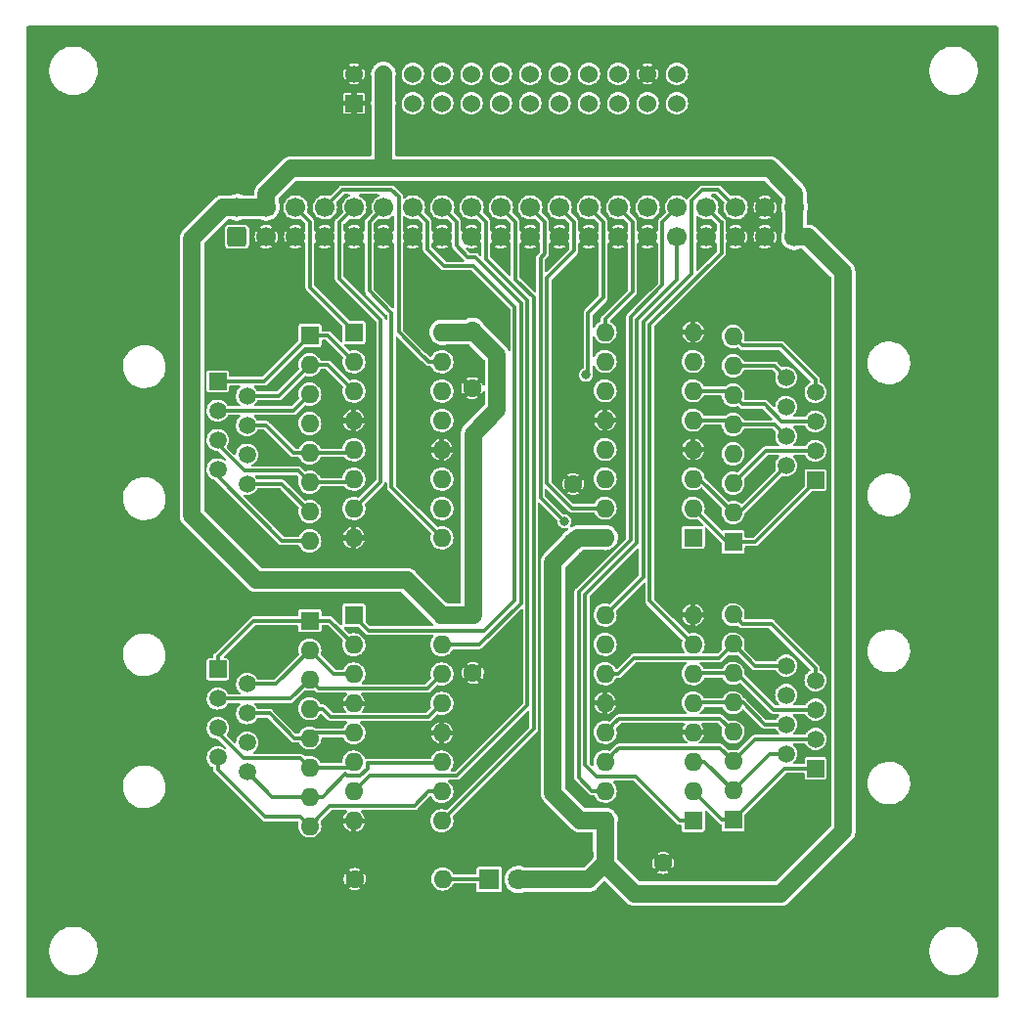
<source format=gbr>
%TF.GenerationSoftware,KiCad,Pcbnew,(6.0.7)*%
%TF.CreationDate,2022-08-13T18:52:35-04:00*%
%TF.ProjectId,Diff_Expansion,44696666-5f45-4787-9061-6e73696f6e2e,v3*%
%TF.SameCoordinates,Original*%
%TF.FileFunction,Copper,L1,Top*%
%TF.FilePolarity,Positive*%
%FSLAX46Y46*%
G04 Gerber Fmt 4.6, Leading zero omitted, Abs format (unit mm)*
G04 Created by KiCad (PCBNEW (6.0.7)) date 2022-08-13 18:52:35*
%MOMM*%
%LPD*%
G01*
G04 APERTURE LIST*
G04 Aperture macros list*
%AMRoundRect*
0 Rectangle with rounded corners*
0 $1 Rounding radius*
0 $2 $3 $4 $5 $6 $7 $8 $9 X,Y pos of 4 corners*
0 Add a 4 corners polygon primitive as box body*
4,1,4,$2,$3,$4,$5,$6,$7,$8,$9,$2,$3,0*
0 Add four circle primitives for the rounded corners*
1,1,$1+$1,$2,$3*
1,1,$1+$1,$4,$5*
1,1,$1+$1,$6,$7*
1,1,$1+$1,$8,$9*
0 Add four rect primitives between the rounded corners*
20,1,$1+$1,$2,$3,$4,$5,0*
20,1,$1+$1,$4,$5,$6,$7,0*
20,1,$1+$1,$6,$7,$8,$9,0*
20,1,$1+$1,$8,$9,$2,$3,0*%
G04 Aperture macros list end*
%TA.AperFunction,ComponentPad*%
%ADD10R,1.600000X1.600000*%
%TD*%
%TA.AperFunction,ComponentPad*%
%ADD11O,1.600000X1.600000*%
%TD*%
%TA.AperFunction,ComponentPad*%
%ADD12R,1.500000X1.500000*%
%TD*%
%TA.AperFunction,ComponentPad*%
%ADD13C,1.500000*%
%TD*%
%TA.AperFunction,ComponentPad*%
%ADD14C,1.600000*%
%TD*%
%TA.AperFunction,ComponentPad*%
%ADD15R,1.800000X1.800000*%
%TD*%
%TA.AperFunction,ComponentPad*%
%ADD16C,1.800000*%
%TD*%
%TA.AperFunction,ComponentPad*%
%ADD17RoundRect,0.250000X0.600000X-0.600000X0.600000X0.600000X-0.600000X0.600000X-0.600000X-0.600000X0*%
%TD*%
%TA.AperFunction,ComponentPad*%
%ADD18C,1.700000*%
%TD*%
%TA.AperFunction,ComponentPad*%
%ADD19R,1.530000X1.530000*%
%TD*%
%TA.AperFunction,ComponentPad*%
%ADD20C,1.530000*%
%TD*%
%TA.AperFunction,ViaPad*%
%ADD21C,0.800000*%
%TD*%
%TA.AperFunction,Conductor*%
%ADD22C,1.500000*%
%TD*%
%TA.AperFunction,Conductor*%
%ADD23C,0.350000*%
%TD*%
G04 APERTURE END LIST*
D10*
%TO.P,U4,1,1A*%
%TO.N,OUT29*%
X126379000Y-129661800D03*
D11*
%TO.P,U4,2,1Y*%
%TO.N,/Serial13_P*%
X126379000Y-127121800D03*
%TO.P,U4,3,1Z*%
%TO.N,/Serial13_N*%
X126379000Y-124581800D03*
%TO.P,U4,4,G*%
%TO.N,GND*%
X126379000Y-122041800D03*
%TO.P,U4,5,2Z*%
%TO.N,/Serial15_N*%
X126379000Y-119501800D03*
%TO.P,U4,6,2Y*%
%TO.N,/Serial15_P*%
X126379000Y-116961800D03*
%TO.P,U4,7,2A*%
%TO.N,OUT31*%
X126379000Y-114421800D03*
%TO.P,U4,8,GND*%
%TO.N,GND*%
X126379000Y-111881800D03*
%TO.P,U4,9,3A*%
%TO.N,OUT32*%
X118759000Y-111881800D03*
%TO.P,U4,10,3Y*%
%TO.N,/Serial16_P*%
X118759000Y-114421800D03*
%TO.P,U4,11,3Z*%
%TO.N,/Serial16_N*%
X118759000Y-116961800D03*
%TO.P,U4,12,~{G}*%
%TO.N,GND*%
X118759000Y-119501800D03*
%TO.P,U4,13,4Z*%
%TO.N,/Serial14_N*%
X118759000Y-122041800D03*
%TO.P,U4,14,4Y*%
%TO.N,/Serial14_P*%
X118759000Y-124581800D03*
%TO.P,U4,15,4A*%
%TO.N,OUT30*%
X118759000Y-127121800D03*
%TO.P,U4,16,VCC*%
%TO.N,+5V*%
X118759000Y-129661800D03*
%TD*%
D10*
%TO.P,U3,1,1A*%
%TO.N,OUT25*%
X126379000Y-105167800D03*
D11*
%TO.P,U3,2,1Y*%
%TO.N,/Serial9_P*%
X126379000Y-102627800D03*
%TO.P,U3,3,1Z*%
%TO.N,/Serial9_N*%
X126379000Y-100087800D03*
%TO.P,U3,4,G*%
%TO.N,GND*%
X126379000Y-97547800D03*
%TO.P,U3,5,2Z*%
%TO.N,/Serial11_N*%
X126379000Y-95007800D03*
%TO.P,U3,6,2Y*%
%TO.N,/Serial11_P*%
X126379000Y-92467800D03*
%TO.P,U3,7,2A*%
%TO.N,OUT27*%
X126379000Y-89927800D03*
%TO.P,U3,8,GND*%
%TO.N,GND*%
X126379000Y-87387800D03*
%TO.P,U3,9,3A*%
%TO.N,OUT28*%
X118759000Y-87387800D03*
%TO.P,U3,10,3Y*%
%TO.N,/Serial12_P*%
X118759000Y-89927800D03*
%TO.P,U3,11,3Z*%
%TO.N,/Serial12_N*%
X118759000Y-92467800D03*
%TO.P,U3,12,~{G}*%
%TO.N,GND*%
X118759000Y-95007800D03*
%TO.P,U3,13,4Z*%
%TO.N,/Serial10_N*%
X118759000Y-97547800D03*
%TO.P,U3,14,4Y*%
%TO.N,/Serial10_P*%
X118759000Y-100087800D03*
%TO.P,U3,15,4A*%
%TO.N,OUT26*%
X118759000Y-102627800D03*
%TO.P,U3,16,VCC*%
%TO.N,+5V*%
X118759000Y-105167800D03*
%TD*%
D10*
%TO.P,U2,1,1A*%
%TO.N,OUT21*%
X97009000Y-111911800D03*
D11*
%TO.P,U2,2,1Y*%
%TO.N,/Serial5_P*%
X97009000Y-114451800D03*
%TO.P,U2,3,1Z*%
%TO.N,/Serial5_N*%
X97009000Y-116991800D03*
%TO.P,U2,4,G*%
%TO.N,GND*%
X97009000Y-119531800D03*
%TO.P,U2,5,2Z*%
%TO.N,/Serial7_N*%
X97009000Y-122071800D03*
%TO.P,U2,6,2Y*%
%TO.N,/Serial7_P*%
X97009000Y-124611800D03*
%TO.P,U2,7,2A*%
%TO.N,OUT23*%
X97009000Y-127151800D03*
%TO.P,U2,8,GND*%
%TO.N,GND*%
X97009000Y-129691800D03*
%TO.P,U2,9,3A*%
%TO.N,OUT24*%
X104629000Y-129691800D03*
%TO.P,U2,10,3Y*%
%TO.N,/Serial8_P*%
X104629000Y-127151800D03*
%TO.P,U2,11,3Z*%
%TO.N,/Serial8_N*%
X104629000Y-124611800D03*
%TO.P,U2,12,~{G}*%
%TO.N,GND*%
X104629000Y-122071800D03*
%TO.P,U2,13,4Z*%
%TO.N,/Serial6_N*%
X104629000Y-119531800D03*
%TO.P,U2,14,4Y*%
%TO.N,/Serial6_P*%
X104629000Y-116991800D03*
%TO.P,U2,15,4A*%
%TO.N,OUT22*%
X104629000Y-114451800D03*
%TO.P,U2,16,VCC*%
%TO.N,+5V*%
X104629000Y-111911800D03*
%TD*%
D12*
%TO.P,J2,1*%
%TO.N,/Serial5_P*%
X85219000Y-116586800D03*
D13*
%TO.P,J2,2*%
%TO.N,/Serial5_N*%
X87759000Y-117856800D03*
%TO.P,J2,3*%
%TO.N,/Serial6_P*%
X85219000Y-119126800D03*
%TO.P,J2,4*%
%TO.N,/Serial7_N*%
X87759000Y-120396800D03*
%TO.P,J2,5*%
%TO.N,/Serial7_P*%
X85219000Y-121666800D03*
%TO.P,J2,6*%
%TO.N,/Serial6_N*%
X87759000Y-122936800D03*
%TO.P,J2,7*%
%TO.N,/Serial8_P*%
X85219000Y-124206800D03*
%TO.P,J2,8*%
%TO.N,/Serial8_N*%
X87759000Y-125476800D03*
%TD*%
D14*
%TO.P,C3,1*%
%TO.N,+5V*%
X115999000Y-105547800D03*
%TO.P,C3,2*%
%TO.N,GND*%
X115999000Y-100547800D03*
%TD*%
D10*
%TO.P,U1,1,1A*%
%TO.N,OUT17*%
X97009000Y-87417800D03*
D11*
%TO.P,U1,2,1Y*%
%TO.N,/Serial1_P*%
X97009000Y-89957800D03*
%TO.P,U1,3,1Z*%
%TO.N,/Serial1_N*%
X97009000Y-92497800D03*
%TO.P,U1,4,G*%
%TO.N,GND*%
X97009000Y-95037800D03*
%TO.P,U1,5,2Z*%
%TO.N,/Serial3_N*%
X97009000Y-97577800D03*
%TO.P,U1,6,2Y*%
%TO.N,/Serial3_P*%
X97009000Y-100117800D03*
%TO.P,U1,7,2A*%
%TO.N,OUT19*%
X97009000Y-102657800D03*
%TO.P,U1,8,GND*%
%TO.N,GND*%
X97009000Y-105197800D03*
%TO.P,U1,9,3A*%
%TO.N,OUT20*%
X104629000Y-105197800D03*
%TO.P,U1,10,3Y*%
%TO.N,/Serial4_P*%
X104629000Y-102657800D03*
%TO.P,U1,11,3Z*%
%TO.N,/Serial4_N*%
X104629000Y-100117800D03*
%TO.P,U1,12,~{G}*%
%TO.N,GND*%
X104629000Y-97577800D03*
%TO.P,U1,13,4Z*%
%TO.N,/Serial2_N*%
X104629000Y-95037800D03*
%TO.P,U1,14,4Y*%
%TO.N,/Serial2_P*%
X104629000Y-92497800D03*
%TO.P,U1,15,4A*%
%TO.N,OUT18*%
X104629000Y-89957800D03*
%TO.P,U1,16,VCC*%
%TO.N,+5V*%
X104629000Y-87417800D03*
%TD*%
D10*
%TO.P,RN4,1,R1.1*%
%TO.N,/Serial13_P*%
X129839000Y-129631800D03*
D11*
%TO.P,RN4,2,R1.2*%
%TO.N,/Serial13_N*%
X129839000Y-127091800D03*
%TO.P,RN4,3,R2.1*%
%TO.N,/Serial14_P*%
X129839000Y-124551800D03*
%TO.P,RN4,4,R2.2*%
%TO.N,/Serial14_N*%
X129839000Y-122011800D03*
%TO.P,RN4,5,R3.1*%
%TO.N,/Serial15_N*%
X129839000Y-119471800D03*
%TO.P,RN4,6,R3.2*%
%TO.N,/Serial15_P*%
X129839000Y-116931800D03*
%TO.P,RN4,7,R4.1*%
%TO.N,/Serial16_N*%
X129839000Y-114391800D03*
%TO.P,RN4,8,R4.2*%
%TO.N,/Serial16_P*%
X129839000Y-111851800D03*
%TD*%
D10*
%TO.P,RN3,1,R1.1*%
%TO.N,/Serial9_P*%
X129839000Y-105547800D03*
D11*
%TO.P,RN3,2,R1.2*%
%TO.N,/Serial9_N*%
X129839000Y-103007800D03*
%TO.P,RN3,3,R2.1*%
%TO.N,/Serial10_P*%
X129839000Y-100467800D03*
%TO.P,RN3,4,R2.2*%
%TO.N,/Serial10_N*%
X129839000Y-97927800D03*
%TO.P,RN3,5,R3.1*%
%TO.N,/Serial11_N*%
X129839000Y-95387800D03*
%TO.P,RN3,6,R3.2*%
%TO.N,/Serial11_P*%
X129839000Y-92847800D03*
%TO.P,RN3,7,R4.1*%
%TO.N,/Serial12_N*%
X129839000Y-90307800D03*
%TO.P,RN3,8,R4.2*%
%TO.N,/Serial12_P*%
X129839000Y-87767800D03*
%TD*%
D14*
%TO.P,C1,1*%
%TO.N,+5V*%
X107259000Y-87237800D03*
%TO.P,C1,2*%
%TO.N,GND*%
X107259000Y-92237800D03*
%TD*%
D10*
%TO.P,RN1,1,R1.1*%
%TO.N,/Serial1_P*%
X93189000Y-87687800D03*
D11*
%TO.P,RN1,2,R1.2*%
%TO.N,/Serial1_N*%
X93189000Y-90227800D03*
%TO.P,RN1,3,R2.1*%
%TO.N,/Serial2_P*%
X93189000Y-92767800D03*
%TO.P,RN1,4,R2.2*%
%TO.N,/Serial2_N*%
X93189000Y-95307800D03*
%TO.P,RN1,5,R3.1*%
%TO.N,/Serial3_N*%
X93189000Y-97847800D03*
%TO.P,RN1,6,R3.2*%
%TO.N,/Serial3_P*%
X93189000Y-100387800D03*
%TO.P,RN1,7,R4.1*%
%TO.N,/Serial4_N*%
X93189000Y-102927800D03*
%TO.P,RN1,8,R4.2*%
%TO.N,/Serial4_P*%
X93189000Y-105467800D03*
%TD*%
D12*
%TO.P,J4,1*%
%TO.N,/Serial13_P*%
X136969000Y-125151800D03*
D13*
%TO.P,J4,2*%
%TO.N,/Serial13_N*%
X134429000Y-123881800D03*
%TO.P,J4,3*%
%TO.N,/Serial14_P*%
X136969000Y-122611800D03*
%TO.P,J4,4*%
%TO.N,/Serial15_N*%
X134429000Y-121341800D03*
%TO.P,J4,5*%
%TO.N,/Serial15_P*%
X136969000Y-120071800D03*
%TO.P,J4,6*%
%TO.N,/Serial14_N*%
X134429000Y-118801800D03*
%TO.P,J4,7*%
%TO.N,/Serial16_P*%
X136969000Y-117531800D03*
%TO.P,J4,8*%
%TO.N,/Serial16_N*%
X134429000Y-116261800D03*
%TD*%
D12*
%TO.P,J3,1*%
%TO.N,/Serial9_P*%
X136969000Y-100207800D03*
D13*
%TO.P,J3,2*%
%TO.N,/Serial9_N*%
X134429000Y-98937800D03*
%TO.P,J3,3*%
%TO.N,/Serial10_P*%
X136969000Y-97667800D03*
%TO.P,J3,4*%
%TO.N,/Serial11_N*%
X134429000Y-96397800D03*
%TO.P,J3,5*%
%TO.N,/Serial11_P*%
X136969000Y-95127800D03*
%TO.P,J3,6*%
%TO.N,/Serial10_N*%
X134429000Y-93857800D03*
%TO.P,J3,7*%
%TO.N,/Serial12_P*%
X136969000Y-92587800D03*
%TO.P,J3,8*%
%TO.N,/Serial12_N*%
X134429000Y-91317800D03*
%TD*%
D12*
%TO.P,J1,1*%
%TO.N,/Serial1_P*%
X85219000Y-91642800D03*
D13*
%TO.P,J1,2*%
%TO.N,/Serial1_N*%
X87759000Y-92912800D03*
%TO.P,J1,3*%
%TO.N,/Serial2_P*%
X85219000Y-94182800D03*
%TO.P,J1,4*%
%TO.N,/Serial3_N*%
X87759000Y-95452800D03*
%TO.P,J1,5*%
%TO.N,/Serial3_P*%
X85219000Y-96722800D03*
%TO.P,J1,6*%
%TO.N,/Serial2_N*%
X87759000Y-97992800D03*
%TO.P,J1,7*%
%TO.N,/Serial4_P*%
X85219000Y-99262800D03*
%TO.P,J1,8*%
%TO.N,/Serial4_N*%
X87759000Y-100532800D03*
%TD*%
D14*
%TO.P,C2,1*%
%TO.N,+5V*%
X107309000Y-111901800D03*
%TO.P,C2,2*%
%TO.N,GND*%
X107309000Y-116901800D03*
%TD*%
%TO.P,C4,1*%
%TO.N,+5V*%
X118779000Y-133351800D03*
%TO.P,C4,2*%
%TO.N,GND*%
X123779000Y-133351800D03*
%TD*%
D15*
%TO.P,D1,1,K*%
%TO.N,Net-(D1-Pad1)*%
X108735000Y-134781800D03*
D16*
%TO.P,D1,2,A*%
%TO.N,+5V*%
X111275000Y-134781800D03*
%TD*%
D14*
%TO.P,R1,1*%
%TO.N,GND*%
X97075000Y-134731800D03*
D11*
%TO.P,R1,2*%
%TO.N,Net-(D1-Pad1)*%
X104695000Y-134731800D03*
%TD*%
D10*
%TO.P,RN2,1,R1.1*%
%TO.N,/Serial5_P*%
X93189000Y-112371800D03*
D11*
%TO.P,RN2,2,R1.2*%
%TO.N,/Serial5_N*%
X93189000Y-114911800D03*
%TO.P,RN2,3,R2.1*%
%TO.N,/Serial6_P*%
X93189000Y-117451800D03*
%TO.P,RN2,4,R2.2*%
%TO.N,/Serial6_N*%
X93189000Y-119991800D03*
%TO.P,RN2,5,R3.1*%
%TO.N,/Serial7_N*%
X93189000Y-122531800D03*
%TO.P,RN2,6,R3.2*%
%TO.N,/Serial7_P*%
X93189000Y-125071800D03*
%TO.P,RN2,7,R4.1*%
%TO.N,/Serial8_N*%
X93189000Y-127611800D03*
%TO.P,RN2,8,R4.2*%
%TO.N,/Serial8_P*%
X93189000Y-130151800D03*
%TD*%
D17*
%TO.P,J5,1,Pin_1*%
%TO.N,unconnected-(J5-Pad1)*%
X86881000Y-79129800D03*
D18*
%TO.P,J5,2,Pin_2*%
%TO.N,+5V*%
X86881000Y-76589800D03*
%TO.P,J5,3,Pin_3*%
%TO.N,GND*%
X89421000Y-79129800D03*
%TO.P,J5,4,Pin_4*%
%TO.N,+5V*%
X89421000Y-76589800D03*
%TO.P,J5,5,Pin_5*%
%TO.N,GND*%
X91961000Y-79129800D03*
%TO.P,J5,6,Pin_6*%
%TO.N,OUT17*%
X91961000Y-76589800D03*
%TO.P,J5,7,Pin_7*%
%TO.N,GND*%
X94501000Y-79129800D03*
%TO.P,J5,8,Pin_8*%
%TO.N,OUT18*%
X94501000Y-76589800D03*
%TO.P,J5,9,Pin_9*%
%TO.N,GND*%
X97041000Y-79129800D03*
%TO.P,J5,10,Pin_10*%
%TO.N,OUT19*%
X97041000Y-76589800D03*
%TO.P,J5,11,Pin_11*%
%TO.N,GND*%
X99581000Y-79129800D03*
%TO.P,J5,12,Pin_12*%
%TO.N,OUT20*%
X99581000Y-76589800D03*
%TO.P,J5,13,Pin_13*%
%TO.N,GND*%
X102121000Y-79129800D03*
%TO.P,J5,14,Pin_14*%
%TO.N,OUT21*%
X102121000Y-76589800D03*
%TO.P,J5,15,Pin_15*%
%TO.N,GND*%
X104661000Y-79129800D03*
%TO.P,J5,16,Pin_16*%
%TO.N,OUT22*%
X104661000Y-76589800D03*
%TO.P,J5,17,Pin_17*%
%TO.N,GND*%
X107201000Y-79129800D03*
%TO.P,J5,18,Pin_18*%
%TO.N,OUT23*%
X107201000Y-76589800D03*
%TO.P,J5,19,Pin_19*%
%TO.N,GND*%
X109741000Y-79129800D03*
%TO.P,J5,20,Pin_20*%
%TO.N,OUT24*%
X109741000Y-76589800D03*
%TO.P,J5,21,Pin_21*%
%TO.N,GND*%
X112281000Y-79129800D03*
%TO.P,J5,22,Pin_22*%
%TO.N,OUT25*%
X112281000Y-76589800D03*
%TO.P,J5,23,Pin_23*%
%TO.N,GND*%
X114821000Y-79129800D03*
%TO.P,J5,24,Pin_24*%
%TO.N,OUT26*%
X114821000Y-76589800D03*
%TO.P,J5,25,Pin_25*%
%TO.N,GND*%
X117361000Y-79129800D03*
%TO.P,J5,26,Pin_26*%
%TO.N,OUT27*%
X117361000Y-76589800D03*
%TO.P,J5,27,Pin_27*%
%TO.N,GND*%
X119901000Y-79129800D03*
%TO.P,J5,28,Pin_28*%
%TO.N,OUT28*%
X119901000Y-76589800D03*
%TO.P,J5,29,Pin_29*%
%TO.N,GND*%
X122441000Y-79129800D03*
%TO.P,J5,30,Pin_30*%
%TO.N,unconnected-(J5-Pad30)*%
X122441000Y-76589800D03*
%TO.P,J5,31,Pin_31*%
%TO.N,OUT29*%
X124981000Y-79129800D03*
%TO.P,J5,32,Pin_32*%
%TO.N,OUT30*%
X124981000Y-76589800D03*
%TO.P,J5,33,Pin_33*%
%TO.N,GND*%
X127521000Y-79129800D03*
%TO.P,J5,34,Pin_34*%
%TO.N,OUT31*%
X127521000Y-76589800D03*
%TO.P,J5,35,Pin_35*%
%TO.N,GND*%
X130061000Y-79129800D03*
%TO.P,J5,36,Pin_36*%
%TO.N,OUT32*%
X130061000Y-76589800D03*
%TO.P,J5,37,Pin_37*%
%TO.N,GND*%
X132601000Y-79129800D03*
%TO.P,J5,38,Pin_38*%
X132601000Y-76589800D03*
%TO.P,J5,39,Pin_39*%
%TO.N,+5V*%
X135141000Y-79129800D03*
%TO.P,J5,40,Pin_40*%
X135141000Y-76589800D03*
%TD*%
D19*
%TO.P,J6,1,Pin_1*%
%TO.N,GND*%
X97031000Y-67587800D03*
D20*
%TO.P,J6,2,Pin_2*%
X97031000Y-65047800D03*
%TO.P,J6,3,Pin_3*%
%TO.N,+5V*%
X99571000Y-67587800D03*
%TO.P,J6,4,Pin_4*%
X99571000Y-65047800D03*
%TO.P,J6,5,Pin_5*%
%TO.N,OUT17*%
X102111000Y-67587800D03*
%TO.P,J6,6,Pin_6*%
%TO.N,OUT18*%
X102111000Y-65047800D03*
%TO.P,J6,7,Pin_7*%
%TO.N,OUT19*%
X104651000Y-67587800D03*
%TO.P,J6,8,Pin_8*%
%TO.N,OUT20*%
X104651000Y-65047800D03*
%TO.P,J6,9,Pin_9*%
%TO.N,OUT21*%
X107191000Y-67587800D03*
%TO.P,J6,10,Pin_10*%
%TO.N,OUT22*%
X107191000Y-65047800D03*
%TO.P,J6,11,Pin_11*%
%TO.N,OUT23*%
X109731000Y-67587800D03*
%TO.P,J6,12,Pin_12*%
%TO.N,OUT24*%
X109731000Y-65047800D03*
%TO.P,J6,13,Pin_13*%
%TO.N,OUT25*%
X112271000Y-67587800D03*
%TO.P,J6,14,Pin_14*%
%TO.N,OUT26*%
X112271000Y-65047800D03*
%TO.P,J6,15,Pin_15*%
%TO.N,OUT27*%
X114811000Y-67587800D03*
%TO.P,J6,16,Pin_16*%
%TO.N,OUT28*%
X114811000Y-65047800D03*
%TO.P,J6,17,Pin_17*%
%TO.N,OUT29*%
X117351000Y-67587800D03*
%TO.P,J6,18,Pin_18*%
%TO.N,OUT30*%
X117351000Y-65047800D03*
%TO.P,J6,19,Pin_19*%
%TO.N,OUT31*%
X119891000Y-67587800D03*
%TO.P,J6,20,Pin_20*%
%TO.N,OUT32*%
X119891000Y-65047800D03*
%TO.P,J6,21,Pin_21*%
%TO.N,unconnected-(J6-Pad21)*%
X122431000Y-67587800D03*
%TO.P,J6,22,Pin_22*%
%TO.N,GND*%
X122431000Y-65047800D03*
%TO.P,J6,23,Pin_23*%
%TO.N,unconnected-(J6-Pad23)*%
X124971000Y-67587800D03*
%TO.P,J6,24,Pin_24*%
%TO.N,unconnected-(J6-Pad24)*%
X124971000Y-65047800D03*
%TD*%
D21*
%TO.N,GND*%
X125001000Y-70117800D03*
X104401000Y-70617800D03*
X117501000Y-71117800D03*
X106001000Y-71317800D03*
%TO.N,OUT27*%
X117099000Y-91097800D03*
%TO.N,OUT25*%
X115245000Y-103773800D03*
%TD*%
D22*
%TO.N,+5V*%
X118759000Y-105167800D02*
X116379000Y-105167800D01*
X116379000Y-105167800D02*
X115999000Y-105547800D01*
X104629000Y-87417800D02*
X107079000Y-87417800D01*
X107079000Y-87417800D02*
X107259000Y-87237800D01*
X135141000Y-76589800D02*
X135141000Y-75368486D01*
X89421000Y-75368486D02*
X89421000Y-76589800D01*
X89421000Y-76589800D02*
X86881000Y-76589800D01*
X135141000Y-79129800D02*
X135141000Y-76589800D01*
X99501000Y-73217800D02*
X96801000Y-73217800D01*
X82987000Y-103265800D02*
X88575000Y-108853800D01*
X116619000Y-129661800D02*
X118759000Y-129661800D01*
X118759000Y-132119802D02*
X118759000Y-130793170D01*
X117349000Y-134781800D02*
X118779000Y-133351800D01*
X118779000Y-133469800D02*
X118779000Y-133351800D01*
X114229000Y-127271800D02*
X116619000Y-129661800D01*
X121321000Y-136011800D02*
X118779000Y-133469800D01*
X111275000Y-134781800D02*
X117349000Y-134781800D01*
X99571000Y-67587800D02*
X99571000Y-73147800D01*
X139375000Y-130575800D02*
X133939000Y-136011800D01*
X107319000Y-111891800D02*
X107309000Y-111901800D01*
X135141000Y-79129800D02*
X136321000Y-79129800D01*
X109403000Y-94121800D02*
X107319000Y-96205800D01*
X86881000Y-76589800D02*
X85659686Y-76589800D01*
X104639000Y-111901800D02*
X104629000Y-111911800D01*
X118779000Y-129681800D02*
X118759000Y-129661800D01*
X132990314Y-73217800D02*
X99501000Y-73217800D01*
X118779000Y-133351800D02*
X118779000Y-129681800D01*
X85659686Y-76589800D02*
X82987000Y-79262486D01*
X109403000Y-89381800D02*
X109403000Y-94121800D01*
X115999000Y-105547800D02*
X114229000Y-107317800D01*
X101571000Y-108853800D02*
X104629000Y-111911800D01*
X114229000Y-107317800D02*
X114229000Y-127271800D01*
X96801000Y-73217800D02*
X91571686Y-73217800D01*
X133939000Y-136011800D02*
X121321000Y-136011800D01*
X139375000Y-82183800D02*
X139375000Y-130575800D01*
X82987000Y-79262486D02*
X82987000Y-103265800D01*
X118759000Y-130793170D02*
X118759000Y-129661800D01*
X107259000Y-87237800D02*
X109403000Y-89381800D01*
X88575000Y-108853800D02*
X101571000Y-108853800D01*
X107319000Y-96205800D02*
X107319000Y-111891800D01*
X136321000Y-79129800D02*
X139375000Y-82183800D01*
X135141000Y-75368486D02*
X132990314Y-73217800D01*
X91571686Y-73217800D02*
X89421000Y-75368486D01*
X107309000Y-111901800D02*
X104639000Y-111901800D01*
X99571000Y-73147800D02*
X99501000Y-73217800D01*
X99571000Y-65047800D02*
X99571000Y-67587800D01*
D23*
%TO.N,OUT32*%
X129197401Y-75726201D02*
X130061000Y-76589800D01*
X122060989Y-86527978D02*
X126261000Y-82327968D01*
X118759000Y-111881800D02*
X122060989Y-108579811D01*
X127205870Y-75071800D02*
X128543000Y-75071800D01*
X126261000Y-82327968D02*
X126261000Y-76016670D01*
X122060989Y-108579811D02*
X122060989Y-86527978D01*
X128543000Y-75071800D02*
X129197401Y-75726201D01*
X126261000Y-76016670D02*
X127205870Y-75071800D01*
%TO.N,OUT24*%
X109741000Y-76589800D02*
X110979601Y-77828401D01*
X110979601Y-77828401D02*
X110979601Y-82824902D01*
X110979601Y-82824902D02*
X112577033Y-84422334D01*
X112577033Y-84422334D02*
X112577033Y-121743767D01*
X105428999Y-128891801D02*
X104629000Y-129691800D01*
X112577033Y-121743767D02*
X105428999Y-128891801D01*
%TO.N,OUT31*%
X122611000Y-86755800D02*
X128822399Y-80544401D01*
X122611000Y-110653800D02*
X122611000Y-86755800D01*
X128759601Y-77828401D02*
X127521000Y-76589800D01*
X128822399Y-80544401D02*
X128822399Y-77891199D01*
X126379000Y-114421800D02*
X122611000Y-110653800D01*
X128822399Y-77891199D02*
X128759601Y-77828401D01*
%TO.N,OUT23*%
X98373999Y-125786801D02*
X105931999Y-125786801D01*
X105931999Y-125786801D02*
X112027022Y-119691778D01*
X112027022Y-119691778D02*
X112027022Y-84650156D01*
X108439601Y-77828401D02*
X108439601Y-81062735D01*
X108439601Y-81062735D02*
X112027022Y-84650156D01*
X108439601Y-77828401D02*
X107201000Y-76589800D01*
X97009000Y-127151800D02*
X98373999Y-125786801D01*
%TO.N,OUT30*%
X120960967Y-86072334D02*
X120960967Y-105408001D01*
X116472989Y-125967159D02*
X117627630Y-127121800D01*
X124981000Y-76589800D02*
X123730989Y-77839811D01*
X116472989Y-109895978D02*
X116472989Y-125967159D01*
X117627630Y-127121800D02*
X118759000Y-127121800D01*
X123730989Y-77839811D02*
X123730989Y-83302315D01*
X123730989Y-83302315D02*
X120960967Y-86072334D01*
X120960967Y-105408001D02*
X116472989Y-109895978D01*
%TO.N,OUT22*%
X104629000Y-114451800D02*
X107869000Y-114451800D01*
X106880435Y-80913800D02*
X107512831Y-80913800D01*
X111477011Y-110843790D02*
X111477011Y-84877978D01*
X107512831Y-80913800D02*
X111477010Y-84877979D01*
X104661000Y-76589800D02*
X105899601Y-77828401D01*
X105899601Y-79932966D02*
X106880435Y-80913800D01*
X107869000Y-114451800D02*
X111477011Y-110843790D01*
X105899601Y-77828401D02*
X105899601Y-79932966D01*
%TO.N,OUT21*%
X103359601Y-77828401D02*
X102121000Y-76589800D01*
X98287000Y-113231800D02*
X108311168Y-113231800D01*
X97009000Y-111911800D02*
X97009000Y-111953800D01*
X110927000Y-110615968D02*
X110927000Y-85231800D01*
X97009000Y-111953800D02*
X98287000Y-113231800D01*
X108311168Y-113231800D02*
X110927000Y-110615968D01*
X107371000Y-81675800D02*
X104831000Y-81675800D01*
X103359601Y-80204401D02*
X103359601Y-77828401D01*
X110927000Y-85231800D02*
X107371000Y-81675800D01*
X104831000Y-81675800D02*
X103359601Y-80204401D01*
%TO.N,OUT20*%
X99581000Y-76589800D02*
X98341011Y-77829789D01*
X103829001Y-104397801D02*
X104629000Y-105197800D01*
X100259000Y-85739800D02*
X100259000Y-100827800D01*
X98341011Y-77829789D02*
X98341011Y-83821811D01*
X98341011Y-83821811D02*
X100259000Y-85739800D01*
X100259000Y-100827800D02*
X103829001Y-104397801D01*
%TO.N,OUT27*%
X117361000Y-76589800D02*
X118599601Y-77828401D01*
X117277000Y-90919800D02*
X117099000Y-91097800D01*
X118599601Y-77828401D02*
X118599601Y-84417199D01*
X118599601Y-84417199D02*
X117277000Y-85739800D01*
X117277000Y-85739800D02*
X117277000Y-90919800D01*
%TO.N,OUT19*%
X97041000Y-76589800D02*
X95741000Y-77889800D01*
X99319000Y-100347800D02*
X97009000Y-102657800D01*
X99319000Y-86323800D02*
X99319000Y-100347800D01*
X95741000Y-82745800D02*
X99319000Y-86323800D01*
X95741000Y-82745800D02*
X95741000Y-77889800D01*
%TO.N,OUT26*%
X115877000Y-102627800D02*
X113721000Y-100471800D01*
X113721000Y-100471800D02*
X113721000Y-82691800D01*
X113721000Y-82691800D02*
X116059601Y-80353199D01*
X116059601Y-80353199D02*
X116059601Y-77828401D01*
X118759000Y-102627800D02*
X115877000Y-102627800D01*
X116059601Y-77828401D02*
X114821000Y-76589800D01*
%TO.N,OUT18*%
X100882399Y-75695199D02*
X100882399Y-87379199D01*
X100882399Y-87379199D02*
X103053000Y-89549800D01*
X100259000Y-75071800D02*
X100882399Y-75695199D01*
X94501000Y-76589800D02*
X96019000Y-75071800D01*
X103497630Y-89957800D02*
X104629000Y-89957800D01*
X96019000Y-75071800D02*
X100259000Y-75071800D01*
X103053000Y-89549800D02*
X103089630Y-89549800D01*
X103089630Y-89549800D02*
X103497630Y-89957800D01*
%TO.N,OUT25*%
X113170989Y-80955811D02*
X113170989Y-101699789D01*
X113170989Y-101699789D02*
X114845001Y-103373801D01*
X114845001Y-103373801D02*
X115245000Y-103773800D01*
X113519601Y-80607199D02*
X113170989Y-80955811D01*
X113519601Y-77828401D02*
X113519601Y-80607199D01*
X112281000Y-76589800D02*
X113519601Y-77828401D01*
%TO.N,OUT17*%
X91961000Y-76589800D02*
X93199601Y-77828401D01*
X93199601Y-77828401D02*
X93199601Y-83506401D01*
X93199601Y-83506401D02*
X97009000Y-87315800D01*
X97009000Y-87315800D02*
X97009000Y-87417800D01*
%TO.N,OUT29*%
X124981000Y-79129800D02*
X124981000Y-82830136D01*
X121510978Y-86300156D02*
X121510978Y-105635823D01*
X117023000Y-124855800D02*
X118039000Y-125871800D01*
X124981000Y-82830136D02*
X121510978Y-86300156D01*
X125229000Y-129661800D02*
X126379000Y-129661800D01*
X121439000Y-125871800D02*
X125229000Y-129661800D01*
X117023000Y-110123800D02*
X117023000Y-124855800D01*
X118039000Y-125871800D02*
X121439000Y-125871800D01*
X121510978Y-105635823D02*
X117023000Y-110123800D01*
%TO.N,OUT28*%
X119901000Y-76589800D02*
X121139601Y-77828401D01*
X118759000Y-86256430D02*
X118759000Y-87387800D01*
X121139601Y-83875829D02*
X118759000Y-86256430D01*
X121139601Y-83875829D02*
X121139601Y-77828401D01*
%TO.N,Net-(D1-Pad1)*%
X104695000Y-134731800D02*
X108685000Y-134731800D01*
X108685000Y-134731800D02*
X108735000Y-134781800D01*
%TO.N,/Serial4_N*%
X87759000Y-100532800D02*
X90794000Y-100532800D01*
X90794000Y-100532800D02*
X93189000Y-102927800D01*
%TO.N,/Serial4_P*%
X85219000Y-99909800D02*
X85219000Y-99262800D01*
X93189000Y-105467800D02*
X90777000Y-105467800D01*
X90777000Y-105467800D02*
X85219000Y-99909800D01*
%TO.N,/Serial3_P*%
X96739000Y-100387800D02*
X97009000Y-100117800D01*
X93189000Y-100387800D02*
X96739000Y-100387800D01*
X85219000Y-97117802D02*
X85219000Y-96722800D01*
X87508997Y-99407799D02*
X85219000Y-97117802D01*
X93189000Y-100387800D02*
X92208999Y-99407799D01*
X92208999Y-99407799D02*
X87508997Y-99407799D01*
%TO.N,/Serial3_N*%
X93189000Y-97847800D02*
X96739000Y-97847800D01*
X96739000Y-97847800D02*
X97009000Y-97577800D01*
X91793000Y-97847800D02*
X89398000Y-95452800D01*
X93189000Y-97847800D02*
X91793000Y-97847800D01*
X89398000Y-95452800D02*
X87759000Y-95452800D01*
%TO.N,/Serial2_P*%
X91774000Y-94182800D02*
X85219000Y-94182800D01*
X93189000Y-92767800D02*
X91774000Y-94182800D01*
%TO.N,/Serial1_N*%
X93189000Y-90227800D02*
X94739000Y-90227800D01*
X94739000Y-90227800D02*
X97009000Y-92497800D01*
X90504000Y-92912800D02*
X87759000Y-92912800D01*
X93189000Y-90227800D02*
X90504000Y-92912800D01*
%TO.N,/Serial1_P*%
X89234000Y-91642800D02*
X93189000Y-87687800D01*
X97009000Y-89957800D02*
X94739000Y-87687800D01*
X94739000Y-87687800D02*
X93189000Y-87687800D01*
X85219000Y-91642800D02*
X89234000Y-91642800D01*
%TO.N,/Serial8_N*%
X96295184Y-125636986D02*
X96444999Y-125786801D01*
X94320370Y-127611800D02*
X96295184Y-125636986D01*
X97573001Y-125786801D02*
X98184001Y-125175801D01*
X93189000Y-127611800D02*
X94320370Y-127611800D01*
X98184001Y-125175801D02*
X98184001Y-124701800D01*
X104539000Y-124701800D02*
X104629000Y-124611800D01*
X96444999Y-125786801D02*
X97573001Y-125786801D01*
X98184001Y-124701800D02*
X104539000Y-124701800D01*
X93189000Y-127611800D02*
X89894000Y-127611800D01*
X89894000Y-127611800D02*
X87759000Y-125476800D01*
%TO.N,/Serial8_P*%
X92389001Y-129351801D02*
X89303341Y-129351801D01*
X89303341Y-129351801D02*
X85219000Y-125267460D01*
X93189000Y-130151800D02*
X92389001Y-129351801D01*
X85219000Y-125267460D02*
X85219000Y-124206800D01*
X103497630Y-127151800D02*
X102237630Y-128411800D01*
X93988999Y-129351801D02*
X93189000Y-130151800D01*
X104629000Y-127151800D02*
X103497630Y-127151800D01*
X94929000Y-128411800D02*
X93988999Y-129351801D01*
X102237630Y-128411800D02*
X94929000Y-128411800D01*
%TO.N,/Serial6_N*%
X93189000Y-119991800D02*
X94320370Y-119991800D01*
X103829001Y-120331799D02*
X104629000Y-119531800D01*
X94320370Y-119991800D02*
X95035371Y-120706801D01*
X103453999Y-120706801D02*
X103829001Y-120331799D01*
X95035371Y-120706801D02*
X103453999Y-120706801D01*
%TO.N,/Serial7_P*%
X93189000Y-125071800D02*
X96549000Y-125071800D01*
X96549000Y-125071800D02*
X97009000Y-124611800D01*
X85219000Y-122061802D02*
X87428999Y-124271801D01*
X85219000Y-121666800D02*
X85219000Y-122061802D01*
X87428999Y-124271801D02*
X92389001Y-124271801D01*
X92389001Y-124271801D02*
X93189000Y-125071800D01*
%TO.N,/Serial7_N*%
X97009000Y-122071800D02*
X93649000Y-122071800D01*
X93649000Y-122071800D02*
X93189000Y-122531800D01*
X89704000Y-120396800D02*
X87759000Y-120396800D01*
X91839000Y-122531800D02*
X89704000Y-120396800D01*
X93189000Y-122531800D02*
X91839000Y-122531800D01*
%TO.N,/Serial6_P*%
X91514000Y-119126800D02*
X85219000Y-119126800D01*
X93988999Y-118251799D02*
X103369001Y-118251799D01*
X93189000Y-117451800D02*
X91514000Y-119126800D01*
X93189000Y-117451800D02*
X93988999Y-118251799D01*
X103829001Y-117791799D02*
X104629000Y-116991800D01*
X103369001Y-118251799D02*
X103829001Y-117791799D01*
%TO.N,/Serial5_N*%
X90244000Y-117856800D02*
X93189000Y-114911800D01*
X87759000Y-117856800D02*
X90244000Y-117856800D01*
X97009000Y-116991800D02*
X95269000Y-116991800D01*
X93988999Y-115711799D02*
X93189000Y-114911800D01*
X95269000Y-116991800D02*
X93988999Y-115711799D01*
%TO.N,/Serial5_P*%
X93189000Y-112371800D02*
X88334000Y-112371800D01*
X85219000Y-115486800D02*
X85219000Y-116586800D01*
X88334000Y-112371800D02*
X85219000Y-115486800D01*
X93189000Y-112371800D02*
X94929000Y-112371800D01*
X94929000Y-112371800D02*
X97009000Y-114451800D01*
%TO.N,/Serial12_N*%
X129839000Y-90307800D02*
X133419000Y-90307800D01*
X133419000Y-90307800D02*
X134429000Y-91317800D01*
%TO.N,/Serial12_P*%
X130638999Y-88567799D02*
X134009659Y-88567799D01*
X129839000Y-87767800D02*
X130638999Y-88567799D01*
X134009659Y-88567799D02*
X136969000Y-91527140D01*
X136969000Y-91527140D02*
X136969000Y-92587800D01*
%TO.N,/Serial11_P*%
X134033998Y-95127800D02*
X135908340Y-95127800D01*
X130638999Y-93647799D02*
X132553997Y-93647799D01*
X132553997Y-93647799D02*
X134033998Y-95127800D01*
X129839000Y-92847800D02*
X130638999Y-93647799D01*
X135908340Y-95127800D02*
X136969000Y-95127800D01*
X126379000Y-92467800D02*
X129459000Y-92467800D01*
X129459000Y-92467800D02*
X129839000Y-92847800D01*
%TO.N,/Serial11_N*%
X133419000Y-95387800D02*
X134429000Y-96397800D01*
X129839000Y-95387800D02*
X133419000Y-95387800D01*
X126379000Y-95007800D02*
X129459000Y-95007800D01*
X129459000Y-95007800D02*
X129839000Y-95387800D01*
%TO.N,/Serial10_P*%
X129839000Y-100467800D02*
X132639000Y-97667800D01*
X132639000Y-97667800D02*
X136969000Y-97667800D01*
%TO.N,/Serial9_N*%
X134429000Y-98937800D02*
X130359000Y-103007800D01*
X130359000Y-103007800D02*
X129839000Y-103007800D01*
X129839000Y-103007800D02*
X126919000Y-100087800D01*
X126919000Y-100087800D02*
X126379000Y-100087800D01*
%TO.N,/Serial9_P*%
X126379000Y-102627800D02*
X129299000Y-105547800D01*
X129299000Y-105547800D02*
X129839000Y-105547800D01*
X129839000Y-105547800D02*
X131759000Y-105547800D01*
X136969000Y-100337800D02*
X136969000Y-100207800D01*
X131759000Y-105547800D02*
X136969000Y-100337800D01*
%TO.N,/Serial16_N*%
X121255369Y-115596801D02*
X128633999Y-115596801D01*
X129039001Y-115191799D02*
X129839000Y-114391800D01*
X119890370Y-116961800D02*
X121255369Y-115596801D01*
X128633999Y-115596801D02*
X129039001Y-115191799D01*
X118759000Y-116961800D02*
X119890370Y-116961800D01*
X131709000Y-116261800D02*
X129839000Y-114391800D01*
X134429000Y-116261800D02*
X131709000Y-116261800D01*
%TO.N,/Serial16_P*%
X136969000Y-116471140D02*
X136969000Y-117531800D01*
X130638999Y-112651799D02*
X133149659Y-112651799D01*
X133149659Y-112651799D02*
X136969000Y-116471140D01*
X129839000Y-111851800D02*
X130638999Y-112651799D01*
%TO.N,/Serial14_N*%
X119558999Y-121241801D02*
X118759000Y-122041800D01*
X129839000Y-122011800D02*
X128693999Y-120866799D01*
X128693999Y-120866799D02*
X119934001Y-120866799D01*
X119934001Y-120866799D02*
X119558999Y-121241801D01*
%TO.N,/Serial15_P*%
X129839000Y-116931800D02*
X126409000Y-116931800D01*
X126409000Y-116931800D02*
X126379000Y-116961800D01*
X135908340Y-120071800D02*
X136969000Y-120071800D01*
X129839000Y-116931800D02*
X129889000Y-116981800D01*
X129889000Y-116981800D02*
X130231000Y-116981800D01*
X133321000Y-120071800D02*
X135908340Y-120071800D01*
X130231000Y-116981800D02*
X133321000Y-120071800D01*
%TO.N,/Serial15_N*%
X126409000Y-119471800D02*
X126379000Y-119501800D01*
X129839000Y-119471800D02*
X126409000Y-119471800D01*
X134429000Y-121341800D02*
X132559000Y-121341800D01*
X130689000Y-119471800D02*
X129839000Y-119471800D01*
X132559000Y-121341800D02*
X130689000Y-119471800D01*
%TO.N,/Serial14_P*%
X136969000Y-122611800D02*
X131779000Y-122611800D01*
X131779000Y-122611800D02*
X129839000Y-124551800D01*
X128693999Y-123406799D02*
X119934001Y-123406799D01*
X129839000Y-124551800D02*
X128693999Y-123406799D01*
X119934001Y-123406799D02*
X119558999Y-123781801D01*
X119558999Y-123781801D02*
X118759000Y-124581800D01*
%TO.N,/Serial13_N*%
X134429000Y-123881800D02*
X133049000Y-123881800D01*
X127329000Y-124581800D02*
X126379000Y-124581800D01*
X129839000Y-127091800D02*
X127329000Y-124581800D01*
X133049000Y-123881800D02*
X129839000Y-127091800D01*
%TO.N,/Serial13_P*%
X134319000Y-125151800D02*
X129839000Y-129631800D01*
X136969000Y-125151800D02*
X134319000Y-125151800D01*
X126379000Y-127121800D02*
X128889000Y-129631800D01*
X128889000Y-129631800D02*
X129839000Y-129631800D01*
%TD*%
%TA.AperFunction,Conductor*%
%TO.N,GND*%
G36*
X152705939Y-60894759D02*
G01*
X152731870Y-60914657D01*
X152750143Y-60932930D01*
X152770041Y-60958861D01*
X152790500Y-61019129D01*
X152790500Y-144856471D01*
X152770041Y-144916739D01*
X152750143Y-144942670D01*
X152731870Y-144960943D01*
X152705939Y-144980841D01*
X152645671Y-145001300D01*
X68808329Y-145001300D01*
X68748061Y-144980841D01*
X68722130Y-144960943D01*
X68703857Y-144942670D01*
X68683959Y-144916739D01*
X68663500Y-144856471D01*
X68663500Y-141102000D01*
X70629747Y-141102000D01*
X70667129Y-141385949D01*
X70668020Y-141389206D01*
X70668021Y-141389211D01*
X70673035Y-141407539D01*
X70742702Y-141662198D01*
X70855068Y-141925635D01*
X71002146Y-142171385D01*
X71004252Y-142174014D01*
X71004255Y-142174018D01*
X71091680Y-142283142D01*
X71181215Y-142394900D01*
X71388962Y-142592045D01*
X71391701Y-142594013D01*
X71391702Y-142594014D01*
X71408395Y-142606009D01*
X71621543Y-142759171D01*
X71874653Y-142893186D01*
X71877822Y-142894346D01*
X71877825Y-142894347D01*
X71901941Y-142903172D01*
X72143610Y-142991610D01*
X72283523Y-143022116D01*
X72420151Y-143051906D01*
X72420155Y-143051907D01*
X72423436Y-143052622D01*
X72648053Y-143070300D01*
X72802992Y-143070300D01*
X73016737Y-143055728D01*
X73144774Y-143029213D01*
X73293890Y-142998333D01*
X73293896Y-142998331D01*
X73297186Y-142997650D01*
X73300352Y-142996529D01*
X73300355Y-142996528D01*
X73400911Y-142960919D01*
X73567158Y-142902048D01*
X73570151Y-142900503D01*
X73570156Y-142900501D01*
X73818654Y-142772242D01*
X73818660Y-142772238D01*
X73821658Y-142770691D01*
X73835803Y-142760750D01*
X74053228Y-142607941D01*
X74053234Y-142607936D01*
X74055976Y-142606009D01*
X74265776Y-142411051D01*
X74267910Y-142408444D01*
X74445039Y-142192036D01*
X74445044Y-142192029D01*
X74447177Y-142189423D01*
X74596820Y-141945227D01*
X74598173Y-141942145D01*
X74710585Y-141686065D01*
X74710587Y-141686061D01*
X74711938Y-141682982D01*
X74790400Y-141407539D01*
X74830754Y-141123996D01*
X74830869Y-141102000D01*
X146829747Y-141102000D01*
X146867129Y-141385949D01*
X146868020Y-141389206D01*
X146868021Y-141389211D01*
X146873035Y-141407539D01*
X146942702Y-141662198D01*
X147055068Y-141925635D01*
X147202146Y-142171385D01*
X147204252Y-142174014D01*
X147204255Y-142174018D01*
X147291680Y-142283142D01*
X147381215Y-142394900D01*
X147588962Y-142592045D01*
X147591701Y-142594013D01*
X147591702Y-142594014D01*
X147608395Y-142606009D01*
X147821543Y-142759171D01*
X148074653Y-142893186D01*
X148077822Y-142894346D01*
X148077825Y-142894347D01*
X148101941Y-142903172D01*
X148343610Y-142991610D01*
X148483523Y-143022116D01*
X148620151Y-143051906D01*
X148620155Y-143051907D01*
X148623436Y-143052622D01*
X148848053Y-143070300D01*
X149002992Y-143070300D01*
X149216737Y-143055728D01*
X149344774Y-143029213D01*
X149493890Y-142998333D01*
X149493896Y-142998331D01*
X149497186Y-142997650D01*
X149500352Y-142996529D01*
X149500355Y-142996528D01*
X149600911Y-142960919D01*
X149767158Y-142902048D01*
X149770151Y-142900503D01*
X149770156Y-142900501D01*
X150018654Y-142772242D01*
X150018660Y-142772238D01*
X150021658Y-142770691D01*
X150035803Y-142760750D01*
X150253228Y-142607941D01*
X150253234Y-142607936D01*
X150255976Y-142606009D01*
X150465776Y-142411051D01*
X150467910Y-142408444D01*
X150645039Y-142192036D01*
X150645044Y-142192029D01*
X150647177Y-142189423D01*
X150796820Y-141945227D01*
X150798173Y-141942145D01*
X150910585Y-141686065D01*
X150910587Y-141686061D01*
X150911938Y-141682982D01*
X150990400Y-141407539D01*
X151030754Y-141123996D01*
X151032253Y-140837600D01*
X150994871Y-140553651D01*
X150989881Y-140535408D01*
X150920189Y-140280658D01*
X150920188Y-140280655D01*
X150919298Y-140277402D01*
X150806932Y-140013965D01*
X150659854Y-139768215D01*
X150643310Y-139747564D01*
X150482894Y-139547333D01*
X150480785Y-139544700D01*
X150273038Y-139347555D01*
X150256791Y-139335880D01*
X150229307Y-139316131D01*
X150040457Y-139180429D01*
X149787347Y-139046414D01*
X149784178Y-139045254D01*
X149784175Y-139045253D01*
X149705959Y-139016630D01*
X149518390Y-138947990D01*
X149378477Y-138917484D01*
X149241849Y-138887694D01*
X149241845Y-138887693D01*
X149238564Y-138886978D01*
X149013947Y-138869300D01*
X148859008Y-138869300D01*
X148645263Y-138883872D01*
X148517226Y-138910387D01*
X148368110Y-138941267D01*
X148368104Y-138941269D01*
X148364814Y-138941950D01*
X148361648Y-138943071D01*
X148361645Y-138943072D01*
X148344487Y-138949148D01*
X148094842Y-139037552D01*
X148091849Y-139039097D01*
X148091844Y-139039099D01*
X147843346Y-139167358D01*
X147843340Y-139167362D01*
X147840342Y-139168909D01*
X147837582Y-139170849D01*
X147837580Y-139170850D01*
X147608772Y-139331659D01*
X147608766Y-139331664D01*
X147606024Y-139333591D01*
X147396224Y-139528549D01*
X147394091Y-139531154D01*
X147394090Y-139531156D01*
X147216961Y-139747564D01*
X147216956Y-139747571D01*
X147214823Y-139750177D01*
X147065180Y-139994373D01*
X147063828Y-139997454D01*
X147063827Y-139997455D01*
X147057854Y-140011063D01*
X146950062Y-140256618D01*
X146871600Y-140532061D01*
X146831246Y-140815604D01*
X146829747Y-141102000D01*
X74830869Y-141102000D01*
X74832253Y-140837600D01*
X74794871Y-140553651D01*
X74789881Y-140535408D01*
X74720189Y-140280658D01*
X74720188Y-140280655D01*
X74719298Y-140277402D01*
X74606932Y-140013965D01*
X74459854Y-139768215D01*
X74443310Y-139747564D01*
X74282894Y-139547333D01*
X74280785Y-139544700D01*
X74073038Y-139347555D01*
X74056791Y-139335880D01*
X74029307Y-139316131D01*
X73840457Y-139180429D01*
X73587347Y-139046414D01*
X73584178Y-139045254D01*
X73584175Y-139045253D01*
X73505959Y-139016630D01*
X73318390Y-138947990D01*
X73178477Y-138917484D01*
X73041849Y-138887694D01*
X73041845Y-138887693D01*
X73038564Y-138886978D01*
X72813947Y-138869300D01*
X72659008Y-138869300D01*
X72445263Y-138883872D01*
X72317226Y-138910387D01*
X72168110Y-138941267D01*
X72168104Y-138941269D01*
X72164814Y-138941950D01*
X72161648Y-138943071D01*
X72161645Y-138943072D01*
X72144487Y-138949148D01*
X71894842Y-139037552D01*
X71891849Y-139039097D01*
X71891844Y-139039099D01*
X71643346Y-139167358D01*
X71643340Y-139167362D01*
X71640342Y-139168909D01*
X71637582Y-139170849D01*
X71637580Y-139170850D01*
X71408772Y-139331659D01*
X71408766Y-139331664D01*
X71406024Y-139333591D01*
X71196224Y-139528549D01*
X71194091Y-139531154D01*
X71194090Y-139531156D01*
X71016961Y-139747564D01*
X71016956Y-139747571D01*
X71014823Y-139750177D01*
X70865180Y-139994373D01*
X70863828Y-139997454D01*
X70863827Y-139997455D01*
X70857854Y-140011063D01*
X70750062Y-140256618D01*
X70671600Y-140532061D01*
X70631246Y-140815604D01*
X70629747Y-141102000D01*
X68663500Y-141102000D01*
X68663500Y-135543700D01*
X96586570Y-135543700D01*
X96593799Y-135551212D01*
X96688604Y-135604196D01*
X96697426Y-135608051D01*
X96865409Y-135662632D01*
X96874823Y-135664701D01*
X97050207Y-135685615D01*
X97059833Y-135685817D01*
X97235936Y-135672266D01*
X97245427Y-135670593D01*
X97415545Y-135623095D01*
X97424524Y-135619613D01*
X97556752Y-135552819D01*
X97564793Y-135544834D01*
X97559601Y-135534599D01*
X97086086Y-135061084D01*
X97074203Y-135055030D01*
X97069172Y-135055826D01*
X96592047Y-135532951D01*
X96586570Y-135543700D01*
X68663500Y-135543700D01*
X68663500Y-134723292D01*
X96120901Y-134723292D01*
X96135681Y-134899304D01*
X96137419Y-134908772D01*
X96186102Y-135078553D01*
X96189653Y-135087521D01*
X96254259Y-135213231D01*
X96262386Y-135221302D01*
X96272450Y-135216152D01*
X96745716Y-134742886D01*
X96750958Y-134732597D01*
X97398230Y-134732597D01*
X97399026Y-134737628D01*
X97875989Y-135214591D01*
X97886844Y-135220122D01*
X97894252Y-135213043D01*
X97944679Y-135124276D01*
X97948595Y-135115481D01*
X98004348Y-134947881D01*
X98006482Y-134938487D01*
X98028877Y-134761207D01*
X98029264Y-134755680D01*
X98029558Y-134734559D01*
X98029328Y-134729062D01*
X98028220Y-134717763D01*
X103689757Y-134717763D01*
X103706175Y-134913283D01*
X103707508Y-134917931D01*
X103707508Y-134917932D01*
X103748557Y-135061084D01*
X103760258Y-135101891D01*
X103762473Y-135106201D01*
X103847731Y-135272096D01*
X103847734Y-135272100D01*
X103849944Y-135276401D01*
X103971818Y-135430169D01*
X103975505Y-135433307D01*
X103975507Y-135433309D01*
X104117550Y-135554197D01*
X104117555Y-135554200D01*
X104121238Y-135557335D01*
X104125460Y-135559695D01*
X104125465Y-135559698D01*
X104205086Y-135604196D01*
X104292513Y-135653057D01*
X104346483Y-135670593D01*
X104474513Y-135712193D01*
X104474516Y-135712194D01*
X104479118Y-135713689D01*
X104673946Y-135736921D01*
X104678768Y-135736550D01*
X104678771Y-135736550D01*
X104864748Y-135722240D01*
X104864753Y-135722239D01*
X104869576Y-135721868D01*
X105058556Y-135669103D01*
X105062869Y-135666924D01*
X105062875Y-135666922D01*
X105229368Y-135582820D01*
X105229370Y-135582818D01*
X105233689Y-135580637D01*
X105260490Y-135559698D01*
X105384487Y-135462822D01*
X105384491Y-135462818D01*
X105388303Y-135459840D01*
X105413915Y-135430169D01*
X105513345Y-135314977D01*
X105513347Y-135314975D01*
X105516509Y-135311311D01*
X105534186Y-135280195D01*
X105603943Y-135157400D01*
X105649126Y-135116142D01*
X105690023Y-135107300D01*
X107535500Y-135107300D01*
X107593691Y-135126207D01*
X107629655Y-135175707D01*
X107634500Y-135206300D01*
X107634500Y-135701548D01*
X107646133Y-135760031D01*
X107690448Y-135826352D01*
X107756769Y-135870667D01*
X107766332Y-135872569D01*
X107766334Y-135872570D01*
X107789005Y-135877079D01*
X107815252Y-135882300D01*
X109654748Y-135882300D01*
X109680995Y-135877079D01*
X109703666Y-135872570D01*
X109703668Y-135872569D01*
X109713231Y-135870667D01*
X109779552Y-135826352D01*
X109823867Y-135760031D01*
X109835500Y-135701548D01*
X109835500Y-133862052D01*
X109823867Y-133803569D01*
X109779552Y-133737248D01*
X109713231Y-133692933D01*
X109703668Y-133691031D01*
X109703666Y-133691030D01*
X109680995Y-133686521D01*
X109654748Y-133681300D01*
X107815252Y-133681300D01*
X107789005Y-133686521D01*
X107766334Y-133691030D01*
X107766332Y-133691031D01*
X107756769Y-133692933D01*
X107690448Y-133737248D01*
X107646133Y-133803569D01*
X107634500Y-133862052D01*
X107634500Y-134257300D01*
X107615593Y-134315491D01*
X107566093Y-134351455D01*
X107535500Y-134356300D01*
X105688014Y-134356300D01*
X105629823Y-134337393D01*
X105600602Y-134303778D01*
X105534643Y-134179727D01*
X105534641Y-134179723D01*
X105532370Y-134175453D01*
X105523710Y-134164834D01*
X105411422Y-134027155D01*
X105411421Y-134027154D01*
X105408361Y-134023402D01*
X105282989Y-133919686D01*
X105260907Y-133901418D01*
X105260906Y-133901417D01*
X105257180Y-133898335D01*
X105136425Y-133833043D01*
X105088839Y-133807313D01*
X105088838Y-133807313D01*
X105084585Y-133805013D01*
X104897152Y-133746993D01*
X104892342Y-133746487D01*
X104892340Y-133746487D01*
X104706835Y-133726989D01*
X104706833Y-133726989D01*
X104702019Y-133726483D01*
X104643277Y-133731829D01*
X104511438Y-133743827D01*
X104511435Y-133743828D01*
X104506618Y-133744266D01*
X104501976Y-133745632D01*
X104501972Y-133745633D01*
X104323040Y-133798296D01*
X104323037Y-133798297D01*
X104318393Y-133799664D01*
X104144512Y-133890567D01*
X104140743Y-133893597D01*
X104140742Y-133893598D01*
X104117889Y-133911972D01*
X103991600Y-134013511D01*
X103965186Y-134044990D01*
X103868589Y-134160110D01*
X103868586Y-134160114D01*
X103865480Y-134163816D01*
X103770956Y-134335754D01*
X103769492Y-134340368D01*
X103769491Y-134340371D01*
X103747857Y-134408570D01*
X103711628Y-134522778D01*
X103711088Y-134527590D01*
X103711088Y-134527591D01*
X103708441Y-134551194D01*
X103689757Y-134717763D01*
X98028220Y-134717763D01*
X98011889Y-134551194D01*
X98010020Y-134541756D01*
X97958967Y-134372663D01*
X97955297Y-134363759D01*
X97895294Y-134250909D01*
X97886877Y-134242781D01*
X97877159Y-134247839D01*
X97404284Y-134720714D01*
X97398230Y-134732597D01*
X96750958Y-134732597D01*
X96751770Y-134731003D01*
X96750974Y-134725972D01*
X96273652Y-134248650D01*
X96263010Y-134243228D01*
X96255396Y-134250607D01*
X96199931Y-134351497D01*
X96196131Y-134360361D01*
X96142727Y-134528713D01*
X96140723Y-134538141D01*
X96121035Y-134713664D01*
X96120901Y-134723292D01*
X68663500Y-134723292D01*
X68663500Y-133919573D01*
X96585756Y-133919573D01*
X96590860Y-133929462D01*
X97063914Y-134402516D01*
X97075797Y-134408570D01*
X97080828Y-134407774D01*
X97558382Y-133930220D01*
X97563749Y-133919686D01*
X97556222Y-133911972D01*
X97449175Y-133854092D01*
X97440304Y-133850363D01*
X97271569Y-133798130D01*
X97262137Y-133796194D01*
X97086480Y-133777732D01*
X97076842Y-133777665D01*
X96900946Y-133793673D01*
X96891480Y-133795479D01*
X96722049Y-133845345D01*
X96713108Y-133848958D01*
X96593860Y-133911299D01*
X96585756Y-133919573D01*
X68663500Y-133919573D01*
X68663500Y-126788895D01*
X77014028Y-126788895D01*
X77014368Y-126792457D01*
X77014368Y-126792464D01*
X77039102Y-127051702D01*
X77039534Y-127056231D01*
X77103364Y-127317085D01*
X77204182Y-127565992D01*
X77205993Y-127569085D01*
X77205994Y-127569087D01*
X77265195Y-127670195D01*
X77339875Y-127797738D01*
X77342110Y-127800533D01*
X77342113Y-127800537D01*
X77434640Y-127916236D01*
X77507601Y-128007469D01*
X77634860Y-128126348D01*
X77699894Y-128187099D01*
X77703846Y-128190791D01*
X77924499Y-128343864D01*
X78046066Y-128404342D01*
X78161723Y-128461881D01*
X78161728Y-128461883D01*
X78164938Y-128463480D01*
X78168349Y-128464598D01*
X78168351Y-128464599D01*
X78416721Y-128546019D01*
X78416724Y-128546020D01*
X78420126Y-128547135D01*
X78684717Y-128593076D01*
X78733761Y-128595517D01*
X78768335Y-128597239D01*
X78768348Y-128597239D01*
X78769567Y-128597300D01*
X78937223Y-128597300D01*
X79136846Y-128582816D01*
X79399080Y-128524920D01*
X79402429Y-128523651D01*
X79402433Y-128523650D01*
X79504087Y-128485137D01*
X79650211Y-128429775D01*
X79806755Y-128342822D01*
X79881837Y-128301118D01*
X79881841Y-128301115D01*
X79884976Y-128299374D01*
X79920532Y-128272239D01*
X80095607Y-128138626D01*
X80095609Y-128138625D01*
X80098458Y-128136450D01*
X80286185Y-127944414D01*
X80426418Y-127751755D01*
X80442120Y-127730183D01*
X80444225Y-127727291D01*
X80462743Y-127692095D01*
X80565229Y-127497300D01*
X80569265Y-127489628D01*
X80611740Y-127369350D01*
X80657491Y-127239793D01*
X80657491Y-127239791D01*
X80658688Y-127236403D01*
X80660208Y-127228694D01*
X80709925Y-126976448D01*
X80710620Y-126972922D01*
X80723972Y-126704705D01*
X80723632Y-126701143D01*
X80723632Y-126701136D01*
X80698807Y-126440939D01*
X80698806Y-126440934D01*
X80698466Y-126437369D01*
X80634636Y-126176515D01*
X80533818Y-125927608D01*
X80529737Y-125920637D01*
X80399936Y-125698955D01*
X80398125Y-125695862D01*
X80395840Y-125693004D01*
X80265424Y-125529928D01*
X80230399Y-125486131D01*
X80077065Y-125342894D01*
X80036777Y-125305259D01*
X80036775Y-125305257D01*
X80034154Y-125302809D01*
X79813501Y-125149736D01*
X79638316Y-125062583D01*
X79576277Y-125031719D01*
X79576272Y-125031717D01*
X79573062Y-125030120D01*
X79569649Y-125029001D01*
X79321279Y-124947581D01*
X79321276Y-124947580D01*
X79317874Y-124946465D01*
X79053283Y-124900524D01*
X79004239Y-124898083D01*
X78969665Y-124896361D01*
X78969652Y-124896361D01*
X78968433Y-124896300D01*
X78800777Y-124896300D01*
X78601154Y-124910784D01*
X78338920Y-124968680D01*
X78335571Y-124969949D01*
X78335567Y-124969950D01*
X78269674Y-124994915D01*
X78087789Y-125063825D01*
X77973875Y-125127099D01*
X77856163Y-125192482D01*
X77856159Y-125192485D01*
X77853024Y-125194226D01*
X77850174Y-125196401D01*
X77850171Y-125196403D01*
X77658222Y-125342894D01*
X77639542Y-125357150D01*
X77451815Y-125549186D01*
X77293775Y-125766309D01*
X77292111Y-125769472D01*
X77292109Y-125769475D01*
X77254679Y-125840618D01*
X77168735Y-126003972D01*
X77167539Y-126007359D01*
X77082034Y-126249490D01*
X77079312Y-126257197D01*
X77078618Y-126260719D01*
X77078617Y-126260722D01*
X77039276Y-126460321D01*
X77027380Y-126520678D01*
X77014028Y-126788895D01*
X68663500Y-126788895D01*
X68663500Y-119113465D01*
X84263994Y-119113465D01*
X84268739Y-119169974D01*
X84279052Y-119292778D01*
X84279592Y-119299214D01*
X84280925Y-119303862D01*
X84280925Y-119303863D01*
X84326123Y-119461487D01*
X84330971Y-119478395D01*
X84333186Y-119482705D01*
X84353334Y-119521908D01*
X84416176Y-119644185D01*
X84531959Y-119790268D01*
X84535646Y-119793406D01*
X84535648Y-119793408D01*
X84670224Y-119907941D01*
X84670229Y-119907944D01*
X84673912Y-119911079D01*
X84678134Y-119913439D01*
X84678139Y-119913442D01*
X84777153Y-119968778D01*
X84836627Y-120002017D01*
X84841225Y-120003511D01*
X85009302Y-120058123D01*
X85009304Y-120058124D01*
X85013907Y-120059619D01*
X85198998Y-120081690D01*
X85203820Y-120081319D01*
X85203823Y-120081319D01*
X85380023Y-120067761D01*
X85380028Y-120067760D01*
X85384851Y-120067389D01*
X85564387Y-120017262D01*
X85568700Y-120015083D01*
X85568706Y-120015081D01*
X85726447Y-119935400D01*
X85726449Y-119935398D01*
X85730768Y-119933217D01*
X85877655Y-119818456D01*
X85999454Y-119677350D01*
X86070436Y-119552399D01*
X86115617Y-119511142D01*
X86156515Y-119502300D01*
X87073436Y-119502300D01*
X87131627Y-119521207D01*
X87167591Y-119570707D01*
X87167591Y-119631893D01*
X87135472Y-119678452D01*
X87090752Y-119714408D01*
X87087644Y-119718112D01*
X86974044Y-119853495D01*
X86974041Y-119853499D01*
X86970935Y-119857201D01*
X86881135Y-120020546D01*
X86879672Y-120025159D01*
X86879670Y-120025163D01*
X86844661Y-120135525D01*
X86824772Y-120198224D01*
X86824232Y-120203036D01*
X86824232Y-120203037D01*
X86804646Y-120377655D01*
X86803994Y-120383465D01*
X86810106Y-120456248D01*
X86819017Y-120562363D01*
X86819592Y-120569214D01*
X86820925Y-120573862D01*
X86820925Y-120573863D01*
X86860582Y-120712163D01*
X86870971Y-120748395D01*
X86873186Y-120752705D01*
X86896719Y-120798495D01*
X86956176Y-120914185D01*
X87071959Y-121060268D01*
X87075646Y-121063406D01*
X87075648Y-121063408D01*
X87210224Y-121177941D01*
X87210229Y-121177944D01*
X87213912Y-121181079D01*
X87218134Y-121183439D01*
X87218139Y-121183442D01*
X87316360Y-121238335D01*
X87376627Y-121272017D01*
X87381225Y-121273511D01*
X87549302Y-121328123D01*
X87549304Y-121328124D01*
X87553907Y-121329619D01*
X87738998Y-121351690D01*
X87743820Y-121351319D01*
X87743823Y-121351319D01*
X87920023Y-121337761D01*
X87920028Y-121337760D01*
X87924851Y-121337389D01*
X88104387Y-121287262D01*
X88108700Y-121285083D01*
X88108706Y-121285081D01*
X88266447Y-121205400D01*
X88266449Y-121205398D01*
X88270768Y-121203217D01*
X88417655Y-121088456D01*
X88539454Y-120947350D01*
X88610436Y-120822399D01*
X88655617Y-120781142D01*
X88696515Y-120772300D01*
X89507455Y-120772300D01*
X89565646Y-120791207D01*
X89577459Y-120801296D01*
X91537688Y-122761525D01*
X91550852Y-122777825D01*
X91557428Y-122788010D01*
X91584711Y-122809519D01*
X91590615Y-122814764D01*
X91592658Y-122816495D01*
X91595538Y-122819375D01*
X91598854Y-122821745D01*
X91598858Y-122821748D01*
X91611559Y-122830824D01*
X91615285Y-122833621D01*
X91622994Y-122839698D01*
X91646248Y-122858030D01*
X91655600Y-122865403D01*
X91662818Y-122867938D01*
X91665295Y-122869224D01*
X91671519Y-122873672D01*
X91692598Y-122879976D01*
X91720691Y-122888378D01*
X91725125Y-122889819D01*
X91767672Y-122904760D01*
X91767676Y-122904761D01*
X91773548Y-122906823D01*
X91779055Y-122907300D01*
X91781196Y-122907300D01*
X91782380Y-122907351D01*
X91784823Y-122907558D01*
X91791287Y-122909491D01*
X91799460Y-122909170D01*
X91799462Y-122909170D01*
X91845104Y-122907376D01*
X91848992Y-122907300D01*
X92196608Y-122907300D01*
X92254799Y-122926207D01*
X92284660Y-122961047D01*
X92341731Y-123072096D01*
X92341734Y-123072100D01*
X92343944Y-123076401D01*
X92465818Y-123230169D01*
X92469505Y-123233307D01*
X92469507Y-123233309D01*
X92611550Y-123354197D01*
X92611555Y-123354200D01*
X92615238Y-123357335D01*
X92619460Y-123359695D01*
X92619465Y-123359698D01*
X92705189Y-123407607D01*
X92786513Y-123453057D01*
X92863301Y-123478007D01*
X92968513Y-123512193D01*
X92968516Y-123512194D01*
X92973118Y-123513689D01*
X93167946Y-123536921D01*
X93172768Y-123536550D01*
X93172771Y-123536550D01*
X93358748Y-123522240D01*
X93358753Y-123522239D01*
X93363576Y-123521868D01*
X93552556Y-123469103D01*
X93556869Y-123466924D01*
X93556875Y-123466922D01*
X93723368Y-123382820D01*
X93723370Y-123382818D01*
X93727689Y-123380637D01*
X93757266Y-123357529D01*
X93878487Y-123262822D01*
X93878491Y-123262818D01*
X93882303Y-123259840D01*
X93889309Y-123251724D01*
X94007345Y-123114977D01*
X94007347Y-123114975D01*
X94010509Y-123111311D01*
X94015592Y-123102363D01*
X94105036Y-122944915D01*
X94105037Y-122944912D01*
X94107425Y-122940709D01*
X94109474Y-122934551D01*
X94167831Y-122759123D01*
X94167831Y-122759121D01*
X94169358Y-122754532D01*
X94170838Y-122742822D01*
X94185724Y-122624977D01*
X94193949Y-122559871D01*
X94193998Y-122556401D01*
X94194158Y-122544916D01*
X94213876Y-122486996D01*
X94263874Y-122451727D01*
X94293148Y-122447300D01*
X96016608Y-122447300D01*
X96074799Y-122466207D01*
X96104660Y-122501047D01*
X96161731Y-122612096D01*
X96161734Y-122612100D01*
X96163944Y-122616401D01*
X96285818Y-122770169D01*
X96289505Y-122773307D01*
X96289507Y-122773309D01*
X96431550Y-122894197D01*
X96431555Y-122894200D01*
X96435238Y-122897335D01*
X96439460Y-122899695D01*
X96439465Y-122899698D01*
X96523964Y-122946922D01*
X96606513Y-122993057D01*
X96696184Y-123022193D01*
X96788513Y-123052193D01*
X96788516Y-123052194D01*
X96793118Y-123053689D01*
X96987946Y-123076921D01*
X96992768Y-123076550D01*
X96992771Y-123076550D01*
X97178748Y-123062240D01*
X97178753Y-123062239D01*
X97183576Y-123061868D01*
X97372556Y-123009103D01*
X97376869Y-123006924D01*
X97376875Y-123006922D01*
X97543368Y-122922820D01*
X97543370Y-122922818D01*
X97547689Y-122920637D01*
X97551506Y-122917655D01*
X97698487Y-122802822D01*
X97698491Y-122802818D01*
X97702303Y-122799840D01*
X97708143Y-122793075D01*
X97827345Y-122654977D01*
X97827347Y-122654975D01*
X97830509Y-122651311D01*
X97839381Y-122635694D01*
X97925036Y-122484915D01*
X97925037Y-122484912D01*
X97927425Y-122480709D01*
X97932250Y-122466207D01*
X97983873Y-122311022D01*
X103709269Y-122311022D01*
X103740102Y-122418553D01*
X103743653Y-122427521D01*
X103824385Y-122584607D01*
X103829605Y-122592707D01*
X103939311Y-122731122D01*
X103946009Y-122738059D01*
X104080511Y-122852529D01*
X104088426Y-122858030D01*
X104242604Y-122944196D01*
X104251426Y-122948051D01*
X104389089Y-122992780D01*
X104400479Y-122992780D01*
X104404000Y-122981945D01*
X104404000Y-122979676D01*
X104854000Y-122979676D01*
X104857747Y-122991209D01*
X104868079Y-122991425D01*
X104969545Y-122963095D01*
X104978524Y-122959613D01*
X105136178Y-122879976D01*
X105144313Y-122874813D01*
X105283492Y-122766074D01*
X105290476Y-122759424D01*
X105405880Y-122625726D01*
X105411436Y-122617851D01*
X105498679Y-122464276D01*
X105502595Y-122455481D01*
X105550431Y-122311679D01*
X105550510Y-122300412D01*
X105539523Y-122296800D01*
X104869680Y-122296800D01*
X104856995Y-122300922D01*
X104854000Y-122305043D01*
X104854000Y-122979676D01*
X104404000Y-122979676D01*
X104404000Y-122312480D01*
X104399878Y-122299795D01*
X104395757Y-122296800D01*
X103720871Y-122296800D01*
X103709453Y-122300510D01*
X103709269Y-122311022D01*
X97983873Y-122311022D01*
X97987831Y-122299123D01*
X97987831Y-122299121D01*
X97989358Y-122294532D01*
X97991559Y-122277113D01*
X98006820Y-122156300D01*
X98013949Y-122099871D01*
X98014341Y-122071800D01*
X98011481Y-122042624D01*
X98000082Y-121926376D01*
X97995194Y-121876528D01*
X97981706Y-121831853D01*
X103708419Y-121831853D01*
X103708500Y-121843370D01*
X103719182Y-121846800D01*
X104388320Y-121846800D01*
X104401005Y-121842678D01*
X104404000Y-121838557D01*
X104404000Y-121831120D01*
X104854000Y-121831120D01*
X104858122Y-121843805D01*
X104862243Y-121846800D01*
X105537786Y-121846800D01*
X105548974Y-121843165D01*
X105549087Y-121832297D01*
X105512968Y-121712663D01*
X105509297Y-121703759D01*
X105426377Y-121547808D01*
X105421045Y-121539783D01*
X105309415Y-121402911D01*
X105302621Y-121396070D01*
X105166531Y-121283486D01*
X105158548Y-121278102D01*
X105003180Y-121194095D01*
X104994294Y-121190360D01*
X104868979Y-121151568D01*
X104857340Y-121151730D01*
X104854000Y-121162258D01*
X104854000Y-121831120D01*
X104404000Y-121831120D01*
X104404000Y-121163368D01*
X104400327Y-121152064D01*
X104389638Y-121151915D01*
X104276044Y-121185347D01*
X104267114Y-121188955D01*
X104110595Y-121270780D01*
X104102519Y-121276065D01*
X103964875Y-121386734D01*
X103957991Y-121393475D01*
X103844466Y-121528769D01*
X103839013Y-121536733D01*
X103753931Y-121691497D01*
X103750131Y-121700361D01*
X103708419Y-121831853D01*
X97981706Y-121831853D01*
X97938484Y-121688694D01*
X97876184Y-121571525D01*
X97848643Y-121519727D01*
X97848641Y-121519723D01*
X97846370Y-121515453D01*
X97809390Y-121470110D01*
X97725422Y-121367155D01*
X97725421Y-121367154D01*
X97722361Y-121363402D01*
X97609041Y-121269656D01*
X97594446Y-121257582D01*
X97561661Y-121205922D01*
X97565503Y-121144857D01*
X97604504Y-121097713D01*
X97657551Y-121082301D01*
X103403375Y-121082301D01*
X103424211Y-121084518D01*
X103428069Y-121085349D01*
X103428072Y-121085349D01*
X103436065Y-121087070D01*
X103444186Y-121086109D01*
X103444189Y-121086109D01*
X103470563Y-121082987D01*
X103478386Y-121082526D01*
X103481109Y-121082301D01*
X103485192Y-121082301D01*
X103489218Y-121081631D01*
X103489229Y-121081630D01*
X103504632Y-121079066D01*
X103509239Y-121078410D01*
X103533532Y-121075534D01*
X103552083Y-121073339D01*
X103552084Y-121073339D01*
X103560209Y-121072377D01*
X103567104Y-121069066D01*
X103569769Y-121068223D01*
X103577312Y-121066968D01*
X103622506Y-121042582D01*
X103626615Y-121040489D01*
X103672899Y-121018264D01*
X103677130Y-121014707D01*
X103678639Y-121013198D01*
X103679533Y-121012378D01*
X103681391Y-121010810D01*
X103687328Y-121007607D01*
X103723870Y-120968076D01*
X103726563Y-120965274D01*
X104192874Y-120498963D01*
X104247391Y-120471186D01*
X104293468Y-120474812D01*
X104413118Y-120513689D01*
X104417924Y-120514262D01*
X104417928Y-120514263D01*
X104507362Y-120524927D01*
X104607946Y-120536921D01*
X104612768Y-120536550D01*
X104612771Y-120536550D01*
X104798748Y-120522240D01*
X104798753Y-120522239D01*
X104803576Y-120521868D01*
X104992556Y-120469103D01*
X104996869Y-120466924D01*
X104996875Y-120466922D01*
X105163368Y-120382820D01*
X105163370Y-120382818D01*
X105167689Y-120380637D01*
X105184760Y-120367300D01*
X105318487Y-120262822D01*
X105318491Y-120262818D01*
X105322303Y-120259840D01*
X105337386Y-120242367D01*
X105447345Y-120114977D01*
X105447347Y-120114975D01*
X105450509Y-120111311D01*
X105458198Y-120097776D01*
X105545036Y-119944915D01*
X105545037Y-119944912D01*
X105547425Y-119940709D01*
X105549192Y-119935400D01*
X105607831Y-119759123D01*
X105607831Y-119759121D01*
X105609358Y-119754532D01*
X105610881Y-119742480D01*
X105626914Y-119615559D01*
X105633949Y-119559871D01*
X105634341Y-119531800D01*
X105633438Y-119522583D01*
X105620082Y-119386376D01*
X105615194Y-119336528D01*
X105558484Y-119148694D01*
X105502699Y-119043777D01*
X105468643Y-118979727D01*
X105468641Y-118979723D01*
X105466370Y-118975453D01*
X105429390Y-118930110D01*
X105345422Y-118827155D01*
X105345421Y-118827154D01*
X105342361Y-118823402D01*
X105209495Y-118713486D01*
X105194907Y-118701418D01*
X105194906Y-118701417D01*
X105191180Y-118698335D01*
X105061698Y-118628324D01*
X105022839Y-118607313D01*
X105022838Y-118607313D01*
X105018585Y-118605013D01*
X104831152Y-118546993D01*
X104826342Y-118546487D01*
X104826340Y-118546487D01*
X104640835Y-118526989D01*
X104640833Y-118526989D01*
X104636019Y-118526483D01*
X104571891Y-118532319D01*
X104445438Y-118543827D01*
X104445435Y-118543828D01*
X104440618Y-118544266D01*
X104435976Y-118545632D01*
X104435972Y-118545633D01*
X104257040Y-118598296D01*
X104257037Y-118598297D01*
X104252393Y-118599664D01*
X104078512Y-118690567D01*
X104074743Y-118693597D01*
X104074742Y-118693598D01*
X104065016Y-118701418D01*
X103925600Y-118813511D01*
X103909322Y-118832911D01*
X103802589Y-118960110D01*
X103802586Y-118960114D01*
X103799480Y-118963816D01*
X103704956Y-119135754D01*
X103703492Y-119140368D01*
X103703491Y-119140371D01*
X103661163Y-119273805D01*
X103645628Y-119322778D01*
X103645088Y-119327590D01*
X103645088Y-119327591D01*
X103624488Y-119511248D01*
X103623757Y-119517763D01*
X103627867Y-119566707D01*
X103638686Y-119695546D01*
X103640175Y-119713283D01*
X103641507Y-119717927D01*
X103641507Y-119717929D01*
X103648543Y-119742464D01*
X103685675Y-119871959D01*
X103683540Y-119933104D01*
X103660514Y-119969249D01*
X103327458Y-120302305D01*
X103272941Y-120330082D01*
X103257454Y-120331301D01*
X97790140Y-120331301D01*
X97731949Y-120312394D01*
X97695985Y-120262894D01*
X97695985Y-120201708D01*
X97715198Y-120167612D01*
X97785880Y-120085726D01*
X97791436Y-120077851D01*
X97878679Y-119924276D01*
X97882595Y-119915481D01*
X97930431Y-119771679D01*
X97930510Y-119760412D01*
X97919523Y-119756800D01*
X96100871Y-119756800D01*
X96089453Y-119760510D01*
X96089269Y-119771022D01*
X96120102Y-119878553D01*
X96123653Y-119887521D01*
X96204385Y-120044607D01*
X96209605Y-120052707D01*
X96303210Y-120170808D01*
X96324537Y-120228156D01*
X96308083Y-120287087D01*
X96260132Y-120325092D01*
X96225624Y-120331301D01*
X95231916Y-120331301D01*
X95173725Y-120312394D01*
X95161912Y-120302305D01*
X94621682Y-119762075D01*
X94608516Y-119745772D01*
X94601942Y-119735590D01*
X94574659Y-119714081D01*
X94568755Y-119708836D01*
X94566712Y-119707105D01*
X94563832Y-119704225D01*
X94560516Y-119701855D01*
X94560512Y-119701852D01*
X94547811Y-119692776D01*
X94544078Y-119689974D01*
X94510195Y-119663262D01*
X94510194Y-119663262D01*
X94503770Y-119658197D01*
X94496552Y-119655662D01*
X94494075Y-119654376D01*
X94487851Y-119649928D01*
X94480010Y-119647583D01*
X94480008Y-119647582D01*
X94438688Y-119635225D01*
X94434252Y-119633784D01*
X94391695Y-119618839D01*
X94391692Y-119618838D01*
X94385822Y-119616777D01*
X94380315Y-119616300D01*
X94378177Y-119616300D01*
X94376971Y-119616248D01*
X94374545Y-119616042D01*
X94368083Y-119614110D01*
X94359911Y-119614431D01*
X94359910Y-119614431D01*
X94314280Y-119616224D01*
X94310393Y-119616300D01*
X94182014Y-119616300D01*
X94123823Y-119597393D01*
X94094602Y-119563778D01*
X94028643Y-119439727D01*
X94028641Y-119439723D01*
X94026370Y-119435453D01*
X93986555Y-119386634D01*
X93905422Y-119287155D01*
X93905421Y-119287154D01*
X93902361Y-119283402D01*
X93794398Y-119194088D01*
X93754907Y-119161418D01*
X93754906Y-119161417D01*
X93751180Y-119158335D01*
X93598450Y-119075754D01*
X93582839Y-119067313D01*
X93582838Y-119067313D01*
X93578585Y-119065013D01*
X93391152Y-119006993D01*
X93386342Y-119006487D01*
X93386340Y-119006487D01*
X93200835Y-118986989D01*
X93200833Y-118986989D01*
X93196019Y-118986483D01*
X93131891Y-118992319D01*
X93005438Y-119003827D01*
X93005435Y-119003828D01*
X93000618Y-119004266D01*
X92995976Y-119005632D01*
X92995972Y-119005633D01*
X92817040Y-119058296D01*
X92817037Y-119058297D01*
X92812393Y-119059664D01*
X92638512Y-119150567D01*
X92634743Y-119153597D01*
X92634742Y-119153598D01*
X92611030Y-119172663D01*
X92485600Y-119273511D01*
X92460132Y-119303863D01*
X92362589Y-119420110D01*
X92362586Y-119420114D01*
X92359480Y-119423816D01*
X92264956Y-119595754D01*
X92263492Y-119600368D01*
X92263491Y-119600371D01*
X92220597Y-119735590D01*
X92205628Y-119782778D01*
X92205088Y-119787590D01*
X92205088Y-119787591D01*
X92188509Y-119935400D01*
X92183757Y-119977763D01*
X92187413Y-120021300D01*
X92199699Y-120167612D01*
X92200175Y-120173283D01*
X92201508Y-120177931D01*
X92201508Y-120177932D01*
X92244543Y-120328010D01*
X92254258Y-120361891D01*
X92256473Y-120366201D01*
X92341731Y-120532096D01*
X92341734Y-120532100D01*
X92343944Y-120536401D01*
X92465818Y-120690169D01*
X92469505Y-120693307D01*
X92469507Y-120693309D01*
X92611550Y-120814197D01*
X92611555Y-120814200D01*
X92615238Y-120817335D01*
X92619460Y-120819695D01*
X92619465Y-120819698D01*
X92705189Y-120867607D01*
X92786513Y-120913057D01*
X92858743Y-120936526D01*
X92968513Y-120972193D01*
X92968516Y-120972194D01*
X92973118Y-120973689D01*
X93167946Y-120996921D01*
X93172768Y-120996550D01*
X93172771Y-120996550D01*
X93358748Y-120982240D01*
X93358753Y-120982239D01*
X93363576Y-120981868D01*
X93552556Y-120929103D01*
X93556869Y-120926924D01*
X93556875Y-120926922D01*
X93723368Y-120842820D01*
X93723370Y-120842818D01*
X93727689Y-120840637D01*
X93731506Y-120837655D01*
X93878487Y-120722822D01*
X93878491Y-120722818D01*
X93882303Y-120719840D01*
X93889309Y-120711724D01*
X94007345Y-120574977D01*
X94007347Y-120574975D01*
X94010509Y-120571311D01*
X94076135Y-120455789D01*
X94121318Y-120414532D01*
X94182122Y-120407712D01*
X94232219Y-120434686D01*
X94734059Y-120936526D01*
X94747223Y-120952826D01*
X94753799Y-120963011D01*
X94781082Y-120984520D01*
X94786986Y-120989765D01*
X94789029Y-120991496D01*
X94791909Y-120994376D01*
X94795225Y-120996746D01*
X94795229Y-120996749D01*
X94807930Y-121005825D01*
X94811656Y-121008622D01*
X94851971Y-121040404D01*
X94859189Y-121042939D01*
X94861666Y-121044225D01*
X94867890Y-121048673D01*
X94875733Y-121051019D01*
X94875734Y-121051019D01*
X94917056Y-121063377D01*
X94921492Y-121064818D01*
X94964046Y-121079762D01*
X94964049Y-121079763D01*
X94969919Y-121081824D01*
X94975426Y-121082301D01*
X94977563Y-121082301D01*
X94978769Y-121082353D01*
X94981195Y-121082559D01*
X94987657Y-121084491D01*
X94995829Y-121084170D01*
X94995830Y-121084170D01*
X95041460Y-121082377D01*
X95045347Y-121082301D01*
X96361791Y-121082301D01*
X96419982Y-121101208D01*
X96455946Y-121150708D01*
X96455946Y-121211894D01*
X96423825Y-121258456D01*
X96305600Y-121353511D01*
X96290177Y-121371892D01*
X96182589Y-121500110D01*
X96182586Y-121500114D01*
X96179480Y-121503816D01*
X96177149Y-121508057D01*
X96177145Y-121508062D01*
X96101867Y-121644993D01*
X96057265Y-121686878D01*
X96015113Y-121696300D01*
X93772467Y-121696300D01*
X93725380Y-121684385D01*
X93582839Y-121607313D01*
X93582838Y-121607313D01*
X93578585Y-121605013D01*
X93391152Y-121546993D01*
X93386342Y-121546487D01*
X93386340Y-121546487D01*
X93200835Y-121526989D01*
X93200833Y-121526989D01*
X93196019Y-121526483D01*
X93131891Y-121532319D01*
X93005438Y-121543827D01*
X93005435Y-121543828D01*
X93000618Y-121544266D01*
X92995976Y-121545632D01*
X92995972Y-121545633D01*
X92817040Y-121598296D01*
X92817037Y-121598297D01*
X92812393Y-121599664D01*
X92638512Y-121690567D01*
X92634743Y-121693597D01*
X92634742Y-121693598D01*
X92627966Y-121699046D01*
X92485600Y-121813511D01*
X92460180Y-121843805D01*
X92362589Y-121960110D01*
X92362586Y-121960114D01*
X92359480Y-121963816D01*
X92357149Y-121968057D01*
X92357145Y-121968062D01*
X92281867Y-122104993D01*
X92237265Y-122146878D01*
X92195113Y-122156300D01*
X92035545Y-122156300D01*
X91977354Y-122137393D01*
X91965541Y-122127304D01*
X90005312Y-120167075D01*
X89992146Y-120150772D01*
X89990010Y-120147464D01*
X89985572Y-120140590D01*
X89958289Y-120119081D01*
X89952385Y-120113836D01*
X89950342Y-120112105D01*
X89947462Y-120109225D01*
X89944146Y-120106855D01*
X89944142Y-120106852D01*
X89931441Y-120097776D01*
X89927708Y-120094974D01*
X89922225Y-120090651D01*
X89887400Y-120063197D01*
X89880182Y-120060662D01*
X89877705Y-120059376D01*
X89871481Y-120054928D01*
X89863640Y-120052583D01*
X89863638Y-120052582D01*
X89822318Y-120040225D01*
X89817882Y-120038784D01*
X89775325Y-120023839D01*
X89775322Y-120023838D01*
X89769452Y-120021777D01*
X89763945Y-120021300D01*
X89761807Y-120021300D01*
X89760601Y-120021248D01*
X89758175Y-120021042D01*
X89751713Y-120019110D01*
X89743541Y-120019431D01*
X89743540Y-120019431D01*
X89697910Y-120021224D01*
X89694023Y-120021300D01*
X88695383Y-120021300D01*
X88637192Y-120002393D01*
X88607971Y-119968778D01*
X88564109Y-119886287D01*
X88554522Y-119868256D01*
X88436710Y-119723805D01*
X88380835Y-119677581D01*
X88348050Y-119625920D01*
X88351892Y-119564855D01*
X88390893Y-119517711D01*
X88443940Y-119502300D01*
X91463376Y-119502300D01*
X91484212Y-119504517D01*
X91488070Y-119505348D01*
X91488073Y-119505348D01*
X91496066Y-119507069D01*
X91504187Y-119506108D01*
X91504190Y-119506108D01*
X91530564Y-119502986D01*
X91538387Y-119502525D01*
X91541110Y-119502300D01*
X91545193Y-119502300D01*
X91549219Y-119501630D01*
X91549230Y-119501629D01*
X91564633Y-119499065D01*
X91569240Y-119498409D01*
X91593532Y-119495533D01*
X91612084Y-119493338D01*
X91612085Y-119493338D01*
X91620210Y-119492376D01*
X91627105Y-119489065D01*
X91629770Y-119488222D01*
X91637313Y-119486967D01*
X91682507Y-119462581D01*
X91686616Y-119460488D01*
X91732900Y-119438263D01*
X91737131Y-119434706D01*
X91738640Y-119433197D01*
X91739534Y-119432377D01*
X91741392Y-119430809D01*
X91747329Y-119427606D01*
X91783871Y-119388075D01*
X91786564Y-119385273D01*
X92752874Y-118418963D01*
X92807391Y-118391186D01*
X92853468Y-118394812D01*
X92973118Y-118433689D01*
X92977924Y-118434262D01*
X92977928Y-118434263D01*
X93075673Y-118445918D01*
X93167946Y-118456921D01*
X93172768Y-118456550D01*
X93172771Y-118456550D01*
X93358748Y-118442240D01*
X93358753Y-118442239D01*
X93363576Y-118441868D01*
X93378003Y-118437840D01*
X93405498Y-118430163D01*
X93530225Y-118395338D01*
X93591354Y-118397900D01*
X93626850Y-118420687D01*
X93687687Y-118481524D01*
X93700851Y-118497824D01*
X93707427Y-118508009D01*
X93734710Y-118529518D01*
X93740614Y-118534763D01*
X93742657Y-118536494D01*
X93745537Y-118539374D01*
X93748853Y-118541744D01*
X93748857Y-118541747D01*
X93761558Y-118550823D01*
X93765284Y-118553620D01*
X93785636Y-118569664D01*
X93794825Y-118576908D01*
X93805599Y-118585402D01*
X93812817Y-118587937D01*
X93815294Y-118589223D01*
X93821518Y-118593671D01*
X93829361Y-118596017D01*
X93829362Y-118596017D01*
X93870684Y-118608375D01*
X93875120Y-118609816D01*
X93917674Y-118624760D01*
X93917677Y-118624761D01*
X93923547Y-118626822D01*
X93929054Y-118627299D01*
X93931191Y-118627299D01*
X93932397Y-118627351D01*
X93934823Y-118627557D01*
X93941285Y-118629489D01*
X93949457Y-118629168D01*
X93949458Y-118629168D01*
X93995088Y-118627375D01*
X93998975Y-118627299D01*
X96336672Y-118627299D01*
X96394863Y-118646206D01*
X96430827Y-118695706D01*
X96430827Y-118756892D01*
X96398706Y-118803453D01*
X96344875Y-118846734D01*
X96337991Y-118853475D01*
X96224466Y-118988769D01*
X96219013Y-118996733D01*
X96133931Y-119151497D01*
X96130131Y-119160361D01*
X96088419Y-119291853D01*
X96088500Y-119303370D01*
X96099182Y-119306800D01*
X97917786Y-119306800D01*
X97928974Y-119303165D01*
X97929087Y-119292297D01*
X97892968Y-119172663D01*
X97889297Y-119163759D01*
X97806377Y-119007808D01*
X97801045Y-118999783D01*
X97689415Y-118862911D01*
X97682621Y-118856070D01*
X97617963Y-118802580D01*
X97585178Y-118750919D01*
X97589020Y-118689855D01*
X97628021Y-118642711D01*
X97681068Y-118627299D01*
X103318377Y-118627299D01*
X103339213Y-118629516D01*
X103343071Y-118630347D01*
X103343074Y-118630347D01*
X103351067Y-118632068D01*
X103359188Y-118631107D01*
X103359191Y-118631107D01*
X103385565Y-118627985D01*
X103393388Y-118627524D01*
X103396111Y-118627299D01*
X103400194Y-118627299D01*
X103404220Y-118626629D01*
X103404231Y-118626628D01*
X103419634Y-118624064D01*
X103424241Y-118623408D01*
X103449991Y-118620360D01*
X103467085Y-118618337D01*
X103467086Y-118618337D01*
X103475211Y-118617375D01*
X103482106Y-118614064D01*
X103484771Y-118613221D01*
X103492314Y-118611966D01*
X103537508Y-118587580D01*
X103541617Y-118585487D01*
X103587901Y-118563262D01*
X103592132Y-118559705D01*
X103593641Y-118558196D01*
X103594535Y-118557376D01*
X103596393Y-118555808D01*
X103602330Y-118552605D01*
X103638872Y-118513074D01*
X103641565Y-118510272D01*
X104192874Y-117958963D01*
X104247391Y-117931186D01*
X104293468Y-117934812D01*
X104413118Y-117973689D01*
X104417924Y-117974262D01*
X104417928Y-117974263D01*
X104515673Y-117985918D01*
X104607946Y-117996921D01*
X104612768Y-117996550D01*
X104612771Y-117996550D01*
X104798748Y-117982240D01*
X104798753Y-117982239D01*
X104803576Y-117981868D01*
X104992556Y-117929103D01*
X104996869Y-117926924D01*
X104996875Y-117926922D01*
X105163368Y-117842820D01*
X105163370Y-117842818D01*
X105167689Y-117840637D01*
X105191683Y-117821891D01*
X105318487Y-117722822D01*
X105318491Y-117722818D01*
X105322303Y-117719840D01*
X105326625Y-117714834D01*
X105327604Y-117713700D01*
X106820570Y-117713700D01*
X106827799Y-117721212D01*
X106922604Y-117774196D01*
X106931426Y-117778051D01*
X107099409Y-117832632D01*
X107108823Y-117834701D01*
X107284207Y-117855615D01*
X107293833Y-117855817D01*
X107469936Y-117842266D01*
X107479427Y-117840593D01*
X107649545Y-117793095D01*
X107658524Y-117789613D01*
X107790752Y-117722819D01*
X107798793Y-117714834D01*
X107793601Y-117704599D01*
X107320086Y-117231084D01*
X107308203Y-117225030D01*
X107303172Y-117225826D01*
X106826047Y-117702951D01*
X106820570Y-117713700D01*
X105327604Y-117713700D01*
X105447345Y-117574977D01*
X105447347Y-117574975D01*
X105450509Y-117571311D01*
X105465469Y-117544977D01*
X105545036Y-117404915D01*
X105545037Y-117404912D01*
X105547425Y-117400709D01*
X105550555Y-117391302D01*
X105607831Y-117219123D01*
X105607831Y-117219121D01*
X105609358Y-117214532D01*
X105611057Y-117201087D01*
X105627781Y-117068694D01*
X105633949Y-117019871D01*
X105634341Y-116991800D01*
X105633438Y-116982583D01*
X105624682Y-116893292D01*
X106354901Y-116893292D01*
X106369681Y-117069304D01*
X106371419Y-117078772D01*
X106420102Y-117248553D01*
X106423653Y-117257521D01*
X106488259Y-117383231D01*
X106496386Y-117391302D01*
X106506450Y-117386152D01*
X106979716Y-116912886D01*
X106984958Y-116902597D01*
X107632230Y-116902597D01*
X107633026Y-116907628D01*
X108109989Y-117384591D01*
X108120844Y-117390122D01*
X108128252Y-117383043D01*
X108178679Y-117294276D01*
X108182595Y-117285481D01*
X108238348Y-117117881D01*
X108240482Y-117108487D01*
X108262877Y-116931207D01*
X108263264Y-116925680D01*
X108263558Y-116904559D01*
X108263328Y-116899062D01*
X108245889Y-116721194D01*
X108244020Y-116711756D01*
X108192967Y-116542663D01*
X108189297Y-116533759D01*
X108129294Y-116420909D01*
X108120877Y-116412781D01*
X108111159Y-116417839D01*
X107638284Y-116890714D01*
X107632230Y-116902597D01*
X106984958Y-116902597D01*
X106985770Y-116901003D01*
X106984974Y-116895972D01*
X106507652Y-116418650D01*
X106497010Y-116413228D01*
X106489396Y-116420607D01*
X106433931Y-116521497D01*
X106430131Y-116530361D01*
X106376727Y-116698713D01*
X106374723Y-116708141D01*
X106355035Y-116883664D01*
X106354901Y-116893292D01*
X105624682Y-116893292D01*
X105619669Y-116842169D01*
X105615194Y-116796528D01*
X105558484Y-116608694D01*
X105500144Y-116498973D01*
X105468643Y-116439727D01*
X105468641Y-116439723D01*
X105466370Y-116435453D01*
X105452306Y-116418208D01*
X105345422Y-116287155D01*
X105345421Y-116287154D01*
X105342361Y-116283402D01*
X105239823Y-116198576D01*
X105194907Y-116161418D01*
X105194906Y-116161417D01*
X105191180Y-116158335D01*
X105064007Y-116089573D01*
X106819756Y-116089573D01*
X106824860Y-116099462D01*
X107297914Y-116572516D01*
X107309797Y-116578570D01*
X107314828Y-116577774D01*
X107792382Y-116100220D01*
X107797749Y-116089686D01*
X107790222Y-116081972D01*
X107683175Y-116024092D01*
X107674304Y-116020363D01*
X107505569Y-115968130D01*
X107496137Y-115966194D01*
X107320480Y-115947732D01*
X107310842Y-115947665D01*
X107134946Y-115963673D01*
X107125480Y-115965479D01*
X106956049Y-116015345D01*
X106947108Y-116018958D01*
X106827860Y-116081299D01*
X106819756Y-116089573D01*
X105064007Y-116089573D01*
X105048705Y-116081299D01*
X105022839Y-116067313D01*
X105022838Y-116067313D01*
X105018585Y-116065013D01*
X104831152Y-116006993D01*
X104826342Y-116006487D01*
X104826340Y-116006487D01*
X104640835Y-115986989D01*
X104640833Y-115986989D01*
X104636019Y-115986483D01*
X104571891Y-115992319D01*
X104445438Y-116003827D01*
X104445435Y-116003828D01*
X104440618Y-116004266D01*
X104435976Y-116005632D01*
X104435972Y-116005633D01*
X104257040Y-116058296D01*
X104257037Y-116058297D01*
X104252393Y-116059664D01*
X104078512Y-116150567D01*
X104074743Y-116153597D01*
X104074742Y-116153598D01*
X104065016Y-116161418D01*
X103925600Y-116273511D01*
X103908303Y-116294125D01*
X103802589Y-116420110D01*
X103802586Y-116420114D01*
X103799480Y-116423816D01*
X103704956Y-116595754D01*
X103703492Y-116600368D01*
X103703491Y-116600371D01*
X103660580Y-116735645D01*
X103645628Y-116782778D01*
X103645088Y-116787590D01*
X103645088Y-116787591D01*
X103624488Y-116971248D01*
X103623757Y-116977763D01*
X103627060Y-117017096D01*
X103639673Y-117167300D01*
X103640175Y-117173283D01*
X103641507Y-117177927D01*
X103641507Y-117177929D01*
X103643192Y-117183805D01*
X103685675Y-117331959D01*
X103683540Y-117393104D01*
X103660514Y-117429249D01*
X103242460Y-117847303D01*
X103187943Y-117875080D01*
X103172456Y-117876299D01*
X97783486Y-117876299D01*
X97725295Y-117857392D01*
X97689331Y-117807892D01*
X97689331Y-117746706D01*
X97708543Y-117712611D01*
X97827345Y-117574977D01*
X97827347Y-117574975D01*
X97830509Y-117571311D01*
X97845469Y-117544977D01*
X97925036Y-117404915D01*
X97925037Y-117404912D01*
X97927425Y-117400709D01*
X97930555Y-117391302D01*
X97987831Y-117219123D01*
X97987831Y-117219121D01*
X97989358Y-117214532D01*
X97991057Y-117201087D01*
X98007781Y-117068694D01*
X98013949Y-117019871D01*
X98014341Y-116991800D01*
X98013438Y-116982583D01*
X97999669Y-116842169D01*
X97995194Y-116796528D01*
X97938484Y-116608694D01*
X97880144Y-116498973D01*
X97848643Y-116439727D01*
X97848641Y-116439723D01*
X97846370Y-116435453D01*
X97832306Y-116418208D01*
X97725422Y-116287155D01*
X97725421Y-116287154D01*
X97722361Y-116283402D01*
X97619823Y-116198576D01*
X97574907Y-116161418D01*
X97574906Y-116161417D01*
X97571180Y-116158335D01*
X97428705Y-116081299D01*
X97402839Y-116067313D01*
X97402838Y-116067313D01*
X97398585Y-116065013D01*
X97211152Y-116006993D01*
X97206342Y-116006487D01*
X97206340Y-116006487D01*
X97020835Y-115986989D01*
X97020833Y-115986989D01*
X97016019Y-115986483D01*
X96951891Y-115992319D01*
X96825438Y-116003827D01*
X96825435Y-116003828D01*
X96820618Y-116004266D01*
X96815976Y-116005632D01*
X96815972Y-116005633D01*
X96637040Y-116058296D01*
X96637037Y-116058297D01*
X96632393Y-116059664D01*
X96458512Y-116150567D01*
X96454743Y-116153597D01*
X96454742Y-116153598D01*
X96445016Y-116161418D01*
X96305600Y-116273511D01*
X96288303Y-116294125D01*
X96182589Y-116420110D01*
X96182586Y-116420114D01*
X96179480Y-116423816D01*
X96177149Y-116428057D01*
X96177145Y-116428062D01*
X96101867Y-116564993D01*
X96057265Y-116606878D01*
X96015113Y-116616300D01*
X95465545Y-116616300D01*
X95407354Y-116597393D01*
X95395541Y-116587304D01*
X94156032Y-115347795D01*
X94128255Y-115293278D01*
X94132097Y-115246542D01*
X94167831Y-115139123D01*
X94167831Y-115139121D01*
X94169358Y-115134532D01*
X94171173Y-115120169D01*
X94186328Y-115000195D01*
X94193949Y-114939871D01*
X94194341Y-114911800D01*
X94193438Y-114902583D01*
X94183006Y-114796201D01*
X94175194Y-114716528D01*
X94118484Y-114528694D01*
X94054184Y-114407763D01*
X94028643Y-114359727D01*
X94028641Y-114359723D01*
X94026370Y-114355453D01*
X93955825Y-114268955D01*
X93905422Y-114207155D01*
X93905421Y-114207154D01*
X93902361Y-114203402D01*
X93800561Y-114119186D01*
X93754907Y-114081418D01*
X93754906Y-114081417D01*
X93751180Y-114078335D01*
X93578585Y-113985013D01*
X93391152Y-113926993D01*
X93386342Y-113926487D01*
X93386340Y-113926487D01*
X93200835Y-113906989D01*
X93200833Y-113906989D01*
X93196019Y-113906483D01*
X93131891Y-113912319D01*
X93005438Y-113923827D01*
X93005435Y-113923828D01*
X93000618Y-113924266D01*
X92995976Y-113925632D01*
X92995972Y-113925633D01*
X92817040Y-113978296D01*
X92817037Y-113978297D01*
X92812393Y-113979664D01*
X92638512Y-114070567D01*
X92634743Y-114073597D01*
X92634742Y-114073598D01*
X92625016Y-114081418D01*
X92485600Y-114193511D01*
X92473306Y-114208163D01*
X92362589Y-114340110D01*
X92362586Y-114340114D01*
X92359480Y-114343816D01*
X92264956Y-114515754D01*
X92263492Y-114520368D01*
X92263491Y-114520371D01*
X92216112Y-114669729D01*
X92205628Y-114702778D01*
X92205088Y-114707590D01*
X92205088Y-114707591D01*
X92190807Y-114834915D01*
X92183757Y-114897763D01*
X92187060Y-114937096D01*
X92192669Y-115003889D01*
X92200175Y-115093283D01*
X92201507Y-115097927D01*
X92201507Y-115097929D01*
X92208785Y-115123309D01*
X92245675Y-115251959D01*
X92243540Y-115313104D01*
X92220514Y-115349249D01*
X90117459Y-117452304D01*
X90062942Y-117480081D01*
X90047455Y-117481300D01*
X88695383Y-117481300D01*
X88637192Y-117462393D01*
X88607971Y-117428778D01*
X88576276Y-117369170D01*
X88554522Y-117328256D01*
X88436710Y-117183805D01*
X88432981Y-117180720D01*
X88296812Y-117068070D01*
X88296810Y-117068069D01*
X88293085Y-117064987D01*
X88152628Y-116989042D01*
X88133370Y-116978629D01*
X88133369Y-116978629D01*
X88129116Y-116976329D01*
X87951049Y-116921209D01*
X87946239Y-116920703D01*
X87946237Y-116920703D01*
X87770484Y-116902230D01*
X87770482Y-116902230D01*
X87765668Y-116901724D01*
X87703673Y-116907366D01*
X87584852Y-116918179D01*
X87584848Y-116918180D01*
X87580032Y-116918618D01*
X87575390Y-116919984D01*
X87575386Y-116919985D01*
X87405861Y-116969880D01*
X87405858Y-116969881D01*
X87401214Y-116971248D01*
X87236023Y-117057607D01*
X87232247Y-117060643D01*
X87232244Y-117060645D01*
X87098921Y-117167840D01*
X87090752Y-117174408D01*
X87087644Y-117178112D01*
X86974044Y-117313495D01*
X86974041Y-117313499D01*
X86970935Y-117317201D01*
X86881135Y-117480546D01*
X86879672Y-117485159D01*
X86879670Y-117485163D01*
X86834876Y-117626372D01*
X86824772Y-117658224D01*
X86824232Y-117663036D01*
X86824232Y-117663037D01*
X86804646Y-117837655D01*
X86803994Y-117843465D01*
X86810106Y-117916248D01*
X86817358Y-118002607D01*
X86819592Y-118029214D01*
X86820925Y-118033862D01*
X86820925Y-118033863D01*
X86866123Y-118191487D01*
X86870971Y-118208395D01*
X86873186Y-118212705D01*
X86887152Y-118239880D01*
X86956176Y-118374185D01*
X87071959Y-118520268D01*
X87075646Y-118523406D01*
X87075648Y-118523408D01*
X87138511Y-118576908D01*
X87170571Y-118629021D01*
X87165877Y-118690026D01*
X87126222Y-118736621D01*
X87074347Y-118751300D01*
X86155383Y-118751300D01*
X86097192Y-118732393D01*
X86067971Y-118698778D01*
X86034609Y-118636034D01*
X86014522Y-118598256D01*
X85896710Y-118453805D01*
X85892981Y-118450720D01*
X85756812Y-118338070D01*
X85756810Y-118338069D01*
X85753085Y-118334987D01*
X85618471Y-118262201D01*
X85593370Y-118248629D01*
X85593369Y-118248629D01*
X85589116Y-118246329D01*
X85411049Y-118191209D01*
X85406239Y-118190703D01*
X85406237Y-118190703D01*
X85230484Y-118172230D01*
X85230482Y-118172230D01*
X85225668Y-118171724D01*
X85163673Y-118177366D01*
X85044852Y-118188179D01*
X85044848Y-118188180D01*
X85040032Y-118188618D01*
X85035390Y-118189984D01*
X85035386Y-118189985D01*
X84865861Y-118239880D01*
X84865858Y-118239881D01*
X84861214Y-118241248D01*
X84696023Y-118327607D01*
X84692247Y-118330643D01*
X84692244Y-118330645D01*
X84568469Y-118430163D01*
X84550752Y-118444408D01*
X84547644Y-118448112D01*
X84434044Y-118583495D01*
X84434041Y-118583499D01*
X84430935Y-118587201D01*
X84341135Y-118750546D01*
X84339672Y-118755159D01*
X84339670Y-118755163D01*
X84293690Y-118900110D01*
X84284772Y-118928224D01*
X84284232Y-118933036D01*
X84284232Y-118933037D01*
X84267356Y-119083495D01*
X84263994Y-119113465D01*
X68663500Y-119113465D01*
X68663500Y-115358895D01*
X77014028Y-115358895D01*
X77014368Y-115362457D01*
X77014368Y-115362464D01*
X77039193Y-115622661D01*
X77039534Y-115626231D01*
X77103364Y-115887085D01*
X77204182Y-116135992D01*
X77205993Y-116139085D01*
X77205994Y-116139087D01*
X77264711Y-116239368D01*
X77339875Y-116367738D01*
X77342110Y-116370533D01*
X77342113Y-116370537D01*
X77420535Y-116468598D01*
X77507601Y-116577469D01*
X77613127Y-116676046D01*
X77681926Y-116740314D01*
X77703846Y-116760791D01*
X77924499Y-116913864D01*
X77982975Y-116942955D01*
X78161723Y-117031881D01*
X78161728Y-117031883D01*
X78164938Y-117033480D01*
X78168349Y-117034598D01*
X78168351Y-117034599D01*
X78416721Y-117116019D01*
X78416724Y-117116020D01*
X78420126Y-117117135D01*
X78684717Y-117163076D01*
X78733761Y-117165517D01*
X78768335Y-117167239D01*
X78768348Y-117167239D01*
X78769567Y-117167300D01*
X78937223Y-117167300D01*
X79136846Y-117152816D01*
X79399080Y-117094920D01*
X79402429Y-117093651D01*
X79402433Y-117093650D01*
X79513664Y-117051508D01*
X79650211Y-116999775D01*
X79792567Y-116920703D01*
X79881837Y-116871118D01*
X79881841Y-116871115D01*
X79884976Y-116869374D01*
X79893909Y-116862557D01*
X80095607Y-116708626D01*
X80095609Y-116708625D01*
X80098458Y-116706450D01*
X80286185Y-116514414D01*
X80444225Y-116297291D01*
X80450327Y-116285694D01*
X80567595Y-116062802D01*
X80569265Y-116059628D01*
X80624796Y-115902378D01*
X80657491Y-115809793D01*
X80657491Y-115809791D01*
X80658688Y-115806403D01*
X80669715Y-115750460D01*
X80709925Y-115546448D01*
X80710620Y-115542922D01*
X80723972Y-115274705D01*
X80723632Y-115271143D01*
X80723632Y-115271136D01*
X80698807Y-115010939D01*
X80698806Y-115010934D01*
X80698466Y-115007369D01*
X80634636Y-114746515D01*
X80533818Y-114497608D01*
X80525045Y-114482624D01*
X80399936Y-114268955D01*
X80398125Y-114265862D01*
X80394514Y-114261346D01*
X80253836Y-114085438D01*
X80230399Y-114056131D01*
X80095072Y-113929715D01*
X80036777Y-113875259D01*
X80036775Y-113875257D01*
X80034154Y-113872809D01*
X79813501Y-113719736D01*
X79640812Y-113633825D01*
X79576277Y-113601719D01*
X79576272Y-113601717D01*
X79573062Y-113600120D01*
X79546517Y-113591418D01*
X79321279Y-113517581D01*
X79321276Y-113517580D01*
X79317874Y-113516465D01*
X79053283Y-113470524D01*
X79004239Y-113468083D01*
X78969665Y-113466361D01*
X78969652Y-113466361D01*
X78968433Y-113466300D01*
X78800777Y-113466300D01*
X78601154Y-113480784D01*
X78338920Y-113538680D01*
X78335571Y-113539949D01*
X78335567Y-113539950D01*
X78256851Y-113569773D01*
X78087789Y-113633825D01*
X77967783Y-113700483D01*
X77856163Y-113762482D01*
X77856159Y-113762485D01*
X77853024Y-113764226D01*
X77850174Y-113766401D01*
X77850171Y-113766403D01*
X77701179Y-113880110D01*
X77639542Y-113927150D01*
X77451815Y-114119186D01*
X77293775Y-114336309D01*
X77292111Y-114339472D01*
X77292109Y-114339475D01*
X77232579Y-114452624D01*
X77168735Y-114573972D01*
X77156108Y-114609729D01*
X77084346Y-114812943D01*
X77079312Y-114827197D01*
X77078618Y-114830719D01*
X77078617Y-114830722D01*
X77039911Y-115027099D01*
X77027380Y-115090678D01*
X77014028Y-115358895D01*
X68663500Y-115358895D01*
X68663500Y-101844895D01*
X77014028Y-101844895D01*
X77014368Y-101848457D01*
X77014368Y-101848464D01*
X77038913Y-102105727D01*
X77039534Y-102112231D01*
X77103364Y-102373085D01*
X77204182Y-102621992D01*
X77205993Y-102625085D01*
X77205994Y-102625087D01*
X77316568Y-102813932D01*
X77339875Y-102853738D01*
X77342110Y-102856533D01*
X77342113Y-102856537D01*
X77429379Y-102965657D01*
X77507601Y-103063469D01*
X77613127Y-103162046D01*
X77693698Y-103237311D01*
X77703846Y-103246791D01*
X77821252Y-103328239D01*
X77899001Y-103382175D01*
X77924499Y-103399864D01*
X78025673Y-103450197D01*
X78161723Y-103517881D01*
X78161728Y-103517883D01*
X78164938Y-103519480D01*
X78168349Y-103520598D01*
X78168351Y-103520599D01*
X78416721Y-103602019D01*
X78416724Y-103602020D01*
X78420126Y-103603135D01*
X78684717Y-103649076D01*
X78733761Y-103651517D01*
X78768335Y-103653239D01*
X78768348Y-103653239D01*
X78769567Y-103653300D01*
X78937223Y-103653300D01*
X79136846Y-103638816D01*
X79399080Y-103580920D01*
X79402429Y-103579651D01*
X79402433Y-103579650D01*
X79504087Y-103541137D01*
X79650211Y-103485775D01*
X79804879Y-103399864D01*
X79881837Y-103357118D01*
X79881841Y-103357115D01*
X79884976Y-103355374D01*
X79891139Y-103350671D01*
X80095607Y-103194626D01*
X80095609Y-103194625D01*
X80098458Y-103192450D01*
X80286185Y-103000414D01*
X80444225Y-102783291D01*
X80469278Y-102735674D01*
X80567595Y-102548802D01*
X80569265Y-102545628D01*
X80632097Y-102367702D01*
X80657491Y-102295793D01*
X80657491Y-102295791D01*
X80658688Y-102292403D01*
X80661266Y-102279326D01*
X80709925Y-102032448D01*
X80710620Y-102028922D01*
X80723972Y-101760705D01*
X80723632Y-101757143D01*
X80723632Y-101757136D01*
X80698807Y-101496939D01*
X80698806Y-101496934D01*
X80698466Y-101493369D01*
X80634636Y-101232515D01*
X80533818Y-100983608D01*
X80521810Y-100963099D01*
X80399936Y-100754955D01*
X80398125Y-100751862D01*
X80387327Y-100738359D01*
X80232634Y-100544926D01*
X80230399Y-100542131D01*
X80081286Y-100402837D01*
X80036777Y-100361259D01*
X80036775Y-100361257D01*
X80034154Y-100358809D01*
X79813501Y-100205736D01*
X79680383Y-100139511D01*
X79576277Y-100087719D01*
X79576272Y-100087717D01*
X79573062Y-100086120D01*
X79569649Y-100085001D01*
X79321279Y-100003581D01*
X79321276Y-100003580D01*
X79317874Y-100002465D01*
X79053283Y-99956524D01*
X79004239Y-99954083D01*
X78969665Y-99952361D01*
X78969652Y-99952361D01*
X78968433Y-99952300D01*
X78800777Y-99952300D01*
X78601154Y-99966784D01*
X78338920Y-100024680D01*
X78335571Y-100025949D01*
X78335567Y-100025950D01*
X78268296Y-100051437D01*
X78087789Y-100119825D01*
X77981654Y-100178778D01*
X77856163Y-100248482D01*
X77856159Y-100248485D01*
X77853024Y-100250226D01*
X77850174Y-100252401D01*
X77850171Y-100252403D01*
X77653055Y-100402837D01*
X77639542Y-100413150D01*
X77451815Y-100605186D01*
X77293775Y-100822309D01*
X77292111Y-100825472D01*
X77292109Y-100825475D01*
X77233857Y-100936195D01*
X77168735Y-101059972D01*
X77154507Y-101100262D01*
X77085492Y-101295698D01*
X77079312Y-101313197D01*
X77078618Y-101316719D01*
X77078617Y-101316722D01*
X77042175Y-101501615D01*
X77027380Y-101576678D01*
X77014028Y-101844895D01*
X68663500Y-101844895D01*
X68663500Y-90414895D01*
X77014028Y-90414895D01*
X77014368Y-90418457D01*
X77014368Y-90418464D01*
X77039120Y-90677891D01*
X77039534Y-90682231D01*
X77103364Y-90943085D01*
X77204182Y-91191992D01*
X77205993Y-91195085D01*
X77205994Y-91195087D01*
X77270038Y-91304465D01*
X77339875Y-91423738D01*
X77342110Y-91426533D01*
X77342113Y-91426537D01*
X77424376Y-91529401D01*
X77507601Y-91633469D01*
X77613127Y-91732046D01*
X77671221Y-91786314D01*
X77703846Y-91816791D01*
X77924499Y-91969864D01*
X78014587Y-92014682D01*
X78161723Y-92087881D01*
X78161728Y-92087883D01*
X78164938Y-92089480D01*
X78168349Y-92090598D01*
X78168351Y-92090599D01*
X78416721Y-92172019D01*
X78416724Y-92172020D01*
X78420126Y-92173135D01*
X78684717Y-92219076D01*
X78733761Y-92221517D01*
X78768335Y-92223239D01*
X78768348Y-92223239D01*
X78769567Y-92223300D01*
X78937223Y-92223300D01*
X79136846Y-92208816D01*
X79399080Y-92150920D01*
X79402429Y-92149651D01*
X79402433Y-92149650D01*
X79516665Y-92106371D01*
X79650211Y-92055775D01*
X79804879Y-91969864D01*
X79881837Y-91927118D01*
X79881841Y-91927115D01*
X79884976Y-91925374D01*
X79890691Y-91921013D01*
X80095607Y-91764626D01*
X80095609Y-91764625D01*
X80098458Y-91762450D01*
X80286185Y-91570414D01*
X80444225Y-91353291D01*
X80450327Y-91341694D01*
X80567595Y-91118802D01*
X80569265Y-91115628D01*
X80631193Y-90940262D01*
X80657491Y-90865793D01*
X80657491Y-90865791D01*
X80658688Y-90862403D01*
X80660660Y-90852401D01*
X80709925Y-90602448D01*
X80710620Y-90598922D01*
X80723972Y-90330705D01*
X80723632Y-90327143D01*
X80723632Y-90327136D01*
X80698807Y-90066939D01*
X80698806Y-90066934D01*
X80698466Y-90063369D01*
X80634636Y-89802515D01*
X80533818Y-89553608D01*
X80529265Y-89545831D01*
X80399936Y-89324955D01*
X80398125Y-89321862D01*
X80387327Y-89308359D01*
X80240159Y-89124335D01*
X80230399Y-89112131D01*
X80080911Y-88972487D01*
X80036777Y-88931259D01*
X80036775Y-88931257D01*
X80034154Y-88928809D01*
X79813501Y-88775736D01*
X79642710Y-88690769D01*
X79576277Y-88657719D01*
X79576272Y-88657717D01*
X79573062Y-88656120D01*
X79529233Y-88641752D01*
X79321279Y-88573581D01*
X79321276Y-88573580D01*
X79317874Y-88572465D01*
X79053283Y-88526524D01*
X79004239Y-88524083D01*
X78969665Y-88522361D01*
X78969652Y-88522361D01*
X78968433Y-88522300D01*
X78800777Y-88522300D01*
X78601154Y-88536784D01*
X78338920Y-88594680D01*
X78335571Y-88595949D01*
X78335567Y-88595950D01*
X78307481Y-88606591D01*
X78087789Y-88689825D01*
X77967631Y-88756567D01*
X77856163Y-88818482D01*
X77856159Y-88818485D01*
X77853024Y-88820226D01*
X77850174Y-88822401D01*
X77850171Y-88822403D01*
X77695086Y-88940760D01*
X77639542Y-88983150D01*
X77451815Y-89175186D01*
X77335186Y-89335417D01*
X77297955Y-89386567D01*
X77293775Y-89392309D01*
X77292111Y-89395472D01*
X77292109Y-89395475D01*
X77211165Y-89549326D01*
X77168735Y-89629972D01*
X77167539Y-89633359D01*
X77084049Y-89869784D01*
X77079312Y-89883197D01*
X77078618Y-89886719D01*
X77078617Y-89886722D01*
X77042370Y-90070627D01*
X77027380Y-90146678D01*
X77014028Y-90414895D01*
X68663500Y-90414895D01*
X68663500Y-79258801D01*
X81931423Y-79258801D01*
X81931878Y-79263614D01*
X81931878Y-79263615D01*
X81936061Y-79307865D01*
X81936500Y-79317182D01*
X81936500Y-103203130D01*
X81935921Y-103213822D01*
X81932071Y-103249264D01*
X81931475Y-103254747D01*
X81931898Y-103259577D01*
X81936123Y-103307875D01*
X81936338Y-103312802D01*
X81936382Y-103312800D01*
X81936500Y-103315207D01*
X81936500Y-103317641D01*
X81939906Y-103352372D01*
X81940881Y-103362316D01*
X81940974Y-103363318D01*
X81949430Y-103459976D01*
X81950756Y-103464542D01*
X81950814Y-103464833D01*
X81951012Y-103465860D01*
X81951055Y-103466090D01*
X81951520Y-103470830D01*
X81952921Y-103475469D01*
X81952921Y-103475471D01*
X81979559Y-103563700D01*
X81979840Y-103564648D01*
X82006906Y-103657810D01*
X82009100Y-103662042D01*
X82009176Y-103662226D01*
X82009568Y-103663191D01*
X82009691Y-103663499D01*
X82011065Y-103668051D01*
X82013338Y-103672326D01*
X82056619Y-103753727D01*
X82057100Y-103754644D01*
X82066955Y-103773655D01*
X82101714Y-103840712D01*
X82104674Y-103844420D01*
X82104847Y-103844681D01*
X82105432Y-103845571D01*
X82105546Y-103845747D01*
X82107782Y-103849951D01*
X82169193Y-103925248D01*
X82169730Y-103925914D01*
X82202369Y-103966800D01*
X82204318Y-103968749D01*
X82206173Y-103970824D01*
X82206097Y-103970892D01*
X82209411Y-103974560D01*
X82237989Y-104009600D01*
X82241717Y-104012684D01*
X82241718Y-104012685D01*
X82275956Y-104041009D01*
X82282855Y-104047286D01*
X87787872Y-109552304D01*
X87795023Y-109560274D01*
X87820815Y-109592353D01*
X87824526Y-109595467D01*
X87824527Y-109595468D01*
X87861661Y-109626627D01*
X87865305Y-109629965D01*
X87865333Y-109629934D01*
X87867140Y-109631572D01*
X87868841Y-109633273D01*
X87884668Y-109646273D01*
X87903579Y-109661807D01*
X87904377Y-109662470D01*
X87974916Y-109721660D01*
X87974919Y-109721662D01*
X87978630Y-109724776D01*
X87982800Y-109727069D01*
X87983022Y-109727217D01*
X87983906Y-109727815D01*
X87984101Y-109727948D01*
X87987783Y-109730973D01*
X87992054Y-109733263D01*
X88073210Y-109776778D01*
X88074122Y-109777273D01*
X88154917Y-109821691D01*
X88154923Y-109821693D01*
X88159162Y-109824024D01*
X88163701Y-109825464D01*
X88163881Y-109825539D01*
X88164832Y-109825941D01*
X88165166Y-109826084D01*
X88169344Y-109828324D01*
X88243776Y-109851081D01*
X88262032Y-109856662D01*
X88263022Y-109856970D01*
X88355532Y-109886316D01*
X88360264Y-109886846D01*
X88360530Y-109886900D01*
X88361536Y-109887109D01*
X88361806Y-109887166D01*
X88366356Y-109888558D01*
X88447694Y-109896820D01*
X88462890Y-109898364D01*
X88463920Y-109898474D01*
X88513108Y-109903991D01*
X88513110Y-109903991D01*
X88515864Y-109904300D01*
X88518636Y-109904300D01*
X88521391Y-109904454D01*
X88521385Y-109904557D01*
X88526325Y-109904807D01*
X88571315Y-109909377D01*
X88576128Y-109908922D01*
X88576129Y-109908922D01*
X88620379Y-109904739D01*
X88629696Y-109904300D01*
X101094861Y-109904300D01*
X101153052Y-109923207D01*
X101164865Y-109933296D01*
X102428302Y-111196734D01*
X103638726Y-112407158D01*
X103658628Y-112435714D01*
X103671856Y-112464407D01*
X103788588Y-112629580D01*
X103791836Y-112632744D01*
X103846901Y-112686386D01*
X103875390Y-112740534D01*
X103866610Y-112801087D01*
X103823916Y-112844914D01*
X103777820Y-112856300D01*
X98483545Y-112856300D01*
X98425354Y-112837393D01*
X98413541Y-112827304D01*
X98038496Y-112452259D01*
X98010719Y-112397742D01*
X98009500Y-112382255D01*
X98009500Y-111092052D01*
X97997867Y-111033569D01*
X97953552Y-110967248D01*
X97887231Y-110922933D01*
X97877668Y-110921031D01*
X97877666Y-110921030D01*
X97854995Y-110916521D01*
X97828748Y-110911300D01*
X96189252Y-110911300D01*
X96163005Y-110916521D01*
X96140334Y-110921030D01*
X96140332Y-110921031D01*
X96130769Y-110922933D01*
X96064448Y-110967248D01*
X96020133Y-111033569D01*
X96008500Y-111092052D01*
X96008500Y-112681255D01*
X95989593Y-112739446D01*
X95940093Y-112775410D01*
X95878907Y-112775410D01*
X95839496Y-112751259D01*
X95230312Y-112142075D01*
X95217146Y-112125772D01*
X95210572Y-112115590D01*
X95183289Y-112094081D01*
X95177385Y-112088836D01*
X95175342Y-112087105D01*
X95172462Y-112084225D01*
X95169146Y-112081855D01*
X95169142Y-112081852D01*
X95156441Y-112072776D01*
X95152708Y-112069974D01*
X95152398Y-112069729D01*
X95112400Y-112038197D01*
X95105182Y-112035662D01*
X95102705Y-112034376D01*
X95096481Y-112029928D01*
X95088640Y-112027583D01*
X95088638Y-112027582D01*
X95047318Y-112015225D01*
X95042882Y-112013784D01*
X95000325Y-111998839D01*
X95000322Y-111998838D01*
X94994452Y-111996777D01*
X94988945Y-111996300D01*
X94986807Y-111996300D01*
X94985601Y-111996248D01*
X94983175Y-111996042D01*
X94976713Y-111994110D01*
X94968541Y-111994431D01*
X94968540Y-111994431D01*
X94922910Y-111996224D01*
X94919023Y-111996300D01*
X94288500Y-111996300D01*
X94230309Y-111977393D01*
X94194345Y-111927893D01*
X94189500Y-111897300D01*
X94189500Y-111552052D01*
X94177867Y-111493569D01*
X94133552Y-111427248D01*
X94067231Y-111382933D01*
X94057668Y-111381031D01*
X94057666Y-111381030D01*
X94034995Y-111376521D01*
X94008748Y-111371300D01*
X92369252Y-111371300D01*
X92343005Y-111376521D01*
X92320334Y-111381030D01*
X92320332Y-111381031D01*
X92310769Y-111382933D01*
X92244448Y-111427248D01*
X92200133Y-111493569D01*
X92188500Y-111552052D01*
X92188500Y-111897300D01*
X92169593Y-111955491D01*
X92120093Y-111991455D01*
X92089500Y-111996300D01*
X88384619Y-111996300D01*
X88363782Y-111994082D01*
X88359934Y-111993253D01*
X88359931Y-111993253D01*
X88351933Y-111991531D01*
X88318842Y-111995447D01*
X88317435Y-111995614D01*
X88309616Y-111996075D01*
X88306892Y-111996300D01*
X88302807Y-111996300D01*
X88298781Y-111996970D01*
X88298770Y-111996971D01*
X88283367Y-111999535D01*
X88278755Y-112000192D01*
X88260540Y-112002348D01*
X88235916Y-112005262D01*
X88235915Y-112005262D01*
X88227790Y-112006224D01*
X88220895Y-112009535D01*
X88218230Y-112010378D01*
X88210687Y-112011633D01*
X88165493Y-112036019D01*
X88161384Y-112038112D01*
X88115100Y-112060337D01*
X88110869Y-112063894D01*
X88109360Y-112065403D01*
X88108466Y-112066223D01*
X88106608Y-112067791D01*
X88100671Y-112070994D01*
X88064143Y-112110510D01*
X88064130Y-112110524D01*
X88061436Y-112113327D01*
X84989275Y-115185488D01*
X84972975Y-115198652D01*
X84962790Y-115205228D01*
X84941281Y-115232511D01*
X84936036Y-115238415D01*
X84934305Y-115240458D01*
X84931425Y-115243338D01*
X84929055Y-115246654D01*
X84929052Y-115246658D01*
X84919976Y-115259359D01*
X84917179Y-115263085D01*
X84885397Y-115303400D01*
X84882862Y-115310618D01*
X84881576Y-115313095D01*
X84877128Y-115319319D01*
X84874783Y-115327160D01*
X84874782Y-115327162D01*
X84862425Y-115368482D01*
X84860984Y-115372918D01*
X84850704Y-115402193D01*
X84843977Y-115421348D01*
X84843500Y-115426855D01*
X84843500Y-115428993D01*
X84843448Y-115430199D01*
X84843242Y-115432625D01*
X84841310Y-115439087D01*
X84841631Y-115447259D01*
X84841631Y-115447260D01*
X84843424Y-115492890D01*
X84843500Y-115496777D01*
X84843500Y-115537300D01*
X84824593Y-115595491D01*
X84775093Y-115631455D01*
X84744500Y-115636300D01*
X84449252Y-115636300D01*
X84423005Y-115641521D01*
X84400334Y-115646030D01*
X84400332Y-115646031D01*
X84390769Y-115647933D01*
X84324448Y-115692248D01*
X84280133Y-115758569D01*
X84268500Y-115817052D01*
X84268500Y-117356548D01*
X84270544Y-117366823D01*
X84278121Y-117404915D01*
X84280133Y-117415031D01*
X84324448Y-117481352D01*
X84390769Y-117525667D01*
X84400332Y-117527569D01*
X84400334Y-117527570D01*
X84421602Y-117531800D01*
X84449252Y-117537300D01*
X85988748Y-117537300D01*
X86016398Y-117531800D01*
X86037666Y-117527570D01*
X86037668Y-117527569D01*
X86047231Y-117525667D01*
X86113552Y-117481352D01*
X86157867Y-117415031D01*
X86159880Y-117404915D01*
X86167456Y-117366823D01*
X86169500Y-117356548D01*
X86169500Y-115817052D01*
X86157867Y-115758569D01*
X86113552Y-115692248D01*
X86047231Y-115647933D01*
X86037668Y-115646031D01*
X86037666Y-115646030D01*
X86014995Y-115641521D01*
X85988748Y-115636300D01*
X85839545Y-115636300D01*
X85781354Y-115617393D01*
X85745390Y-115567893D01*
X85745390Y-115506707D01*
X85769541Y-115467296D01*
X88460541Y-112776296D01*
X88515058Y-112748519D01*
X88530545Y-112747300D01*
X92089500Y-112747300D01*
X92147691Y-112766207D01*
X92183655Y-112815707D01*
X92188500Y-112846300D01*
X92188500Y-113191548D01*
X92200133Y-113250031D01*
X92244448Y-113316352D01*
X92310769Y-113360667D01*
X92320332Y-113362569D01*
X92320334Y-113362570D01*
X92343005Y-113367079D01*
X92369252Y-113372300D01*
X94008748Y-113372300D01*
X94034995Y-113367079D01*
X94057666Y-113362570D01*
X94057668Y-113362569D01*
X94067231Y-113360667D01*
X94133552Y-113316352D01*
X94177867Y-113250031D01*
X94189500Y-113191548D01*
X94189500Y-112846300D01*
X94208407Y-112788109D01*
X94257907Y-112752145D01*
X94288500Y-112747300D01*
X94732455Y-112747300D01*
X94790646Y-112766207D01*
X94802459Y-112776296D01*
X96041661Y-114015498D01*
X96069438Y-114070015D01*
X96066023Y-114115437D01*
X96064834Y-114119186D01*
X96025628Y-114242778D01*
X96025088Y-114247590D01*
X96025088Y-114247591D01*
X96005548Y-114421800D01*
X96003757Y-114437763D01*
X96007060Y-114477096D01*
X96015195Y-114573972D01*
X96020175Y-114633283D01*
X96021508Y-114637931D01*
X96021508Y-114637932D01*
X96072096Y-114814350D01*
X96074258Y-114821891D01*
X96076473Y-114826201D01*
X96161731Y-114992096D01*
X96161734Y-114992100D01*
X96163944Y-114996401D01*
X96285818Y-115150169D01*
X96289505Y-115153307D01*
X96289507Y-115153309D01*
X96431550Y-115274197D01*
X96431555Y-115274200D01*
X96435238Y-115277335D01*
X96439460Y-115279695D01*
X96439465Y-115279698D01*
X96548610Y-115340696D01*
X96606513Y-115373057D01*
X96696184Y-115402193D01*
X96788513Y-115432193D01*
X96788516Y-115432194D01*
X96793118Y-115433689D01*
X96987946Y-115456921D01*
X96992768Y-115456550D01*
X96992771Y-115456550D01*
X97178748Y-115442240D01*
X97178753Y-115442239D01*
X97183576Y-115441868D01*
X97372556Y-115389103D01*
X97376869Y-115386924D01*
X97376875Y-115386922D01*
X97543368Y-115302820D01*
X97543370Y-115302818D01*
X97547689Y-115300637D01*
X97576306Y-115278279D01*
X97698487Y-115182822D01*
X97698491Y-115182818D01*
X97702303Y-115179840D01*
X97725625Y-115152822D01*
X97827345Y-115034977D01*
X97827347Y-115034975D01*
X97830509Y-115031311D01*
X97846087Y-115003889D01*
X97925036Y-114864915D01*
X97925037Y-114864912D01*
X97927425Y-114860709D01*
X97935598Y-114836142D01*
X97987831Y-114679123D01*
X97987831Y-114679121D01*
X97989358Y-114674532D01*
X97998968Y-114598464D01*
X98010683Y-114505722D01*
X98013949Y-114479871D01*
X98014341Y-114451800D01*
X98013438Y-114442583D01*
X98002733Y-114333417D01*
X97995194Y-114256528D01*
X97938484Y-114068694D01*
X97872159Y-113943955D01*
X97848643Y-113899727D01*
X97848641Y-113899723D01*
X97846370Y-113895453D01*
X97809390Y-113850110D01*
X97725422Y-113747155D01*
X97725421Y-113747154D01*
X97722361Y-113743402D01*
X97592011Y-113635568D01*
X97574907Y-113621418D01*
X97574906Y-113621417D01*
X97571180Y-113618335D01*
X97422434Y-113537908D01*
X97402839Y-113527313D01*
X97402838Y-113527313D01*
X97398585Y-113525013D01*
X97211152Y-113466993D01*
X97206342Y-113466487D01*
X97206340Y-113466487D01*
X97020835Y-113446989D01*
X97020833Y-113446989D01*
X97016019Y-113446483D01*
X96951891Y-113452319D01*
X96825438Y-113463827D01*
X96825435Y-113463828D01*
X96820618Y-113464266D01*
X96815976Y-113465632D01*
X96815972Y-113465633D01*
X96669861Y-113508636D01*
X96608699Y-113506928D01*
X96571905Y-113483668D01*
X96169541Y-113081304D01*
X96141764Y-113026787D01*
X96151335Y-112966355D01*
X96194600Y-112923090D01*
X96239545Y-112912300D01*
X97395455Y-112912300D01*
X97453646Y-112931207D01*
X97465459Y-112941296D01*
X97985688Y-113461525D01*
X97998852Y-113477825D01*
X98005428Y-113488010D01*
X98032711Y-113509519D01*
X98038615Y-113514764D01*
X98040658Y-113516495D01*
X98043538Y-113519375D01*
X98046854Y-113521745D01*
X98046858Y-113521748D01*
X98059559Y-113530824D01*
X98063285Y-113533621D01*
X98103600Y-113565403D01*
X98110818Y-113567938D01*
X98113295Y-113569224D01*
X98119519Y-113573672D01*
X98142574Y-113580567D01*
X98168691Y-113588378D01*
X98173125Y-113589819D01*
X98215672Y-113604760D01*
X98215676Y-113604761D01*
X98221548Y-113606823D01*
X98227055Y-113607300D01*
X98229196Y-113607300D01*
X98230380Y-113607351D01*
X98232823Y-113607558D01*
X98239287Y-113609491D01*
X98247460Y-113609170D01*
X98247462Y-113609170D01*
X98293104Y-113607376D01*
X98296992Y-113607300D01*
X103819197Y-113607300D01*
X103877388Y-113626207D01*
X103913352Y-113675707D01*
X103913352Y-113736893D01*
X103895036Y-113769936D01*
X103802589Y-113880110D01*
X103802586Y-113880114D01*
X103799480Y-113883816D01*
X103704956Y-114055754D01*
X103703492Y-114060368D01*
X103703491Y-114060371D01*
X103660299Y-114196528D01*
X103645628Y-114242778D01*
X103645088Y-114247590D01*
X103645088Y-114247591D01*
X103625548Y-114421800D01*
X103623757Y-114437763D01*
X103627060Y-114477096D01*
X103635195Y-114573972D01*
X103640175Y-114633283D01*
X103641508Y-114637931D01*
X103641508Y-114637932D01*
X103692096Y-114814350D01*
X103694258Y-114821891D01*
X103696473Y-114826201D01*
X103781731Y-114992096D01*
X103781734Y-114992100D01*
X103783944Y-114996401D01*
X103905818Y-115150169D01*
X103909505Y-115153307D01*
X103909507Y-115153309D01*
X104051550Y-115274197D01*
X104051555Y-115274200D01*
X104055238Y-115277335D01*
X104059460Y-115279695D01*
X104059465Y-115279698D01*
X104168610Y-115340696D01*
X104226513Y-115373057D01*
X104316184Y-115402193D01*
X104408513Y-115432193D01*
X104408516Y-115432194D01*
X104413118Y-115433689D01*
X104607946Y-115456921D01*
X104612768Y-115456550D01*
X104612771Y-115456550D01*
X104798748Y-115442240D01*
X104798753Y-115442239D01*
X104803576Y-115441868D01*
X104992556Y-115389103D01*
X104996869Y-115386924D01*
X104996875Y-115386922D01*
X105163368Y-115302820D01*
X105163370Y-115302818D01*
X105167689Y-115300637D01*
X105196306Y-115278279D01*
X105318487Y-115182822D01*
X105318491Y-115182818D01*
X105322303Y-115179840D01*
X105345625Y-115152822D01*
X105447345Y-115034977D01*
X105447347Y-115034975D01*
X105450509Y-115031311D01*
X105467552Y-115001311D01*
X105506912Y-114932024D01*
X105537943Y-114877400D01*
X105583126Y-114836142D01*
X105624023Y-114827300D01*
X107818376Y-114827300D01*
X107839212Y-114829517D01*
X107843070Y-114830348D01*
X107843073Y-114830348D01*
X107851066Y-114832069D01*
X107859187Y-114831108D01*
X107859190Y-114831108D01*
X107885564Y-114827986D01*
X107893387Y-114827525D01*
X107896110Y-114827300D01*
X107900193Y-114827300D01*
X107904219Y-114826630D01*
X107904230Y-114826629D01*
X107919633Y-114824065D01*
X107924240Y-114823409D01*
X107948533Y-114820533D01*
X107967084Y-114818338D01*
X107967085Y-114818338D01*
X107975210Y-114817376D01*
X107982105Y-114814065D01*
X107984770Y-114813222D01*
X107992313Y-114811967D01*
X108037507Y-114787581D01*
X108041616Y-114785488D01*
X108087900Y-114763263D01*
X108092131Y-114759706D01*
X108093640Y-114758197D01*
X108094534Y-114757377D01*
X108096392Y-114755809D01*
X108102329Y-114752606D01*
X108138871Y-114713075D01*
X108141564Y-114710273D01*
X111482518Y-111369320D01*
X111537035Y-111341543D01*
X111597467Y-111351114D01*
X111640732Y-111394379D01*
X111651522Y-111439324D01*
X111651522Y-119495233D01*
X111632615Y-119553424D01*
X111622526Y-119565237D01*
X105805458Y-125382305D01*
X105750941Y-125410082D01*
X105735454Y-125411301D01*
X105476854Y-125411301D01*
X105418663Y-125392394D01*
X105382699Y-125342894D01*
X105382699Y-125281708D01*
X105401911Y-125247613D01*
X105424349Y-125221618D01*
X105450509Y-125191311D01*
X105466066Y-125163926D01*
X105545036Y-125024915D01*
X105545037Y-125024912D01*
X105547425Y-125020709D01*
X105549191Y-125015402D01*
X105607831Y-124839123D01*
X105607831Y-124839121D01*
X105609358Y-124834532D01*
X105610338Y-124826779D01*
X105627781Y-124688694D01*
X105633949Y-124639871D01*
X105634341Y-124611800D01*
X105634009Y-124608406D01*
X105616332Y-124428135D01*
X105615194Y-124416528D01*
X105558484Y-124228694D01*
X105498039Y-124115014D01*
X105468643Y-124059727D01*
X105468641Y-124059723D01*
X105466370Y-124055453D01*
X105429390Y-124010110D01*
X105345422Y-123907155D01*
X105345421Y-123907154D01*
X105342361Y-123903402D01*
X105231022Y-123811295D01*
X105194907Y-123781418D01*
X105194906Y-123781417D01*
X105191180Y-123778335D01*
X105081975Y-123719288D01*
X105022839Y-123687313D01*
X105022838Y-123687313D01*
X105018585Y-123685013D01*
X104831152Y-123626993D01*
X104826342Y-123626487D01*
X104826340Y-123626487D01*
X104640835Y-123606989D01*
X104640833Y-123606989D01*
X104636019Y-123606483D01*
X104575200Y-123612018D01*
X104445438Y-123623827D01*
X104445435Y-123623828D01*
X104440618Y-123624266D01*
X104435976Y-123625632D01*
X104435972Y-123625633D01*
X104257040Y-123678296D01*
X104257037Y-123678297D01*
X104252393Y-123679664D01*
X104078512Y-123770567D01*
X104074743Y-123773597D01*
X104074742Y-123773598D01*
X104065016Y-123781418D01*
X103925600Y-123893511D01*
X103910177Y-123911892D01*
X103802589Y-124040110D01*
X103802586Y-124040114D01*
X103799480Y-124043816D01*
X103704956Y-124215754D01*
X103695331Y-124246097D01*
X103691797Y-124257236D01*
X103656179Y-124306985D01*
X103597431Y-124326300D01*
X98204808Y-124326300D01*
X98196266Y-124325931D01*
X98162285Y-124322988D01*
X98162284Y-124322988D01*
X98154132Y-124322282D01*
X98111568Y-124332855D01*
X98103965Y-124334430D01*
X98062665Y-124341304D01*
X98002161Y-124332207D01*
X97958558Y-124289283D01*
X97951637Y-124272260D01*
X97938484Y-124228694D01*
X97878039Y-124115014D01*
X97848643Y-124059727D01*
X97848641Y-124059723D01*
X97846370Y-124055453D01*
X97809390Y-124010110D01*
X97725422Y-123907155D01*
X97725421Y-123907154D01*
X97722361Y-123903402D01*
X97611022Y-123811295D01*
X97574907Y-123781418D01*
X97574906Y-123781417D01*
X97571180Y-123778335D01*
X97461975Y-123719288D01*
X97402839Y-123687313D01*
X97402838Y-123687313D01*
X97398585Y-123685013D01*
X97211152Y-123626993D01*
X97206342Y-123626487D01*
X97206340Y-123626487D01*
X97020835Y-123606989D01*
X97020833Y-123606989D01*
X97016019Y-123606483D01*
X96955200Y-123612018D01*
X96825438Y-123623827D01*
X96825435Y-123623828D01*
X96820618Y-123624266D01*
X96815976Y-123625632D01*
X96815972Y-123625633D01*
X96637040Y-123678296D01*
X96637037Y-123678297D01*
X96632393Y-123679664D01*
X96458512Y-123770567D01*
X96454743Y-123773597D01*
X96454742Y-123773598D01*
X96445016Y-123781418D01*
X96305600Y-123893511D01*
X96290177Y-123911892D01*
X96182589Y-124040110D01*
X96182586Y-124040114D01*
X96179480Y-124043816D01*
X96084956Y-124215754D01*
X96083492Y-124220368D01*
X96083491Y-124220371D01*
X96047309Y-124334431D01*
X96025628Y-124402778D01*
X96025088Y-124407590D01*
X96025088Y-124407591D01*
X96005101Y-124585784D01*
X96003757Y-124597763D01*
X96003910Y-124599585D01*
X95984496Y-124656606D01*
X95934498Y-124691874D01*
X95905226Y-124696300D01*
X94182014Y-124696300D01*
X94123823Y-124677393D01*
X94094602Y-124643778D01*
X94028643Y-124519727D01*
X94028641Y-124519723D01*
X94026370Y-124515453D01*
X94021089Y-124508977D01*
X93905422Y-124367155D01*
X93905421Y-124367154D01*
X93902361Y-124363402D01*
X93784241Y-124265685D01*
X93754907Y-124241418D01*
X93754906Y-124241417D01*
X93751180Y-124238335D01*
X93591023Y-124151738D01*
X93582839Y-124147313D01*
X93582838Y-124147313D01*
X93578585Y-124145013D01*
X93391152Y-124086993D01*
X93386342Y-124086487D01*
X93386340Y-124086487D01*
X93200835Y-124066989D01*
X93200833Y-124066989D01*
X93196019Y-124066483D01*
X93131891Y-124072319D01*
X93005438Y-124083827D01*
X93005435Y-124083828D01*
X93000618Y-124084266D01*
X92995976Y-124085632D01*
X92995972Y-124085633D01*
X92849861Y-124128636D01*
X92788699Y-124126928D01*
X92751905Y-124103668D01*
X92690313Y-124042076D01*
X92677147Y-124025773D01*
X92670573Y-124015591D01*
X92643290Y-123994082D01*
X92637386Y-123988837D01*
X92635343Y-123987106D01*
X92632463Y-123984226D01*
X92629147Y-123981856D01*
X92629143Y-123981853D01*
X92616442Y-123972777D01*
X92612709Y-123969975D01*
X92578826Y-123943263D01*
X92578825Y-123943263D01*
X92572401Y-123938198D01*
X92565183Y-123935663D01*
X92562706Y-123934377D01*
X92556482Y-123929929D01*
X92548641Y-123927584D01*
X92548639Y-123927583D01*
X92507319Y-123915226D01*
X92502883Y-123913785D01*
X92460326Y-123898840D01*
X92460323Y-123898839D01*
X92454453Y-123896778D01*
X92448946Y-123896301D01*
X92446808Y-123896301D01*
X92445602Y-123896249D01*
X92443176Y-123896043D01*
X92436714Y-123894111D01*
X92428542Y-123894432D01*
X92428541Y-123894432D01*
X92382911Y-123896225D01*
X92379024Y-123896301D01*
X88362347Y-123896301D01*
X88304156Y-123877394D01*
X88268192Y-123827894D01*
X88268192Y-123766708D01*
X88301396Y-123719288D01*
X88380894Y-123657177D01*
X88417655Y-123628456D01*
X88539454Y-123487350D01*
X88598835Y-123382820D01*
X88629137Y-123329480D01*
X88629138Y-123329477D01*
X88631526Y-123325274D01*
X88633321Y-123319880D01*
X88688837Y-123152992D01*
X88688837Y-123152990D01*
X88690364Y-123148401D01*
X88693468Y-123123835D01*
X88702767Y-123050224D01*
X88713727Y-122963468D01*
X88714099Y-122936800D01*
X88695909Y-122751287D01*
X88642033Y-122572840D01*
X88554522Y-122408256D01*
X88436710Y-122263805D01*
X88431783Y-122259729D01*
X88296812Y-122148070D01*
X88296810Y-122148069D01*
X88293085Y-122144987D01*
X88152628Y-122069042D01*
X88133370Y-122058629D01*
X88133369Y-122058629D01*
X88129116Y-122056329D01*
X87951049Y-122001209D01*
X87946239Y-122000703D01*
X87946237Y-122000703D01*
X87770484Y-121982230D01*
X87770482Y-121982230D01*
X87765668Y-121981724D01*
X87705178Y-121987229D01*
X87584852Y-121998179D01*
X87584848Y-121998180D01*
X87580032Y-121998618D01*
X87575390Y-121999984D01*
X87575386Y-121999985D01*
X87405861Y-122049880D01*
X87405858Y-122049881D01*
X87401214Y-122051248D01*
X87236023Y-122137607D01*
X87232247Y-122140643D01*
X87232244Y-122140645D01*
X87114127Y-122235614D01*
X87090752Y-122254408D01*
X87087644Y-122258112D01*
X86974044Y-122393495D01*
X86974041Y-122393499D01*
X86970935Y-122397201D01*
X86881135Y-122560546D01*
X86879672Y-122565159D01*
X86879670Y-122565163D01*
X86836541Y-122701122D01*
X86824772Y-122738224D01*
X86824232Y-122743036D01*
X86824232Y-122743037D01*
X86807530Y-122891939D01*
X86782254Y-122947660D01*
X86729054Y-122977882D01*
X86668250Y-122971062D01*
X86639143Y-122950908D01*
X86018776Y-122330541D01*
X85990999Y-122276024D01*
X86002700Y-122211637D01*
X86089137Y-122059480D01*
X86089138Y-122059477D01*
X86091526Y-122055274D01*
X86093321Y-122049880D01*
X86148837Y-121882992D01*
X86148837Y-121882990D01*
X86150364Y-121878401D01*
X86152427Y-121862076D01*
X86168145Y-121737652D01*
X86173727Y-121693468D01*
X86173768Y-121690567D01*
X86173975Y-121675703D01*
X86174099Y-121666800D01*
X86155909Y-121481287D01*
X86102033Y-121302840D01*
X86014522Y-121138256D01*
X85896710Y-120993805D01*
X85889854Y-120988133D01*
X85756812Y-120878070D01*
X85756810Y-120878069D01*
X85753085Y-120874987D01*
X85616797Y-120801296D01*
X85593370Y-120788629D01*
X85593369Y-120788629D01*
X85589116Y-120786329D01*
X85411049Y-120731209D01*
X85406239Y-120730703D01*
X85406237Y-120730703D01*
X85230484Y-120712230D01*
X85230482Y-120712230D01*
X85225668Y-120711724D01*
X85163673Y-120717366D01*
X85044852Y-120728179D01*
X85044848Y-120728180D01*
X85040032Y-120728618D01*
X85035390Y-120729984D01*
X85035386Y-120729985D01*
X84865861Y-120779880D01*
X84865858Y-120779881D01*
X84861214Y-120781248D01*
X84696023Y-120867607D01*
X84692247Y-120870643D01*
X84692244Y-120870645D01*
X84573274Y-120966300D01*
X84550752Y-120984408D01*
X84547644Y-120988112D01*
X84434044Y-121123495D01*
X84434041Y-121123499D01*
X84430935Y-121127201D01*
X84341135Y-121290546D01*
X84339672Y-121295159D01*
X84339670Y-121295163D01*
X84290013Y-121451702D01*
X84284772Y-121468224D01*
X84284232Y-121473036D01*
X84284232Y-121473037D01*
X84265098Y-121643626D01*
X84263994Y-121653465D01*
X84269359Y-121717352D01*
X84279052Y-121832778D01*
X84279592Y-121839214D01*
X84280925Y-121843862D01*
X84280925Y-121843863D01*
X84323826Y-121993476D01*
X84330971Y-122018395D01*
X84333186Y-122022705D01*
X84336819Y-122029774D01*
X84416176Y-122184185D01*
X84531959Y-122330268D01*
X84535646Y-122333406D01*
X84535648Y-122333408D01*
X84670224Y-122447941D01*
X84670229Y-122447944D01*
X84673912Y-122451079D01*
X84678134Y-122453439D01*
X84678139Y-122453442D01*
X84782578Y-122511810D01*
X84836627Y-122542017D01*
X84841225Y-122543511D01*
X85009302Y-122598123D01*
X85009304Y-122598124D01*
X85013907Y-122599619D01*
X85198998Y-122621690D01*
X85203824Y-122621319D01*
X85208620Y-122621419D01*
X85266402Y-122641538D01*
X85276554Y-122650393D01*
X85936383Y-123310222D01*
X85964160Y-123364739D01*
X85954589Y-123425171D01*
X85911324Y-123468436D01*
X85850892Y-123478007D01*
X85803274Y-123456507D01*
X85756812Y-123418070D01*
X85756810Y-123418069D01*
X85753085Y-123414987D01*
X85618471Y-123342201D01*
X85593370Y-123328629D01*
X85593369Y-123328629D01*
X85589116Y-123326329D01*
X85411049Y-123271209D01*
X85406239Y-123270703D01*
X85406237Y-123270703D01*
X85230484Y-123252230D01*
X85230482Y-123252230D01*
X85225668Y-123251724D01*
X85163673Y-123257366D01*
X85044852Y-123268179D01*
X85044848Y-123268180D01*
X85040032Y-123268618D01*
X85035390Y-123269984D01*
X85035386Y-123269985D01*
X84865861Y-123319880D01*
X84865858Y-123319881D01*
X84861214Y-123321248D01*
X84696023Y-123407607D01*
X84692247Y-123410643D01*
X84692244Y-123410645D01*
X84574127Y-123505614D01*
X84550752Y-123524408D01*
X84547644Y-123528112D01*
X84434044Y-123663495D01*
X84434041Y-123663499D01*
X84430935Y-123667201D01*
X84341135Y-123830546D01*
X84339672Y-123835159D01*
X84339670Y-123835163D01*
X84296905Y-123969975D01*
X84284772Y-124008224D01*
X84284232Y-124013036D01*
X84284232Y-124013037D01*
X84269086Y-124148072D01*
X84263994Y-124193465D01*
X84269457Y-124258519D01*
X84279052Y-124372778D01*
X84279592Y-124379214D01*
X84280925Y-124383862D01*
X84280925Y-124383863D01*
X84323711Y-124533075D01*
X84330971Y-124558395D01*
X84333186Y-124562705D01*
X84351678Y-124598686D01*
X84416176Y-124724185D01*
X84531959Y-124870268D01*
X84535646Y-124873406D01*
X84535648Y-124873408D01*
X84670224Y-124987941D01*
X84670229Y-124987944D01*
X84673912Y-124991079D01*
X84678134Y-124993439D01*
X84678139Y-124993442D01*
X84792798Y-125057522D01*
X84834370Y-125102415D01*
X84843500Y-125143941D01*
X84843500Y-125216836D01*
X84841283Y-125237672D01*
X84838731Y-125249526D01*
X84839692Y-125257647D01*
X84839692Y-125257650D01*
X84842814Y-125284024D01*
X84843275Y-125291847D01*
X84843500Y-125294570D01*
X84843500Y-125298653D01*
X84844170Y-125302679D01*
X84844171Y-125302690D01*
X84846735Y-125318093D01*
X84847391Y-125322700D01*
X84853424Y-125373670D01*
X84856735Y-125380565D01*
X84857578Y-125383230D01*
X84858833Y-125390773D01*
X84883219Y-125435967D01*
X84885312Y-125440076D01*
X84907537Y-125486360D01*
X84911094Y-125490591D01*
X84912603Y-125492100D01*
X84913423Y-125492994D01*
X84914991Y-125494852D01*
X84918194Y-125500789D01*
X84954060Y-125533943D01*
X84957724Y-125537330D01*
X84960527Y-125540024D01*
X89002029Y-129581526D01*
X89015193Y-129597826D01*
X89021769Y-129608011D01*
X89049052Y-129629520D01*
X89054956Y-129634765D01*
X89056999Y-129636496D01*
X89059879Y-129639376D01*
X89063195Y-129641746D01*
X89063199Y-129641749D01*
X89075900Y-129650825D01*
X89079633Y-129653627D01*
X89110249Y-129677763D01*
X89119941Y-129685404D01*
X89127159Y-129687939D01*
X89129636Y-129689225D01*
X89135860Y-129693673D01*
X89143703Y-129696019D01*
X89143704Y-129696019D01*
X89185026Y-129708377D01*
X89189462Y-129709818D01*
X89232016Y-129724762D01*
X89232019Y-129724763D01*
X89237889Y-129726824D01*
X89243396Y-129727301D01*
X89245533Y-129727301D01*
X89246739Y-129727353D01*
X89249165Y-129727559D01*
X89255627Y-129729491D01*
X89263799Y-129729170D01*
X89263800Y-129729170D01*
X89309430Y-129727377D01*
X89313317Y-129727301D01*
X92138715Y-129727301D01*
X92196906Y-129746208D01*
X92232870Y-129795708D01*
X92233081Y-129856236D01*
X92205628Y-129942778D01*
X92205088Y-129947590D01*
X92205088Y-129947591D01*
X92187353Y-130105707D01*
X92183757Y-130137763D01*
X92200175Y-130333283D01*
X92201508Y-130337931D01*
X92201508Y-130337932D01*
X92252052Y-130514197D01*
X92254258Y-130521891D01*
X92256473Y-130526201D01*
X92341731Y-130692096D01*
X92341734Y-130692100D01*
X92343944Y-130696401D01*
X92465818Y-130850169D01*
X92469505Y-130853307D01*
X92469507Y-130853309D01*
X92611550Y-130974197D01*
X92611555Y-130974200D01*
X92615238Y-130977335D01*
X92619460Y-130979695D01*
X92619465Y-130979698D01*
X92660838Y-131002820D01*
X92786513Y-131073057D01*
X92887549Y-131105886D01*
X92968513Y-131132193D01*
X92968516Y-131132194D01*
X92973118Y-131133689D01*
X93167946Y-131156921D01*
X93172768Y-131156550D01*
X93172771Y-131156550D01*
X93358748Y-131142240D01*
X93358753Y-131142239D01*
X93363576Y-131141868D01*
X93552556Y-131089103D01*
X93556869Y-131086924D01*
X93556875Y-131086922D01*
X93723368Y-131002820D01*
X93723370Y-131002818D01*
X93727689Y-131000637D01*
X93742579Y-130989004D01*
X93878487Y-130882822D01*
X93878491Y-130882818D01*
X93882303Y-130879840D01*
X93907915Y-130850169D01*
X94007345Y-130734977D01*
X94007347Y-130734975D01*
X94010509Y-130731311D01*
X94021021Y-130712807D01*
X94105036Y-130564915D01*
X94105037Y-130564912D01*
X94107425Y-130560709D01*
X94111607Y-130548140D01*
X94167831Y-130379123D01*
X94167831Y-130379121D01*
X94169358Y-130374532D01*
X94170677Y-130364095D01*
X94186328Y-130240195D01*
X94193949Y-130179871D01*
X94194341Y-130151800D01*
X94193438Y-130142583D01*
X94180172Y-130007300D01*
X94175194Y-129956528D01*
X94167493Y-129931022D01*
X96089269Y-129931022D01*
X96120102Y-130038553D01*
X96123653Y-130047521D01*
X96204385Y-130204607D01*
X96209605Y-130212707D01*
X96319311Y-130351122D01*
X96326009Y-130358059D01*
X96460511Y-130472529D01*
X96468426Y-130478030D01*
X96622604Y-130564196D01*
X96631426Y-130568051D01*
X96769089Y-130612780D01*
X96780479Y-130612780D01*
X96784000Y-130601945D01*
X96784000Y-130599676D01*
X97234000Y-130599676D01*
X97237747Y-130611209D01*
X97248079Y-130611425D01*
X97349545Y-130583095D01*
X97358524Y-130579613D01*
X97516178Y-130499976D01*
X97524313Y-130494813D01*
X97663492Y-130386074D01*
X97670476Y-130379424D01*
X97785880Y-130245726D01*
X97791436Y-130237851D01*
X97878679Y-130084276D01*
X97882595Y-130075481D01*
X97930431Y-129931679D01*
X97930510Y-129920412D01*
X97919523Y-129916800D01*
X97249680Y-129916800D01*
X97236995Y-129920922D01*
X97234000Y-129925043D01*
X97234000Y-130599676D01*
X96784000Y-130599676D01*
X96784000Y-129932480D01*
X96779878Y-129919795D01*
X96775757Y-129916800D01*
X96100871Y-129916800D01*
X96089453Y-129920510D01*
X96089269Y-129931022D01*
X94167493Y-129931022D01*
X94162092Y-129913132D01*
X94132052Y-129813632D01*
X94133334Y-129752460D01*
X94156823Y-129715014D01*
X95055541Y-128816296D01*
X95110058Y-128788519D01*
X95125545Y-128787300D01*
X96336671Y-128787300D01*
X96394862Y-128806207D01*
X96430826Y-128855707D01*
X96430826Y-128916893D01*
X96398705Y-128963455D01*
X96344870Y-129006740D01*
X96337991Y-129013475D01*
X96224466Y-129148769D01*
X96219013Y-129156733D01*
X96133931Y-129311497D01*
X96130131Y-129320361D01*
X96088419Y-129451853D01*
X96088500Y-129463370D01*
X96099182Y-129466800D01*
X97917786Y-129466800D01*
X97928974Y-129463165D01*
X97929087Y-129452297D01*
X97892968Y-129332663D01*
X97889297Y-129323759D01*
X97806377Y-129167808D01*
X97801045Y-129159783D01*
X97689415Y-129022911D01*
X97682621Y-129016070D01*
X97617964Y-128962581D01*
X97585179Y-128910920D01*
X97589021Y-128849856D01*
X97628022Y-128802712D01*
X97681069Y-128787300D01*
X102187006Y-128787300D01*
X102207842Y-128789517D01*
X102211700Y-128790348D01*
X102211703Y-128790348D01*
X102219696Y-128792069D01*
X102227817Y-128791108D01*
X102227820Y-128791108D01*
X102254194Y-128787986D01*
X102262017Y-128787525D01*
X102264740Y-128787300D01*
X102268823Y-128787300D01*
X102272849Y-128786630D01*
X102272860Y-128786629D01*
X102288263Y-128784065D01*
X102292870Y-128783409D01*
X102317163Y-128780533D01*
X102335714Y-128778338D01*
X102335715Y-128778338D01*
X102343840Y-128777376D01*
X102350735Y-128774065D01*
X102353400Y-128773222D01*
X102360943Y-128771967D01*
X102406137Y-128747581D01*
X102410246Y-128745488D01*
X102456530Y-128723263D01*
X102460761Y-128719706D01*
X102462270Y-128718197D01*
X102463164Y-128717377D01*
X102465022Y-128715809D01*
X102470959Y-128712606D01*
X102507501Y-128673075D01*
X102510194Y-128670273D01*
X103586146Y-127594321D01*
X103640663Y-127566544D01*
X103701095Y-127576115D01*
X103744202Y-127619072D01*
X103776784Y-127682469D01*
X103783944Y-127696401D01*
X103905818Y-127850169D01*
X103909502Y-127853304D01*
X103909507Y-127853309D01*
X104051550Y-127974197D01*
X104051555Y-127974200D01*
X104055238Y-127977335D01*
X104059460Y-127979695D01*
X104059465Y-127979698D01*
X104167710Y-128040193D01*
X104226513Y-128073057D01*
X104322552Y-128104262D01*
X104408513Y-128132193D01*
X104408516Y-128132194D01*
X104413118Y-128133689D01*
X104607946Y-128156921D01*
X104612768Y-128156550D01*
X104612771Y-128156550D01*
X104798748Y-128142240D01*
X104798753Y-128142239D01*
X104803576Y-128141868D01*
X104992556Y-128089103D01*
X104996869Y-128086924D01*
X104996875Y-128086922D01*
X105163368Y-128002820D01*
X105163370Y-128002818D01*
X105167689Y-128000637D01*
X105171506Y-127997655D01*
X105318487Y-127882822D01*
X105318491Y-127882818D01*
X105322303Y-127879840D01*
X105328142Y-127873076D01*
X105447345Y-127734977D01*
X105447347Y-127734975D01*
X105450509Y-127731311D01*
X105465469Y-127704977D01*
X105545036Y-127564915D01*
X105545037Y-127564912D01*
X105547425Y-127560709D01*
X105550640Y-127551047D01*
X105607831Y-127379123D01*
X105607831Y-127379121D01*
X105609358Y-127374532D01*
X105612265Y-127351525D01*
X105630483Y-127207304D01*
X105633949Y-127179871D01*
X105634341Y-127151800D01*
X105633438Y-127142583D01*
X105615666Y-126961346D01*
X105615194Y-126956528D01*
X105558484Y-126768694D01*
X105472504Y-126606989D01*
X105468643Y-126599727D01*
X105468641Y-126599723D01*
X105466370Y-126595453D01*
X105429390Y-126550110D01*
X105345422Y-126447155D01*
X105345421Y-126447154D01*
X105342361Y-126443402D01*
X105214446Y-126337582D01*
X105181661Y-126285922D01*
X105185503Y-126224857D01*
X105224504Y-126177713D01*
X105277551Y-126162301D01*
X105881375Y-126162301D01*
X105902211Y-126164518D01*
X105906069Y-126165349D01*
X105906072Y-126165349D01*
X105914065Y-126167070D01*
X105922186Y-126166109D01*
X105922189Y-126166109D01*
X105948563Y-126162987D01*
X105956386Y-126162526D01*
X105959109Y-126162301D01*
X105963192Y-126162301D01*
X105967218Y-126161631D01*
X105967229Y-126161630D01*
X105982632Y-126159066D01*
X105987239Y-126158410D01*
X106011531Y-126155534D01*
X106030083Y-126153339D01*
X106030084Y-126153339D01*
X106038209Y-126152377D01*
X106045104Y-126149066D01*
X106047769Y-126148223D01*
X106055312Y-126146968D01*
X106100506Y-126122582D01*
X106104615Y-126120489D01*
X106150899Y-126098264D01*
X106155130Y-126094707D01*
X106156639Y-126093198D01*
X106157533Y-126092378D01*
X106159391Y-126090810D01*
X106165328Y-126087607D01*
X106201870Y-126048076D01*
X106204563Y-126045274D01*
X112032529Y-120217308D01*
X112087046Y-120189531D01*
X112147478Y-120199102D01*
X112190743Y-120242367D01*
X112201533Y-120287312D01*
X112201533Y-121547222D01*
X112182626Y-121605413D01*
X112172537Y-121617226D01*
X105065522Y-128724241D01*
X105011005Y-128752018D01*
X104966243Y-128748810D01*
X104864697Y-128717377D01*
X104831152Y-128706993D01*
X104826342Y-128706487D01*
X104826340Y-128706487D01*
X104640835Y-128686989D01*
X104640833Y-128686989D01*
X104636019Y-128686483D01*
X104571891Y-128692319D01*
X104445438Y-128703827D01*
X104445435Y-128703828D01*
X104440618Y-128704266D01*
X104435976Y-128705632D01*
X104435972Y-128705633D01*
X104257040Y-128758296D01*
X104257037Y-128758297D01*
X104252393Y-128759664D01*
X104078512Y-128850567D01*
X103925600Y-128973511D01*
X103908588Y-128993785D01*
X103802589Y-129120110D01*
X103802586Y-129120114D01*
X103799480Y-129123816D01*
X103704956Y-129295754D01*
X103703492Y-129300368D01*
X103703491Y-129300371D01*
X103686596Y-129353632D01*
X103645628Y-129482778D01*
X103645088Y-129487590D01*
X103645088Y-129487591D01*
X103625221Y-129664713D01*
X103623757Y-129677763D01*
X103625290Y-129696019D01*
X103639188Y-129861525D01*
X103640175Y-129873283D01*
X103641508Y-129877931D01*
X103641508Y-129877932D01*
X103687835Y-130039490D01*
X103694258Y-130061891D01*
X103696473Y-130066201D01*
X103781731Y-130232096D01*
X103781734Y-130232100D01*
X103783944Y-130236401D01*
X103905818Y-130390169D01*
X103909505Y-130393307D01*
X103909507Y-130393309D01*
X104051550Y-130514197D01*
X104051555Y-130514200D01*
X104055238Y-130517335D01*
X104059460Y-130519695D01*
X104059465Y-130519698D01*
X104157829Y-130574671D01*
X104226513Y-130613057D01*
X104302479Y-130637740D01*
X104408513Y-130672193D01*
X104408516Y-130672194D01*
X104413118Y-130673689D01*
X104607946Y-130696921D01*
X104612768Y-130696550D01*
X104612771Y-130696550D01*
X104798748Y-130682240D01*
X104798753Y-130682239D01*
X104803576Y-130681868D01*
X104992556Y-130629103D01*
X104996869Y-130626924D01*
X104996875Y-130626922D01*
X105163368Y-130542820D01*
X105163370Y-130542818D01*
X105167689Y-130540637D01*
X105174328Y-130535450D01*
X105318487Y-130422822D01*
X105318491Y-130422818D01*
X105322303Y-130419840D01*
X105342381Y-130396580D01*
X105447345Y-130274977D01*
X105447347Y-130274975D01*
X105450509Y-130271311D01*
X105452902Y-130267099D01*
X105545036Y-130104915D01*
X105545037Y-130104912D01*
X105547425Y-130100709D01*
X105555818Y-130075481D01*
X105607831Y-129919123D01*
X105607831Y-129919121D01*
X105609358Y-129914532D01*
X105612265Y-129891525D01*
X105627781Y-129768694D01*
X105633949Y-129719871D01*
X105634341Y-129691800D01*
X105634009Y-129688406D01*
X105615666Y-129501346D01*
X105615194Y-129496528D01*
X105601706Y-129451853D01*
X105572052Y-129353632D01*
X105573334Y-129292460D01*
X105596823Y-129255014D01*
X105716574Y-129135263D01*
X112806763Y-122045075D01*
X112823059Y-122031915D01*
X112833243Y-122025339D01*
X112854746Y-121998063D01*
X112860001Y-121992149D01*
X112861731Y-121990107D01*
X112864609Y-121987229D01*
X112866978Y-121983913D01*
X112866982Y-121983909D01*
X112876068Y-121971195D01*
X112878867Y-121967466D01*
X112905573Y-121933589D01*
X112910636Y-121927167D01*
X112913170Y-121919951D01*
X112914460Y-121917468D01*
X112918905Y-121911248D01*
X112925817Y-121888135D01*
X112933611Y-121862076D01*
X112935052Y-121857642D01*
X112949993Y-121815095D01*
X112949994Y-121815091D01*
X112952056Y-121809219D01*
X112952533Y-121803712D01*
X112952533Y-121801571D01*
X112952584Y-121800387D01*
X112952791Y-121797944D01*
X112954724Y-121791480D01*
X112952609Y-121737652D01*
X112952533Y-121733765D01*
X112952533Y-102251378D01*
X112971440Y-102193187D01*
X113020940Y-102157223D01*
X113082126Y-102157223D01*
X113121537Y-102181374D01*
X114613480Y-103673317D01*
X114641257Y-103727834D01*
X114641629Y-103756241D01*
X114640165Y-103767363D01*
X114639318Y-103773800D01*
X114659956Y-103930562D01*
X114720464Y-104076641D01*
X114816718Y-104202082D01*
X114942159Y-104298336D01*
X115088238Y-104358844D01*
X115245000Y-104379482D01*
X115401762Y-104358844D01*
X115407760Y-104356360D01*
X115407762Y-104356359D01*
X115455033Y-104336779D01*
X115516029Y-104331978D01*
X115568198Y-104363948D01*
X115591613Y-104420476D01*
X115577329Y-104479971D01*
X115562922Y-104498247D01*
X115501641Y-104559528D01*
X115482255Y-104574605D01*
X115362709Y-104645727D01*
X115349371Y-104653662D01*
X115345956Y-104656657D01*
X115345953Y-104656659D01*
X115264545Y-104728052D01*
X115197305Y-104787020D01*
X115194497Y-104790582D01*
X115099211Y-104911453D01*
X115072089Y-104945857D01*
X115069975Y-104949875D01*
X115031092Y-105023779D01*
X115013482Y-105047687D01*
X113530493Y-106530676D01*
X113522524Y-106537825D01*
X113490447Y-106563615D01*
X113487338Y-106567320D01*
X113487335Y-106567323D01*
X113456173Y-106604461D01*
X113452835Y-106608105D01*
X113452866Y-106608133D01*
X113451228Y-106609940D01*
X113449527Y-106611641D01*
X113429735Y-106635737D01*
X113420993Y-106646379D01*
X113420330Y-106647177D01*
X113358024Y-106721430D01*
X113355731Y-106725600D01*
X113355583Y-106725822D01*
X113354985Y-106726706D01*
X113354852Y-106726901D01*
X113351827Y-106730583D01*
X113349537Y-106734854D01*
X113306003Y-106816045D01*
X113305508Y-106816957D01*
X113258776Y-106901962D01*
X113257339Y-106906494D01*
X113257228Y-106906760D01*
X113256818Y-106907732D01*
X113256726Y-106907947D01*
X113254475Y-106912144D01*
X113253060Y-106916773D01*
X113226114Y-107004907D01*
X113225806Y-107005895D01*
X113199996Y-107087260D01*
X113196484Y-107098332D01*
X113195954Y-107103063D01*
X113195898Y-107103339D01*
X113195691Y-107104336D01*
X113195634Y-107104605D01*
X113194242Y-107109156D01*
X113193752Y-107113981D01*
X113184436Y-107205690D01*
X113184326Y-107206720D01*
X113178500Y-107258664D01*
X113178500Y-107261436D01*
X113178346Y-107264191D01*
X113178243Y-107264185D01*
X113177993Y-107269124D01*
X113173423Y-107314115D01*
X113173878Y-107318928D01*
X113173878Y-107318929D01*
X113178061Y-107363179D01*
X113178500Y-107372496D01*
X113178500Y-127209130D01*
X113177921Y-127219822D01*
X113176120Y-127236403D01*
X113173475Y-127260747D01*
X113176775Y-127298464D01*
X113178123Y-127313875D01*
X113178338Y-127318802D01*
X113178382Y-127318800D01*
X113178500Y-127321207D01*
X113178500Y-127323641D01*
X113181965Y-127358973D01*
X113182881Y-127368316D01*
X113182974Y-127369318D01*
X113183832Y-127379123D01*
X113190768Y-127458405D01*
X113191430Y-127465976D01*
X113192756Y-127470542D01*
X113192814Y-127470833D01*
X113193012Y-127471860D01*
X113193055Y-127472090D01*
X113193520Y-127476830D01*
X113194921Y-127481469D01*
X113194921Y-127481471D01*
X113221559Y-127569700D01*
X113221840Y-127570648D01*
X113248906Y-127663810D01*
X113251100Y-127668042D01*
X113251176Y-127668226D01*
X113251568Y-127669191D01*
X113251691Y-127669499D01*
X113253065Y-127674051D01*
X113255338Y-127678326D01*
X113298619Y-127759727D01*
X113299100Y-127760644D01*
X113314405Y-127790169D01*
X113343714Y-127846712D01*
X113346674Y-127850420D01*
X113346847Y-127850681D01*
X113347432Y-127851571D01*
X113347546Y-127851747D01*
X113349782Y-127855951D01*
X113411193Y-127931248D01*
X113411730Y-127931914D01*
X113444369Y-127972800D01*
X113446318Y-127974749D01*
X113448173Y-127976824D01*
X113448097Y-127976892D01*
X113451411Y-127980560D01*
X113479989Y-128015600D01*
X113483717Y-128018684D01*
X113483718Y-128018685D01*
X113517956Y-128047009D01*
X113524855Y-128053286D01*
X115831872Y-130360304D01*
X115839023Y-130368274D01*
X115859152Y-130393309D01*
X115864815Y-130400353D01*
X115868526Y-130403467D01*
X115868527Y-130403468D01*
X115905661Y-130434627D01*
X115909305Y-130437965D01*
X115909333Y-130437934D01*
X115911140Y-130439572D01*
X115912841Y-130441273D01*
X115931150Y-130456312D01*
X115947579Y-130469807D01*
X115948377Y-130470470D01*
X116018916Y-130529660D01*
X116018919Y-130529662D01*
X116022630Y-130532776D01*
X116026800Y-130535069D01*
X116027022Y-130535217D01*
X116027906Y-130535815D01*
X116028101Y-130535948D01*
X116031783Y-130538973D01*
X116036054Y-130541263D01*
X116117210Y-130584778D01*
X116118122Y-130585273D01*
X116198917Y-130629691D01*
X116198923Y-130629693D01*
X116203162Y-130632024D01*
X116207701Y-130633464D01*
X116207881Y-130633539D01*
X116208832Y-130633941D01*
X116209166Y-130634084D01*
X116213344Y-130636324D01*
X116266482Y-130652570D01*
X116306032Y-130664662D01*
X116307022Y-130664970D01*
X116399532Y-130694316D01*
X116404264Y-130694846D01*
X116404530Y-130694900D01*
X116405536Y-130695109D01*
X116405806Y-130695166D01*
X116410356Y-130696558D01*
X116446162Y-130700195D01*
X116506845Y-130706359D01*
X116507874Y-130706469D01*
X116557106Y-130711991D01*
X116557112Y-130711991D01*
X116559864Y-130712300D01*
X116562635Y-130712300D01*
X116565391Y-130712454D01*
X116565385Y-130712556D01*
X116570331Y-130712807D01*
X116615315Y-130717376D01*
X116620129Y-130716921D01*
X116664371Y-130712739D01*
X116673687Y-130712300D01*
X117609500Y-130712300D01*
X117667691Y-130731207D01*
X117703655Y-130780707D01*
X117708500Y-130811300D01*
X117708500Y-132171643D01*
X117723520Y-132324832D01*
X117724921Y-132329471D01*
X117725860Y-132334213D01*
X117725306Y-132334323D01*
X117728500Y-132355944D01*
X117728500Y-132875661D01*
X117709593Y-132933852D01*
X117699504Y-132945665D01*
X116942864Y-133702304D01*
X116888347Y-133730081D01*
X116872860Y-133731300D01*
X111888591Y-133731300D01*
X111835763Y-133716027D01*
X111826187Y-133709985D01*
X111822350Y-133707564D01*
X111617421Y-133625806D01*
X111401024Y-133582762D01*
X111292347Y-133581339D01*
X111184946Y-133579933D01*
X111184941Y-133579933D01*
X111180406Y-133579874D01*
X111175933Y-133580643D01*
X111175928Y-133580643D01*
X110967435Y-133616468D01*
X110967429Y-133616470D01*
X110962957Y-133617238D01*
X110935176Y-133627487D01*
X110760220Y-133692031D01*
X110760217Y-133692032D01*
X110755957Y-133693604D01*
X110752054Y-133695926D01*
X110752052Y-133695927D01*
X110699955Y-133726922D01*
X110566341Y-133806414D01*
X110562926Y-133809409D01*
X110562923Y-133809411D01*
X110508330Y-133857288D01*
X110400457Y-133951890D01*
X110263863Y-134125160D01*
X110261749Y-134129178D01*
X110175944Y-134292266D01*
X110161131Y-134320420D01*
X110095703Y-134531133D01*
X110095169Y-134535643D01*
X110095169Y-134535644D01*
X110072047Y-134731003D01*
X110069770Y-134750240D01*
X110070067Y-134754768D01*
X110082747Y-134948229D01*
X110084200Y-134970404D01*
X110085316Y-134974797D01*
X110085316Y-134974799D01*
X110113944Y-135087521D01*
X110138511Y-135184252D01*
X110230883Y-135384621D01*
X110358222Y-135564802D01*
X110393687Y-135599351D01*
X110509278Y-135711955D01*
X110516264Y-135718761D01*
X110699717Y-135841340D01*
X110902436Y-135928435D01*
X110980165Y-135946023D01*
X111113206Y-135976128D01*
X111113211Y-135976129D01*
X111117632Y-135977129D01*
X111227865Y-135981460D01*
X111333565Y-135985613D01*
X111333566Y-135985613D01*
X111338098Y-135985791D01*
X111556452Y-135954131D01*
X111560751Y-135952672D01*
X111560754Y-135952671D01*
X111761078Y-135884670D01*
X111765379Y-135883210D01*
X111797453Y-135865248D01*
X111833745Y-135844923D01*
X111882119Y-135832300D01*
X117286330Y-135832300D01*
X117297022Y-135832879D01*
X117333129Y-135836802D01*
X117333133Y-135836802D01*
X117337947Y-135837325D01*
X117391075Y-135832677D01*
X117396002Y-135832462D01*
X117396000Y-135832418D01*
X117398407Y-135832300D01*
X117400841Y-135832300D01*
X117445567Y-135827914D01*
X117446518Y-135827826D01*
X117484488Y-135824504D01*
X117538355Y-135819792D01*
X117538357Y-135819792D01*
X117543176Y-135819370D01*
X117547742Y-135818044D01*
X117548033Y-135817986D01*
X117549060Y-135817788D01*
X117549290Y-135817745D01*
X117554030Y-135817280D01*
X117558669Y-135815879D01*
X117558671Y-135815879D01*
X117646900Y-135789241D01*
X117647848Y-135788960D01*
X117741010Y-135761894D01*
X117745242Y-135759700D01*
X117745426Y-135759624D01*
X117746391Y-135759232D01*
X117746699Y-135759109D01*
X117751251Y-135757735D01*
X117836927Y-135712181D01*
X117837844Y-135711700D01*
X117919612Y-135669315D01*
X117923912Y-135667086D01*
X117927620Y-135664126D01*
X117927881Y-135663953D01*
X117928771Y-135663368D01*
X117928947Y-135663254D01*
X117933151Y-135661018D01*
X118008448Y-135599607D01*
X118009114Y-135599070D01*
X118050000Y-135566431D01*
X118051949Y-135564482D01*
X118054024Y-135562627D01*
X118054092Y-135562703D01*
X118057760Y-135559389D01*
X118089048Y-135533871D01*
X118092800Y-135530811D01*
X118124209Y-135492844D01*
X118130486Y-135485945D01*
X118649996Y-134966435D01*
X118704513Y-134938658D01*
X118764945Y-134948229D01*
X118790004Y-134966435D01*
X120533868Y-136710299D01*
X120541019Y-136718270D01*
X120544697Y-136722844D01*
X120566815Y-136750353D01*
X120570526Y-136753467D01*
X120570527Y-136753468D01*
X120607667Y-136784632D01*
X120611305Y-136787965D01*
X120611334Y-136787933D01*
X120613135Y-136789566D01*
X120614842Y-136791273D01*
X120623214Y-136798150D01*
X120649537Y-136819772D01*
X120650288Y-136820396D01*
X120724630Y-136882776D01*
X120728800Y-136885069D01*
X120729022Y-136885217D01*
X120729906Y-136885815D01*
X120730101Y-136885948D01*
X120733783Y-136888973D01*
X120738055Y-136891263D01*
X120738054Y-136891263D01*
X120819245Y-136934797D01*
X120820157Y-136935292D01*
X120905162Y-136982024D01*
X120909694Y-136983461D01*
X120909960Y-136983572D01*
X120910932Y-136983982D01*
X120911147Y-136984074D01*
X120915344Y-136986325D01*
X120962665Y-137000793D01*
X121008107Y-137014686D01*
X121009095Y-137014994D01*
X121090460Y-137040804D01*
X121101532Y-137044316D01*
X121106263Y-137044846D01*
X121106539Y-137044902D01*
X121107536Y-137045109D01*
X121107805Y-137045166D01*
X121112356Y-137046558D01*
X121193694Y-137054820D01*
X121208890Y-137056364D01*
X121209920Y-137056474D01*
X121259108Y-137061991D01*
X121259110Y-137061991D01*
X121261864Y-137062300D01*
X121264636Y-137062300D01*
X121267391Y-137062454D01*
X121267385Y-137062557D01*
X121272325Y-137062807D01*
X121317315Y-137067377D01*
X121322128Y-137066922D01*
X121322129Y-137066922D01*
X121366379Y-137062739D01*
X121375696Y-137062300D01*
X133876330Y-137062300D01*
X133887022Y-137062879D01*
X133923129Y-137066802D01*
X133923133Y-137066802D01*
X133927947Y-137067325D01*
X133981075Y-137062677D01*
X133986002Y-137062462D01*
X133986000Y-137062418D01*
X133988407Y-137062300D01*
X133990841Y-137062300D01*
X134035567Y-137057914D01*
X134036518Y-137057826D01*
X134074488Y-137054504D01*
X134128355Y-137049792D01*
X134128357Y-137049792D01*
X134133176Y-137049370D01*
X134137742Y-137048044D01*
X134138033Y-137047986D01*
X134139060Y-137047788D01*
X134139290Y-137047745D01*
X134144030Y-137047280D01*
X134148669Y-137045879D01*
X134148671Y-137045879D01*
X134236900Y-137019241D01*
X134237848Y-137018960D01*
X134331010Y-136991894D01*
X134335242Y-136989700D01*
X134335426Y-136989624D01*
X134336391Y-136989232D01*
X134336699Y-136989109D01*
X134341251Y-136987735D01*
X134346594Y-136984894D01*
X134426927Y-136942181D01*
X134427844Y-136941700D01*
X134509612Y-136899315D01*
X134513912Y-136897086D01*
X134517620Y-136894126D01*
X134517881Y-136893953D01*
X134518771Y-136893368D01*
X134518947Y-136893254D01*
X134523151Y-136891018D01*
X134598448Y-136829607D01*
X134599114Y-136829070D01*
X134640000Y-136796431D01*
X134641949Y-136794482D01*
X134644024Y-136792627D01*
X134644092Y-136792703D01*
X134647760Y-136789389D01*
X134679048Y-136763871D01*
X134682800Y-136760811D01*
X134714209Y-136722844D01*
X134720486Y-136715945D01*
X140073499Y-131362932D01*
X140081470Y-131355781D01*
X140109775Y-131333023D01*
X140109777Y-131333021D01*
X140113553Y-131329985D01*
X140147832Y-131289133D01*
X140151165Y-131285495D01*
X140151133Y-131285466D01*
X140152766Y-131283665D01*
X140154473Y-131281958D01*
X140182992Y-131247239D01*
X140183633Y-131246467D01*
X140245976Y-131172170D01*
X140248269Y-131168000D01*
X140248417Y-131167778D01*
X140249015Y-131166894D01*
X140249148Y-131166699D01*
X140252173Y-131163017D01*
X140297997Y-131077555D01*
X140298492Y-131076643D01*
X140342891Y-130995882D01*
X140342892Y-130995881D01*
X140345224Y-130991638D01*
X140346661Y-130987106D01*
X140346772Y-130986840D01*
X140347182Y-130985868D01*
X140347274Y-130985653D01*
X140349525Y-130981456D01*
X140377886Y-130888693D01*
X140378194Y-130887705D01*
X140406052Y-130799883D01*
X140407516Y-130795268D01*
X140408046Y-130790537D01*
X140408102Y-130790261D01*
X140408309Y-130789264D01*
X140408366Y-130788995D01*
X140409758Y-130784444D01*
X140419564Y-130687910D01*
X140419674Y-130686880D01*
X140425191Y-130637692D01*
X140425191Y-130637690D01*
X140425500Y-130634936D01*
X140425500Y-130632164D01*
X140425654Y-130629409D01*
X140425757Y-130629415D01*
X140426007Y-130624476D01*
X140430088Y-130584299D01*
X140430577Y-130579485D01*
X140425939Y-130530421D01*
X140425500Y-130521104D01*
X140425500Y-126463895D01*
X141464028Y-126463895D01*
X141464368Y-126467457D01*
X141464368Y-126467464D01*
X141489011Y-126725754D01*
X141489534Y-126731231D01*
X141553364Y-126992085D01*
X141654182Y-127240992D01*
X141655993Y-127244085D01*
X141655994Y-127244087D01*
X141732373Y-127374532D01*
X141789875Y-127472738D01*
X141792110Y-127475533D01*
X141792113Y-127475537D01*
X141866927Y-127569087D01*
X141957601Y-127682469D01*
X142077685Y-127794645D01*
X142145322Y-127857828D01*
X142153846Y-127865791D01*
X142308304Y-127972943D01*
X142364386Y-128011848D01*
X142374499Y-128018864D01*
X142448175Y-128055517D01*
X142611723Y-128136881D01*
X142611728Y-128136883D01*
X142614938Y-128138480D01*
X142618349Y-128139598D01*
X142618351Y-128139599D01*
X142866721Y-128221019D01*
X142866724Y-128221020D01*
X142870126Y-128222135D01*
X143134717Y-128268076D01*
X143183761Y-128270517D01*
X143218335Y-128272239D01*
X143218348Y-128272239D01*
X143219567Y-128272300D01*
X143387223Y-128272300D01*
X143586846Y-128257816D01*
X143849080Y-128199920D01*
X143852429Y-128198651D01*
X143852433Y-128198650D01*
X143975652Y-128151966D01*
X144100211Y-128104775D01*
X144257528Y-128017393D01*
X144331837Y-127976118D01*
X144331841Y-127976115D01*
X144334976Y-127974374D01*
X144337967Y-127972092D01*
X144545607Y-127813626D01*
X144545609Y-127813625D01*
X144548458Y-127811450D01*
X144736185Y-127619414D01*
X144894225Y-127402291D01*
X144910617Y-127371136D01*
X145007220Y-127187521D01*
X145019265Y-127164628D01*
X145099238Y-126938163D01*
X145107491Y-126914793D01*
X145107491Y-126914791D01*
X145108688Y-126911403D01*
X145109526Y-126907155D01*
X145159925Y-126651448D01*
X145160620Y-126647922D01*
X145173972Y-126379705D01*
X145173632Y-126376143D01*
X145173632Y-126376136D01*
X145148807Y-126115939D01*
X145148806Y-126115934D01*
X145148466Y-126112369D01*
X145084636Y-125851515D01*
X144983818Y-125602608D01*
X144978830Y-125594088D01*
X144849936Y-125373955D01*
X144848125Y-125370862D01*
X144844803Y-125366707D01*
X144705471Y-125192482D01*
X144680399Y-125161131D01*
X144500889Y-124993442D01*
X144486777Y-124980259D01*
X144486775Y-124980257D01*
X144484154Y-124977809D01*
X144263501Y-124824736D01*
X144130288Y-124758464D01*
X144026277Y-124706719D01*
X144026272Y-124706717D01*
X144023062Y-124705120D01*
X143985090Y-124692672D01*
X143771279Y-124622581D01*
X143771276Y-124622580D01*
X143767874Y-124621465D01*
X143503283Y-124575524D01*
X143454239Y-124573083D01*
X143419665Y-124571361D01*
X143419652Y-124571361D01*
X143418433Y-124571300D01*
X143250777Y-124571300D01*
X143051154Y-124585784D01*
X142788920Y-124643680D01*
X142785571Y-124644949D01*
X142785567Y-124644950D01*
X142699936Y-124677393D01*
X142537789Y-124738825D01*
X142419495Y-124804532D01*
X142306163Y-124867482D01*
X142306159Y-124867485D01*
X142303024Y-124869226D01*
X142300174Y-124871401D01*
X142300171Y-124871403D01*
X142118255Y-125010237D01*
X142089542Y-125032150D01*
X141901815Y-125224186D01*
X141780559Y-125390773D01*
X141753714Y-125427655D01*
X141743775Y-125441309D01*
X141742111Y-125444472D01*
X141742109Y-125444475D01*
X141676081Y-125569974D01*
X141618735Y-125678972D01*
X141617539Y-125682359D01*
X141530933Y-125927608D01*
X141529312Y-125932197D01*
X141528618Y-125935719D01*
X141528617Y-125935722D01*
X141488947Y-126136993D01*
X141477380Y-126195678D01*
X141464028Y-126463895D01*
X140425500Y-126463895D01*
X140425500Y-115033895D01*
X141464028Y-115033895D01*
X141464368Y-115037457D01*
X141464368Y-115037464D01*
X141489193Y-115297661D01*
X141489534Y-115301231D01*
X141553364Y-115562085D01*
X141654182Y-115810992D01*
X141655993Y-115814085D01*
X141655994Y-115814087D01*
X141759703Y-115991208D01*
X141789875Y-116042738D01*
X141792110Y-116045533D01*
X141792113Y-116045537D01*
X141860794Y-116131418D01*
X141957601Y-116252469D01*
X142009126Y-116300601D01*
X142149469Y-116431702D01*
X142153846Y-116435791D01*
X142374499Y-116588864D01*
X142450507Y-116626677D01*
X142611723Y-116706881D01*
X142611728Y-116706883D01*
X142614938Y-116708480D01*
X142618349Y-116709598D01*
X142618351Y-116709599D01*
X142866721Y-116791019D01*
X142866724Y-116791020D01*
X142870126Y-116792135D01*
X143134717Y-116838076D01*
X143183761Y-116840517D01*
X143218335Y-116842239D01*
X143218348Y-116842239D01*
X143219567Y-116842300D01*
X143387223Y-116842300D01*
X143586846Y-116827816D01*
X143849080Y-116769920D01*
X143852429Y-116768651D01*
X143852433Y-116768650D01*
X144002601Y-116711756D01*
X144100211Y-116674775D01*
X144257688Y-116587304D01*
X144331837Y-116546118D01*
X144331841Y-116546115D01*
X144334976Y-116544374D01*
X144344124Y-116537393D01*
X144545607Y-116383626D01*
X144545609Y-116383625D01*
X144548458Y-116381450D01*
X144736185Y-116189414D01*
X144890746Y-115977070D01*
X144892120Y-115975183D01*
X144894225Y-115972291D01*
X144896124Y-115968683D01*
X145017595Y-115737802D01*
X145019265Y-115734628D01*
X145068399Y-115595491D01*
X145107491Y-115484793D01*
X145107491Y-115484791D01*
X145108688Y-115481403D01*
X145110331Y-115473070D01*
X145156932Y-115236634D01*
X145160620Y-115217922D01*
X145173972Y-114949705D01*
X145173632Y-114946143D01*
X145173632Y-114946136D01*
X145148807Y-114685939D01*
X145148806Y-114685934D01*
X145148466Y-114682369D01*
X145084636Y-114421515D01*
X144983818Y-114172608D01*
X144951035Y-114116618D01*
X144849936Y-113943955D01*
X144848125Y-113940862D01*
X144837160Y-113927150D01*
X144682634Y-113733926D01*
X144680399Y-113731131D01*
X144530837Y-113591418D01*
X144486777Y-113550259D01*
X144486775Y-113550257D01*
X144484154Y-113547809D01*
X144263501Y-113394736D01*
X144090812Y-113308825D01*
X144026277Y-113276719D01*
X144026272Y-113276717D01*
X144023062Y-113275120D01*
X143971265Y-113258140D01*
X143771279Y-113192581D01*
X143771276Y-113192580D01*
X143767874Y-113191465D01*
X143503283Y-113145524D01*
X143454239Y-113143083D01*
X143419665Y-113141361D01*
X143419652Y-113141361D01*
X143418433Y-113141300D01*
X143250777Y-113141300D01*
X143051154Y-113155784D01*
X142788920Y-113213680D01*
X142785571Y-113214949D01*
X142785567Y-113214950D01*
X142692973Y-113250031D01*
X142537789Y-113308825D01*
X142441030Y-113362570D01*
X142306163Y-113437482D01*
X142306159Y-113437485D01*
X142303024Y-113439226D01*
X142300174Y-113441401D01*
X142300171Y-113441403D01*
X142103604Y-113591418D01*
X142089542Y-113602150D01*
X141901815Y-113794186D01*
X141743775Y-114011309D01*
X141742111Y-114014472D01*
X141742109Y-114014475D01*
X141660540Y-114169513D01*
X141618735Y-114248972D01*
X141617539Y-114252359D01*
X141530933Y-114497608D01*
X141529312Y-114502197D01*
X141528618Y-114505719D01*
X141528617Y-114505722D01*
X141490687Y-114698163D01*
X141477380Y-114765678D01*
X141464028Y-115033895D01*
X140425500Y-115033895D01*
X140425500Y-101519895D01*
X141464028Y-101519895D01*
X141464368Y-101523457D01*
X141464368Y-101523464D01*
X141487003Y-101760705D01*
X141489534Y-101787231D01*
X141553364Y-102048085D01*
X141654182Y-102296992D01*
X141655993Y-102300085D01*
X141655994Y-102300087D01*
X141725491Y-102418778D01*
X141789875Y-102528738D01*
X141792110Y-102531533D01*
X141792113Y-102531537D01*
X141890883Y-102655042D01*
X141957601Y-102738469D01*
X142072422Y-102845729D01*
X142146978Y-102915375D01*
X142153846Y-102921791D01*
X142374499Y-103074864D01*
X142496066Y-103135342D01*
X142611723Y-103192881D01*
X142611728Y-103192883D01*
X142614938Y-103194480D01*
X142618349Y-103195598D01*
X142618351Y-103195599D01*
X142866721Y-103277019D01*
X142866724Y-103277020D01*
X142870126Y-103278135D01*
X143134717Y-103324076D01*
X143183761Y-103326517D01*
X143218335Y-103328239D01*
X143218348Y-103328239D01*
X143219567Y-103328300D01*
X143387223Y-103328300D01*
X143586846Y-103313816D01*
X143849080Y-103255920D01*
X143852429Y-103254651D01*
X143852433Y-103254650D01*
X143988417Y-103203130D01*
X144100211Y-103160775D01*
X144254879Y-103074864D01*
X144331837Y-103032118D01*
X144331841Y-103032115D01*
X144334976Y-103030374D01*
X144345678Y-103022207D01*
X144545607Y-102869626D01*
X144545609Y-102869625D01*
X144548458Y-102867450D01*
X144736185Y-102675414D01*
X144894225Y-102458291D01*
X144910216Y-102427898D01*
X145017595Y-102223802D01*
X145019265Y-102220628D01*
X145063864Y-102094335D01*
X145107491Y-101970793D01*
X145107491Y-101970791D01*
X145108688Y-101967403D01*
X145114783Y-101936483D01*
X145159925Y-101707448D01*
X145160620Y-101703922D01*
X145173972Y-101435705D01*
X145173632Y-101432143D01*
X145173632Y-101432136D01*
X145148807Y-101171939D01*
X145148806Y-101171934D01*
X145148466Y-101168369D01*
X145084636Y-100907515D01*
X144983818Y-100658608D01*
X144975537Y-100644464D01*
X144849936Y-100429955D01*
X144848125Y-100426862D01*
X144843916Y-100421598D01*
X144728554Y-100277346D01*
X144680399Y-100217131D01*
X144527904Y-100074678D01*
X144486777Y-100036259D01*
X144486775Y-100036257D01*
X144484154Y-100033809D01*
X144263501Y-99880736D01*
X144128049Y-99813350D01*
X144026277Y-99762719D01*
X144026272Y-99762717D01*
X144023062Y-99761120D01*
X143987649Y-99749511D01*
X143771279Y-99678581D01*
X143771276Y-99678580D01*
X143767874Y-99677465D01*
X143503283Y-99631524D01*
X143454239Y-99629083D01*
X143419665Y-99627361D01*
X143419652Y-99627361D01*
X143418433Y-99627300D01*
X143250777Y-99627300D01*
X143051154Y-99641784D01*
X142788920Y-99699680D01*
X142785571Y-99700949D01*
X142785567Y-99700950D01*
X142707778Y-99730422D01*
X142537789Y-99794825D01*
X142410945Y-99865281D01*
X142306163Y-99923482D01*
X142306159Y-99923485D01*
X142303024Y-99925226D01*
X142300174Y-99927401D01*
X142300171Y-99927403D01*
X142104976Y-100076371D01*
X142089542Y-100088150D01*
X141901815Y-100280186D01*
X141743775Y-100497309D01*
X141742111Y-100500472D01*
X141742109Y-100500475D01*
X141677674Y-100622946D01*
X141618735Y-100734972D01*
X141600624Y-100786259D01*
X141530933Y-100983608D01*
X141529312Y-100988197D01*
X141528618Y-100991719D01*
X141528617Y-100991722D01*
X141490070Y-101187296D01*
X141477380Y-101251678D01*
X141464028Y-101519895D01*
X140425500Y-101519895D01*
X140425500Y-90089895D01*
X141464028Y-90089895D01*
X141464368Y-90093457D01*
X141464368Y-90093464D01*
X141489193Y-90353661D01*
X141489534Y-90357231D01*
X141553364Y-90618085D01*
X141654182Y-90866992D01*
X141655993Y-90870085D01*
X141655994Y-90870087D01*
X141710351Y-90962921D01*
X141789875Y-91098738D01*
X141792110Y-91101533D01*
X141792113Y-91101537D01*
X141894094Y-91229057D01*
X141957601Y-91308469D01*
X142064511Y-91408339D01*
X142145960Y-91484424D01*
X142153846Y-91491791D01*
X142374499Y-91644864D01*
X142496066Y-91705342D01*
X142611723Y-91762881D01*
X142611728Y-91762883D01*
X142614938Y-91764480D01*
X142618349Y-91765598D01*
X142618351Y-91765599D01*
X142866721Y-91847019D01*
X142866724Y-91847020D01*
X142870126Y-91848135D01*
X143134717Y-91894076D01*
X143183761Y-91896517D01*
X143218335Y-91898239D01*
X143218348Y-91898239D01*
X143219567Y-91898300D01*
X143387223Y-91898300D01*
X143586846Y-91883816D01*
X143849080Y-91825920D01*
X143852429Y-91824651D01*
X143852433Y-91824650D01*
X143963719Y-91782487D01*
X144100211Y-91730775D01*
X144254879Y-91644864D01*
X144331837Y-91602118D01*
X144331841Y-91602115D01*
X144334976Y-91600374D01*
X144364608Y-91577760D01*
X144545607Y-91439626D01*
X144545609Y-91439625D01*
X144548458Y-91437450D01*
X144736185Y-91245414D01*
X144894225Y-91028291D01*
X144930959Y-90958472D01*
X145017595Y-90793802D01*
X145019265Y-90790628D01*
X145068158Y-90652175D01*
X145107491Y-90540793D01*
X145107491Y-90540791D01*
X145108688Y-90537403D01*
X145109537Y-90533099D01*
X145156997Y-90292304D01*
X145160620Y-90273922D01*
X145173972Y-90005705D01*
X145173632Y-90002143D01*
X145173632Y-90002136D01*
X145148807Y-89741939D01*
X145148806Y-89741934D01*
X145148466Y-89738369D01*
X145084636Y-89477515D01*
X144983818Y-89228608D01*
X144976024Y-89215296D01*
X144850656Y-89001184D01*
X144848125Y-88996862D01*
X144842470Y-88989790D01*
X144690795Y-88800131D01*
X144680399Y-88787131D01*
X144514709Y-88632352D01*
X144486777Y-88606259D01*
X144486775Y-88606257D01*
X144484154Y-88603809D01*
X144287133Y-88467130D01*
X144266446Y-88452779D01*
X144263501Y-88450736D01*
X144134497Y-88386558D01*
X144026277Y-88332719D01*
X144026272Y-88332717D01*
X144023062Y-88331120D01*
X144008676Y-88326404D01*
X143771279Y-88248581D01*
X143771276Y-88248580D01*
X143767874Y-88247465D01*
X143503283Y-88201524D01*
X143454239Y-88199083D01*
X143419665Y-88197361D01*
X143419652Y-88197361D01*
X143418433Y-88197300D01*
X143250777Y-88197300D01*
X143051154Y-88211784D01*
X142788920Y-88269680D01*
X142785571Y-88270949D01*
X142785567Y-88270950D01*
X142714316Y-88297945D01*
X142537789Y-88364825D01*
X142422091Y-88429090D01*
X142306163Y-88493482D01*
X142306159Y-88493485D01*
X142303024Y-88495226D01*
X142300174Y-88497401D01*
X142300171Y-88497403D01*
X142093668Y-88655001D01*
X142089542Y-88658150D01*
X141901815Y-88850186D01*
X141743775Y-89067309D01*
X141742111Y-89070472D01*
X141742109Y-89070475D01*
X141667742Y-89211825D01*
X141618735Y-89304972D01*
X141617539Y-89308359D01*
X141530933Y-89553608D01*
X141529312Y-89558197D01*
X141528618Y-89561719D01*
X141528617Y-89561722D01*
X141492679Y-89744058D01*
X141477380Y-89821678D01*
X141464028Y-90089895D01*
X140425500Y-90089895D01*
X140425500Y-82246470D01*
X140426079Y-82235778D01*
X140430002Y-82199671D01*
X140430002Y-82199667D01*
X140430525Y-82194853D01*
X140425877Y-82141725D01*
X140425662Y-82136798D01*
X140425618Y-82136800D01*
X140425500Y-82134393D01*
X140425500Y-82131959D01*
X140421114Y-82087233D01*
X140421023Y-82086250D01*
X140412992Y-81994445D01*
X140412992Y-81994443D01*
X140412570Y-81989624D01*
X140411244Y-81985058D01*
X140411186Y-81984767D01*
X140410988Y-81983740D01*
X140410945Y-81983510D01*
X140410480Y-81978770D01*
X140409079Y-81974129D01*
X140382441Y-81885900D01*
X140382146Y-81884905D01*
X140356445Y-81796441D01*
X140355094Y-81791790D01*
X140352900Y-81787558D01*
X140352824Y-81787374D01*
X140352432Y-81786409D01*
X140352309Y-81786101D01*
X140350935Y-81781549D01*
X140305381Y-81695873D01*
X140304900Y-81694956D01*
X140262515Y-81613188D01*
X140260286Y-81608888D01*
X140257326Y-81605180D01*
X140257153Y-81604919D01*
X140256568Y-81604029D01*
X140256454Y-81603853D01*
X140254218Y-81599649D01*
X140192807Y-81524352D01*
X140192270Y-81523686D01*
X140159631Y-81482800D01*
X140157682Y-81480851D01*
X140155827Y-81478776D01*
X140155903Y-81478708D01*
X140152589Y-81475040D01*
X140127071Y-81443752D01*
X140124011Y-81440000D01*
X140086044Y-81408591D01*
X140079145Y-81402314D01*
X137108128Y-78431296D01*
X137100977Y-78423326D01*
X137078219Y-78395020D01*
X137078216Y-78395017D01*
X137075185Y-78391247D01*
X137062410Y-78380527D01*
X137034339Y-78356973D01*
X137030695Y-78353635D01*
X137030667Y-78353666D01*
X137028860Y-78352028D01*
X137027159Y-78350327D01*
X136992421Y-78321793D01*
X136991623Y-78321130D01*
X136921084Y-78261940D01*
X136921081Y-78261938D01*
X136917370Y-78258824D01*
X136913200Y-78256531D01*
X136912978Y-78256383D01*
X136912094Y-78255785D01*
X136911899Y-78255652D01*
X136908217Y-78252627D01*
X136822755Y-78206803D01*
X136821843Y-78206308D01*
X136741082Y-78161909D01*
X136741081Y-78161908D01*
X136736838Y-78159576D01*
X136732306Y-78158139D01*
X136732040Y-78158028D01*
X136731068Y-78157618D01*
X136730853Y-78157526D01*
X136726656Y-78155275D01*
X136679335Y-78140807D01*
X136633893Y-78126914D01*
X136632905Y-78126606D01*
X136545083Y-78098748D01*
X136540468Y-78097284D01*
X136535737Y-78096754D01*
X136535461Y-78096698D01*
X136534464Y-78096491D01*
X136534195Y-78096434D01*
X136529644Y-78095042D01*
X136433110Y-78085236D01*
X136432080Y-78085126D01*
X136382892Y-78079609D01*
X136382890Y-78079609D01*
X136380136Y-78079300D01*
X136377364Y-78079300D01*
X136374609Y-78079146D01*
X136374615Y-78079043D01*
X136369676Y-78078793D01*
X136329499Y-78074712D01*
X136324685Y-78074223D01*
X136299817Y-78076574D01*
X136240106Y-78063227D01*
X136199643Y-78017332D01*
X136191500Y-77978013D01*
X136191500Y-77090938D01*
X136196754Y-77059116D01*
X136263044Y-76863832D01*
X136263045Y-76863829D01*
X136264504Y-76859530D01*
X136275984Y-76780353D01*
X136294426Y-76653169D01*
X136294426Y-76653163D01*
X136294846Y-76650270D01*
X136295586Y-76622028D01*
X136296353Y-76592714D01*
X136296353Y-76592709D01*
X136296429Y-76589800D01*
X136295894Y-76583972D01*
X136286193Y-76478401D01*
X136277081Y-76379240D01*
X136219686Y-76175731D01*
X136201710Y-76139279D01*
X136191500Y-76095493D01*
X136191500Y-75431156D01*
X136192079Y-75420464D01*
X136196002Y-75384357D01*
X136196002Y-75384353D01*
X136196525Y-75379539D01*
X136191877Y-75326411D01*
X136191662Y-75321484D01*
X136191618Y-75321486D01*
X136191500Y-75319079D01*
X136191500Y-75316645D01*
X136187114Y-75271919D01*
X136187023Y-75270936D01*
X136185840Y-75257406D01*
X136178570Y-75174310D01*
X136177244Y-75169744D01*
X136177186Y-75169453D01*
X136176988Y-75168426D01*
X136176945Y-75168196D01*
X136176480Y-75163456D01*
X136172121Y-75149018D01*
X136148441Y-75070586D01*
X136148146Y-75069591D01*
X136144367Y-75056581D01*
X136121094Y-74976476D01*
X136118900Y-74972244D01*
X136118824Y-74972060D01*
X136118432Y-74971095D01*
X136118309Y-74970787D01*
X136116935Y-74966235D01*
X136071381Y-74880559D01*
X136070900Y-74879642D01*
X136028515Y-74797874D01*
X136026286Y-74793574D01*
X136023326Y-74789866D01*
X136023153Y-74789605D01*
X136022568Y-74788715D01*
X136022454Y-74788539D01*
X136020218Y-74784335D01*
X135958807Y-74709038D01*
X135958270Y-74708372D01*
X135925631Y-74667486D01*
X135923682Y-74665537D01*
X135921827Y-74663462D01*
X135921903Y-74663394D01*
X135918589Y-74659726D01*
X135893071Y-74628438D01*
X135890011Y-74624686D01*
X135852044Y-74593277D01*
X135845145Y-74587000D01*
X133777442Y-72519296D01*
X133770291Y-72511326D01*
X133747533Y-72483020D01*
X133747530Y-72483017D01*
X133744499Y-72479247D01*
X133703653Y-72444973D01*
X133700009Y-72441635D01*
X133699981Y-72441666D01*
X133698174Y-72440028D01*
X133696473Y-72438327D01*
X133661735Y-72409793D01*
X133660937Y-72409130D01*
X133590398Y-72349940D01*
X133590395Y-72349938D01*
X133586684Y-72346824D01*
X133582514Y-72344531D01*
X133582292Y-72344383D01*
X133581408Y-72343785D01*
X133581213Y-72343652D01*
X133577531Y-72340627D01*
X133492069Y-72294803D01*
X133491157Y-72294308D01*
X133410396Y-72249909D01*
X133410395Y-72249908D01*
X133406152Y-72247576D01*
X133401620Y-72246139D01*
X133401354Y-72246028D01*
X133400382Y-72245618D01*
X133400167Y-72245526D01*
X133395970Y-72243275D01*
X133348649Y-72228807D01*
X133303207Y-72214914D01*
X133302219Y-72214606D01*
X133214397Y-72186748D01*
X133209782Y-72185284D01*
X133205051Y-72184754D01*
X133204775Y-72184698D01*
X133203778Y-72184491D01*
X133203509Y-72184434D01*
X133198958Y-72183042D01*
X133102424Y-72173236D01*
X133101394Y-72173126D01*
X133052206Y-72167609D01*
X133052204Y-72167609D01*
X133049450Y-72167300D01*
X133046678Y-72167300D01*
X133043923Y-72167146D01*
X133043929Y-72167043D01*
X133038990Y-72166793D01*
X132998813Y-72162712D01*
X132993999Y-72162223D01*
X132989186Y-72162678D01*
X132989185Y-72162678D01*
X132944935Y-72166861D01*
X132935618Y-72167300D01*
X100720500Y-72167300D01*
X100662309Y-72148393D01*
X100626345Y-72098893D01*
X100621500Y-72068300D01*
X100621500Y-67780163D01*
X100622281Y-67767755D01*
X100640890Y-67620446D01*
X100641238Y-67617694D01*
X100641316Y-67612115D01*
X100641617Y-67590560D01*
X100641617Y-67590551D01*
X100641655Y-67587800D01*
X100640327Y-67574254D01*
X101140923Y-67574254D01*
X101156766Y-67762935D01*
X101158099Y-67767583D01*
X101158099Y-67767584D01*
X101171924Y-67815795D01*
X101208957Y-67944944D01*
X101295506Y-68113350D01*
X101413117Y-68261738D01*
X101416797Y-68264870D01*
X101416799Y-68264872D01*
X101450264Y-68293353D01*
X101557310Y-68384456D01*
X101561532Y-68386816D01*
X101561537Y-68386819D01*
X101667405Y-68445986D01*
X101722593Y-68476829D01*
X101802520Y-68502799D01*
X101898065Y-68533844D01*
X101898068Y-68533845D01*
X101902670Y-68535340D01*
X102090682Y-68557759D01*
X102095504Y-68557388D01*
X102095507Y-68557388D01*
X102157099Y-68552649D01*
X102279469Y-68543233D01*
X102461838Y-68492314D01*
X102466151Y-68490135D01*
X102466157Y-68490133D01*
X102626523Y-68409126D01*
X102626525Y-68409124D01*
X102630844Y-68406943D01*
X102637472Y-68401765D01*
X102776234Y-68293353D01*
X102776238Y-68293350D01*
X102780050Y-68290371D01*
X102804766Y-68261738D01*
X102900607Y-68150704D01*
X102900609Y-68150702D01*
X102903771Y-68147038D01*
X102997296Y-67982405D01*
X103011308Y-67940286D01*
X103055536Y-67807331D01*
X103055537Y-67807329D01*
X103057063Y-67802740D01*
X103080794Y-67614889D01*
X103081172Y-67587800D01*
X103079844Y-67574254D01*
X103680923Y-67574254D01*
X103696766Y-67762935D01*
X103698099Y-67767583D01*
X103698099Y-67767584D01*
X103711924Y-67815795D01*
X103748957Y-67944944D01*
X103835506Y-68113350D01*
X103953117Y-68261738D01*
X103956797Y-68264870D01*
X103956799Y-68264872D01*
X103990264Y-68293353D01*
X104097310Y-68384456D01*
X104101532Y-68386816D01*
X104101537Y-68386819D01*
X104207405Y-68445986D01*
X104262593Y-68476829D01*
X104342520Y-68502799D01*
X104438065Y-68533844D01*
X104438068Y-68533845D01*
X104442670Y-68535340D01*
X104630682Y-68557759D01*
X104635504Y-68557388D01*
X104635507Y-68557388D01*
X104697099Y-68552649D01*
X104819469Y-68543233D01*
X105001838Y-68492314D01*
X105006151Y-68490135D01*
X105006157Y-68490133D01*
X105166523Y-68409126D01*
X105166525Y-68409124D01*
X105170844Y-68406943D01*
X105177472Y-68401765D01*
X105316234Y-68293353D01*
X105316238Y-68293350D01*
X105320050Y-68290371D01*
X105344766Y-68261738D01*
X105440607Y-68150704D01*
X105440609Y-68150702D01*
X105443771Y-68147038D01*
X105537296Y-67982405D01*
X105551308Y-67940286D01*
X105595536Y-67807331D01*
X105595537Y-67807329D01*
X105597063Y-67802740D01*
X105620794Y-67614889D01*
X105621172Y-67587800D01*
X105619844Y-67574254D01*
X106220923Y-67574254D01*
X106236766Y-67762935D01*
X106238099Y-67767583D01*
X106238099Y-67767584D01*
X106251924Y-67815795D01*
X106288957Y-67944944D01*
X106375506Y-68113350D01*
X106493117Y-68261738D01*
X106496797Y-68264870D01*
X106496799Y-68264872D01*
X106530264Y-68293353D01*
X106637310Y-68384456D01*
X106641532Y-68386816D01*
X106641537Y-68386819D01*
X106747405Y-68445986D01*
X106802593Y-68476829D01*
X106882520Y-68502799D01*
X106978065Y-68533844D01*
X106978068Y-68533845D01*
X106982670Y-68535340D01*
X107170682Y-68557759D01*
X107175504Y-68557388D01*
X107175507Y-68557388D01*
X107237099Y-68552649D01*
X107359469Y-68543233D01*
X107541838Y-68492314D01*
X107546151Y-68490135D01*
X107546157Y-68490133D01*
X107706523Y-68409126D01*
X107706525Y-68409124D01*
X107710844Y-68406943D01*
X107717472Y-68401765D01*
X107856234Y-68293353D01*
X107856238Y-68293350D01*
X107860050Y-68290371D01*
X107884766Y-68261738D01*
X107980607Y-68150704D01*
X107980609Y-68150702D01*
X107983771Y-68147038D01*
X108077296Y-67982405D01*
X108091308Y-67940286D01*
X108135536Y-67807331D01*
X108135537Y-67807329D01*
X108137063Y-67802740D01*
X108160794Y-67614889D01*
X108161172Y-67587800D01*
X108159844Y-67574254D01*
X108760923Y-67574254D01*
X108776766Y-67762935D01*
X108778099Y-67767583D01*
X108778099Y-67767584D01*
X108791924Y-67815795D01*
X108828957Y-67944944D01*
X108915506Y-68113350D01*
X109033117Y-68261738D01*
X109036797Y-68264870D01*
X109036799Y-68264872D01*
X109070264Y-68293353D01*
X109177310Y-68384456D01*
X109181532Y-68386816D01*
X109181537Y-68386819D01*
X109287405Y-68445986D01*
X109342593Y-68476829D01*
X109422520Y-68502799D01*
X109518065Y-68533844D01*
X109518068Y-68533845D01*
X109522670Y-68535340D01*
X109710682Y-68557759D01*
X109715504Y-68557388D01*
X109715507Y-68557388D01*
X109777099Y-68552649D01*
X109899469Y-68543233D01*
X110081838Y-68492314D01*
X110086151Y-68490135D01*
X110086157Y-68490133D01*
X110246523Y-68409126D01*
X110246525Y-68409124D01*
X110250844Y-68406943D01*
X110257472Y-68401765D01*
X110396234Y-68293353D01*
X110396238Y-68293350D01*
X110400050Y-68290371D01*
X110424766Y-68261738D01*
X110520607Y-68150704D01*
X110520609Y-68150702D01*
X110523771Y-68147038D01*
X110617296Y-67982405D01*
X110631308Y-67940286D01*
X110675536Y-67807331D01*
X110675537Y-67807329D01*
X110677063Y-67802740D01*
X110700794Y-67614889D01*
X110701172Y-67587800D01*
X110699844Y-67574254D01*
X111300923Y-67574254D01*
X111316766Y-67762935D01*
X111318099Y-67767583D01*
X111318099Y-67767584D01*
X111331924Y-67815795D01*
X111368957Y-67944944D01*
X111455506Y-68113350D01*
X111573117Y-68261738D01*
X111576797Y-68264870D01*
X111576799Y-68264872D01*
X111610264Y-68293353D01*
X111717310Y-68384456D01*
X111721532Y-68386816D01*
X111721537Y-68386819D01*
X111827405Y-68445986D01*
X111882593Y-68476829D01*
X111962520Y-68502799D01*
X112058065Y-68533844D01*
X112058068Y-68533845D01*
X112062670Y-68535340D01*
X112250682Y-68557759D01*
X112255504Y-68557388D01*
X112255507Y-68557388D01*
X112317099Y-68552649D01*
X112439469Y-68543233D01*
X112621838Y-68492314D01*
X112626151Y-68490135D01*
X112626157Y-68490133D01*
X112786523Y-68409126D01*
X112786525Y-68409124D01*
X112790844Y-68406943D01*
X112797472Y-68401765D01*
X112936234Y-68293353D01*
X112936238Y-68293350D01*
X112940050Y-68290371D01*
X112964766Y-68261738D01*
X113060607Y-68150704D01*
X113060609Y-68150702D01*
X113063771Y-68147038D01*
X113157296Y-67982405D01*
X113171308Y-67940286D01*
X113215536Y-67807331D01*
X113215537Y-67807329D01*
X113217063Y-67802740D01*
X113240794Y-67614889D01*
X113241172Y-67587800D01*
X113239844Y-67574254D01*
X113840923Y-67574254D01*
X113856766Y-67762935D01*
X113858099Y-67767583D01*
X113858099Y-67767584D01*
X113871924Y-67815795D01*
X113908957Y-67944944D01*
X113995506Y-68113350D01*
X114113117Y-68261738D01*
X114116797Y-68264870D01*
X114116799Y-68264872D01*
X114150264Y-68293353D01*
X114257310Y-68384456D01*
X114261532Y-68386816D01*
X114261537Y-68386819D01*
X114367405Y-68445986D01*
X114422593Y-68476829D01*
X114502520Y-68502799D01*
X114598065Y-68533844D01*
X114598068Y-68533845D01*
X114602670Y-68535340D01*
X114790682Y-68557759D01*
X114795504Y-68557388D01*
X114795507Y-68557388D01*
X114857099Y-68552649D01*
X114979469Y-68543233D01*
X115161838Y-68492314D01*
X115166151Y-68490135D01*
X115166157Y-68490133D01*
X115326523Y-68409126D01*
X115326525Y-68409124D01*
X115330844Y-68406943D01*
X115337472Y-68401765D01*
X115476234Y-68293353D01*
X115476238Y-68293350D01*
X115480050Y-68290371D01*
X115504766Y-68261738D01*
X115600607Y-68150704D01*
X115600609Y-68150702D01*
X115603771Y-68147038D01*
X115697296Y-67982405D01*
X115711308Y-67940286D01*
X115755536Y-67807331D01*
X115755537Y-67807329D01*
X115757063Y-67802740D01*
X115780794Y-67614889D01*
X115781172Y-67587800D01*
X115779844Y-67574254D01*
X116380923Y-67574254D01*
X116396766Y-67762935D01*
X116398099Y-67767583D01*
X116398099Y-67767584D01*
X116411924Y-67815795D01*
X116448957Y-67944944D01*
X116535506Y-68113350D01*
X116653117Y-68261738D01*
X116656797Y-68264870D01*
X116656799Y-68264872D01*
X116690264Y-68293353D01*
X116797310Y-68384456D01*
X116801532Y-68386816D01*
X116801537Y-68386819D01*
X116907405Y-68445986D01*
X116962593Y-68476829D01*
X117042520Y-68502799D01*
X117138065Y-68533844D01*
X117138068Y-68533845D01*
X117142670Y-68535340D01*
X117330682Y-68557759D01*
X117335504Y-68557388D01*
X117335507Y-68557388D01*
X117397099Y-68552649D01*
X117519469Y-68543233D01*
X117701838Y-68492314D01*
X117706151Y-68490135D01*
X117706157Y-68490133D01*
X117866523Y-68409126D01*
X117866525Y-68409124D01*
X117870844Y-68406943D01*
X117877472Y-68401765D01*
X118016234Y-68293353D01*
X118016238Y-68293350D01*
X118020050Y-68290371D01*
X118044766Y-68261738D01*
X118140607Y-68150704D01*
X118140609Y-68150702D01*
X118143771Y-68147038D01*
X118237296Y-67982405D01*
X118251308Y-67940286D01*
X118295536Y-67807331D01*
X118295537Y-67807329D01*
X118297063Y-67802740D01*
X118320794Y-67614889D01*
X118321172Y-67587800D01*
X118319844Y-67574254D01*
X118920923Y-67574254D01*
X118936766Y-67762935D01*
X118938099Y-67767583D01*
X118938099Y-67767584D01*
X118951924Y-67815795D01*
X118988957Y-67944944D01*
X119075506Y-68113350D01*
X119193117Y-68261738D01*
X119196797Y-68264870D01*
X119196799Y-68264872D01*
X119230264Y-68293353D01*
X119337310Y-68384456D01*
X119341532Y-68386816D01*
X119341537Y-68386819D01*
X119447405Y-68445986D01*
X119502593Y-68476829D01*
X119582520Y-68502799D01*
X119678065Y-68533844D01*
X119678068Y-68533845D01*
X119682670Y-68535340D01*
X119870682Y-68557759D01*
X119875504Y-68557388D01*
X119875507Y-68557388D01*
X119937099Y-68552649D01*
X120059469Y-68543233D01*
X120241838Y-68492314D01*
X120246151Y-68490135D01*
X120246157Y-68490133D01*
X120406523Y-68409126D01*
X120406525Y-68409124D01*
X120410844Y-68406943D01*
X120417472Y-68401765D01*
X120556234Y-68293353D01*
X120556238Y-68293350D01*
X120560050Y-68290371D01*
X120584766Y-68261738D01*
X120680607Y-68150704D01*
X120680609Y-68150702D01*
X120683771Y-68147038D01*
X120777296Y-67982405D01*
X120791308Y-67940286D01*
X120835536Y-67807331D01*
X120835537Y-67807329D01*
X120837063Y-67802740D01*
X120860794Y-67614889D01*
X120861172Y-67587800D01*
X120859844Y-67574254D01*
X121460923Y-67574254D01*
X121476766Y-67762935D01*
X121478099Y-67767583D01*
X121478099Y-67767584D01*
X121491924Y-67815795D01*
X121528957Y-67944944D01*
X121615506Y-68113350D01*
X121733117Y-68261738D01*
X121736797Y-68264870D01*
X121736799Y-68264872D01*
X121770264Y-68293353D01*
X121877310Y-68384456D01*
X121881532Y-68386816D01*
X121881537Y-68386819D01*
X121987405Y-68445986D01*
X122042593Y-68476829D01*
X122122520Y-68502799D01*
X122218065Y-68533844D01*
X122218068Y-68533845D01*
X122222670Y-68535340D01*
X122410682Y-68557759D01*
X122415504Y-68557388D01*
X122415507Y-68557388D01*
X122477099Y-68552649D01*
X122599469Y-68543233D01*
X122781838Y-68492314D01*
X122786151Y-68490135D01*
X122786157Y-68490133D01*
X122946523Y-68409126D01*
X122946525Y-68409124D01*
X122950844Y-68406943D01*
X122957472Y-68401765D01*
X123096234Y-68293353D01*
X123096238Y-68293350D01*
X123100050Y-68290371D01*
X123124766Y-68261738D01*
X123220607Y-68150704D01*
X123220609Y-68150702D01*
X123223771Y-68147038D01*
X123317296Y-67982405D01*
X123331308Y-67940286D01*
X123375536Y-67807331D01*
X123375537Y-67807329D01*
X123377063Y-67802740D01*
X123400794Y-67614889D01*
X123401172Y-67587800D01*
X123399844Y-67574254D01*
X124000923Y-67574254D01*
X124016766Y-67762935D01*
X124018099Y-67767583D01*
X124018099Y-67767584D01*
X124031924Y-67815795D01*
X124068957Y-67944944D01*
X124155506Y-68113350D01*
X124273117Y-68261738D01*
X124276797Y-68264870D01*
X124276799Y-68264872D01*
X124310264Y-68293353D01*
X124417310Y-68384456D01*
X124421532Y-68386816D01*
X124421537Y-68386819D01*
X124527405Y-68445986D01*
X124582593Y-68476829D01*
X124662520Y-68502799D01*
X124758065Y-68533844D01*
X124758068Y-68533845D01*
X124762670Y-68535340D01*
X124950682Y-68557759D01*
X124955504Y-68557388D01*
X124955507Y-68557388D01*
X125017099Y-68552649D01*
X125139469Y-68543233D01*
X125321838Y-68492314D01*
X125326151Y-68490135D01*
X125326157Y-68490133D01*
X125486523Y-68409126D01*
X125486525Y-68409124D01*
X125490844Y-68406943D01*
X125497472Y-68401765D01*
X125636234Y-68293353D01*
X125636238Y-68293350D01*
X125640050Y-68290371D01*
X125664766Y-68261738D01*
X125760607Y-68150704D01*
X125760609Y-68150702D01*
X125763771Y-68147038D01*
X125857296Y-67982405D01*
X125871308Y-67940286D01*
X125915536Y-67807331D01*
X125915537Y-67807329D01*
X125917063Y-67802740D01*
X125940794Y-67614889D01*
X125941172Y-67587800D01*
X125922695Y-67399359D01*
X125867969Y-67218096D01*
X125779077Y-67050915D01*
X125659406Y-66904184D01*
X125618262Y-66870147D01*
X125517240Y-66786574D01*
X125517238Y-66786573D01*
X125513513Y-66783491D01*
X125346957Y-66693434D01*
X125280298Y-66672800D01*
X125170701Y-66638874D01*
X125170697Y-66638873D01*
X125166080Y-66637444D01*
X125161272Y-66636939D01*
X125161269Y-66636938D01*
X124982589Y-66618158D01*
X124982587Y-66618158D01*
X124977773Y-66617652D01*
X124921706Y-66622754D01*
X124794027Y-66634373D01*
X124794022Y-66634374D01*
X124789208Y-66634812D01*
X124775407Y-66638874D01*
X124612214Y-66686904D01*
X124612211Y-66686905D01*
X124607567Y-66688272D01*
X124597693Y-66693434D01*
X124444066Y-66773748D01*
X124444062Y-66773751D01*
X124439769Y-66775995D01*
X124435993Y-66779031D01*
X124435990Y-66779033D01*
X124295978Y-66891606D01*
X124292206Y-66894639D01*
X124289097Y-66898344D01*
X124289094Y-66898347D01*
X124281048Y-66907936D01*
X124170498Y-67039685D01*
X124168166Y-67043928D01*
X124168164Y-67043930D01*
X124166388Y-67047162D01*
X124079281Y-67205609D01*
X124022029Y-67386090D01*
X124021489Y-67390902D01*
X124021489Y-67390903D01*
X124001620Y-67568043D01*
X124000923Y-67574254D01*
X123399844Y-67574254D01*
X123382695Y-67399359D01*
X123327969Y-67218096D01*
X123239077Y-67050915D01*
X123119406Y-66904184D01*
X123078262Y-66870147D01*
X122977240Y-66786574D01*
X122977238Y-66786573D01*
X122973513Y-66783491D01*
X122806957Y-66693434D01*
X122740298Y-66672800D01*
X122630701Y-66638874D01*
X122630697Y-66638873D01*
X122626080Y-66637444D01*
X122621272Y-66636939D01*
X122621269Y-66636938D01*
X122442589Y-66618158D01*
X122442587Y-66618158D01*
X122437773Y-66617652D01*
X122381706Y-66622754D01*
X122254027Y-66634373D01*
X122254022Y-66634374D01*
X122249208Y-66634812D01*
X122235407Y-66638874D01*
X122072214Y-66686904D01*
X122072211Y-66686905D01*
X122067567Y-66688272D01*
X122057693Y-66693434D01*
X121904066Y-66773748D01*
X121904062Y-66773751D01*
X121899769Y-66775995D01*
X121895993Y-66779031D01*
X121895990Y-66779033D01*
X121755978Y-66891606D01*
X121752206Y-66894639D01*
X121749097Y-66898344D01*
X121749094Y-66898347D01*
X121741048Y-66907936D01*
X121630498Y-67039685D01*
X121628166Y-67043928D01*
X121628164Y-67043930D01*
X121626388Y-67047162D01*
X121539281Y-67205609D01*
X121482029Y-67386090D01*
X121481489Y-67390902D01*
X121481489Y-67390903D01*
X121461620Y-67568043D01*
X121460923Y-67574254D01*
X120859844Y-67574254D01*
X120842695Y-67399359D01*
X120787969Y-67218096D01*
X120699077Y-67050915D01*
X120579406Y-66904184D01*
X120538262Y-66870147D01*
X120437240Y-66786574D01*
X120437238Y-66786573D01*
X120433513Y-66783491D01*
X120266957Y-66693434D01*
X120200298Y-66672800D01*
X120090701Y-66638874D01*
X120090697Y-66638873D01*
X120086080Y-66637444D01*
X120081272Y-66636939D01*
X120081269Y-66636938D01*
X119902589Y-66618158D01*
X119902587Y-66618158D01*
X119897773Y-66617652D01*
X119841706Y-66622754D01*
X119714027Y-66634373D01*
X119714022Y-66634374D01*
X119709208Y-66634812D01*
X119695407Y-66638874D01*
X119532214Y-66686904D01*
X119532211Y-66686905D01*
X119527567Y-66688272D01*
X119517693Y-66693434D01*
X119364066Y-66773748D01*
X119364062Y-66773751D01*
X119359769Y-66775995D01*
X119355993Y-66779031D01*
X119355990Y-66779033D01*
X119215978Y-66891606D01*
X119212206Y-66894639D01*
X119209097Y-66898344D01*
X119209094Y-66898347D01*
X119201048Y-66907936D01*
X119090498Y-67039685D01*
X119088166Y-67043928D01*
X119088164Y-67043930D01*
X119086388Y-67047162D01*
X118999281Y-67205609D01*
X118942029Y-67386090D01*
X118941489Y-67390902D01*
X118941489Y-67390903D01*
X118921620Y-67568043D01*
X118920923Y-67574254D01*
X118319844Y-67574254D01*
X118302695Y-67399359D01*
X118247969Y-67218096D01*
X118159077Y-67050915D01*
X118039406Y-66904184D01*
X117998262Y-66870147D01*
X117897240Y-66786574D01*
X117897238Y-66786573D01*
X117893513Y-66783491D01*
X117726957Y-66693434D01*
X117660298Y-66672800D01*
X117550701Y-66638874D01*
X117550697Y-66638873D01*
X117546080Y-66637444D01*
X117541272Y-66636939D01*
X117541269Y-66636938D01*
X117362589Y-66618158D01*
X117362587Y-66618158D01*
X117357773Y-66617652D01*
X117301706Y-66622754D01*
X117174027Y-66634373D01*
X117174022Y-66634374D01*
X117169208Y-66634812D01*
X117155407Y-66638874D01*
X116992214Y-66686904D01*
X116992211Y-66686905D01*
X116987567Y-66688272D01*
X116977693Y-66693434D01*
X116824066Y-66773748D01*
X116824062Y-66773751D01*
X116819769Y-66775995D01*
X116815993Y-66779031D01*
X116815990Y-66779033D01*
X116675978Y-66891606D01*
X116672206Y-66894639D01*
X116669097Y-66898344D01*
X116669094Y-66898347D01*
X116661048Y-66907936D01*
X116550498Y-67039685D01*
X116548166Y-67043928D01*
X116548164Y-67043930D01*
X116546388Y-67047162D01*
X116459281Y-67205609D01*
X116402029Y-67386090D01*
X116401489Y-67390902D01*
X116401489Y-67390903D01*
X116381620Y-67568043D01*
X116380923Y-67574254D01*
X115779844Y-67574254D01*
X115762695Y-67399359D01*
X115707969Y-67218096D01*
X115619077Y-67050915D01*
X115499406Y-66904184D01*
X115458262Y-66870147D01*
X115357240Y-66786574D01*
X115357238Y-66786573D01*
X115353513Y-66783491D01*
X115186957Y-66693434D01*
X115120298Y-66672800D01*
X115010701Y-66638874D01*
X115010697Y-66638873D01*
X115006080Y-66637444D01*
X115001272Y-66636939D01*
X115001269Y-66636938D01*
X114822589Y-66618158D01*
X114822587Y-66618158D01*
X114817773Y-66617652D01*
X114761706Y-66622754D01*
X114634027Y-66634373D01*
X114634022Y-66634374D01*
X114629208Y-66634812D01*
X114615407Y-66638874D01*
X114452214Y-66686904D01*
X114452211Y-66686905D01*
X114447567Y-66688272D01*
X114437693Y-66693434D01*
X114284066Y-66773748D01*
X114284062Y-66773751D01*
X114279769Y-66775995D01*
X114275993Y-66779031D01*
X114275990Y-66779033D01*
X114135978Y-66891606D01*
X114132206Y-66894639D01*
X114129097Y-66898344D01*
X114129094Y-66898347D01*
X114121048Y-66907936D01*
X114010498Y-67039685D01*
X114008166Y-67043928D01*
X114008164Y-67043930D01*
X114006388Y-67047162D01*
X113919281Y-67205609D01*
X113862029Y-67386090D01*
X113861489Y-67390902D01*
X113861489Y-67390903D01*
X113841620Y-67568043D01*
X113840923Y-67574254D01*
X113239844Y-67574254D01*
X113222695Y-67399359D01*
X113167969Y-67218096D01*
X113079077Y-67050915D01*
X112959406Y-66904184D01*
X112918262Y-66870147D01*
X112817240Y-66786574D01*
X112817238Y-66786573D01*
X112813513Y-66783491D01*
X112646957Y-66693434D01*
X112580298Y-66672800D01*
X112470701Y-66638874D01*
X112470697Y-66638873D01*
X112466080Y-66637444D01*
X112461272Y-66636939D01*
X112461269Y-66636938D01*
X112282589Y-66618158D01*
X112282587Y-66618158D01*
X112277773Y-66617652D01*
X112221706Y-66622754D01*
X112094027Y-66634373D01*
X112094022Y-66634374D01*
X112089208Y-66634812D01*
X112075407Y-66638874D01*
X111912214Y-66686904D01*
X111912211Y-66686905D01*
X111907567Y-66688272D01*
X111897693Y-66693434D01*
X111744066Y-66773748D01*
X111744062Y-66773751D01*
X111739769Y-66775995D01*
X111735993Y-66779031D01*
X111735990Y-66779033D01*
X111595978Y-66891606D01*
X111592206Y-66894639D01*
X111589097Y-66898344D01*
X111589094Y-66898347D01*
X111581048Y-66907936D01*
X111470498Y-67039685D01*
X111468166Y-67043928D01*
X111468164Y-67043930D01*
X111466388Y-67047162D01*
X111379281Y-67205609D01*
X111322029Y-67386090D01*
X111321489Y-67390902D01*
X111321489Y-67390903D01*
X111301620Y-67568043D01*
X111300923Y-67574254D01*
X110699844Y-67574254D01*
X110682695Y-67399359D01*
X110627969Y-67218096D01*
X110539077Y-67050915D01*
X110419406Y-66904184D01*
X110378262Y-66870147D01*
X110277240Y-66786574D01*
X110277238Y-66786573D01*
X110273513Y-66783491D01*
X110106957Y-66693434D01*
X110040298Y-66672800D01*
X109930701Y-66638874D01*
X109930697Y-66638873D01*
X109926080Y-66637444D01*
X109921272Y-66636939D01*
X109921269Y-66636938D01*
X109742589Y-66618158D01*
X109742587Y-66618158D01*
X109737773Y-66617652D01*
X109681706Y-66622754D01*
X109554027Y-66634373D01*
X109554022Y-66634374D01*
X109549208Y-66634812D01*
X109535407Y-66638874D01*
X109372214Y-66686904D01*
X109372211Y-66686905D01*
X109367567Y-66688272D01*
X109357693Y-66693434D01*
X109204066Y-66773748D01*
X109204062Y-66773751D01*
X109199769Y-66775995D01*
X109195993Y-66779031D01*
X109195990Y-66779033D01*
X109055978Y-66891606D01*
X109052206Y-66894639D01*
X109049097Y-66898344D01*
X109049094Y-66898347D01*
X109041048Y-66907936D01*
X108930498Y-67039685D01*
X108928166Y-67043928D01*
X108928164Y-67043930D01*
X108926388Y-67047162D01*
X108839281Y-67205609D01*
X108782029Y-67386090D01*
X108781489Y-67390902D01*
X108781489Y-67390903D01*
X108761620Y-67568043D01*
X108760923Y-67574254D01*
X108159844Y-67574254D01*
X108142695Y-67399359D01*
X108087969Y-67218096D01*
X107999077Y-67050915D01*
X107879406Y-66904184D01*
X107838262Y-66870147D01*
X107737240Y-66786574D01*
X107737238Y-66786573D01*
X107733513Y-66783491D01*
X107566957Y-66693434D01*
X107500298Y-66672800D01*
X107390701Y-66638874D01*
X107390697Y-66638873D01*
X107386080Y-66637444D01*
X107381272Y-66636939D01*
X107381269Y-66636938D01*
X107202589Y-66618158D01*
X107202587Y-66618158D01*
X107197773Y-66617652D01*
X107141706Y-66622754D01*
X107014027Y-66634373D01*
X107014022Y-66634374D01*
X107009208Y-66634812D01*
X106995407Y-66638874D01*
X106832214Y-66686904D01*
X106832211Y-66686905D01*
X106827567Y-66688272D01*
X106817693Y-66693434D01*
X106664066Y-66773748D01*
X106664062Y-66773751D01*
X106659769Y-66775995D01*
X106655993Y-66779031D01*
X106655990Y-66779033D01*
X106515978Y-66891606D01*
X106512206Y-66894639D01*
X106509097Y-66898344D01*
X106509094Y-66898347D01*
X106501048Y-66907936D01*
X106390498Y-67039685D01*
X106388166Y-67043928D01*
X106388164Y-67043930D01*
X106386388Y-67047162D01*
X106299281Y-67205609D01*
X106242029Y-67386090D01*
X106241489Y-67390902D01*
X106241489Y-67390903D01*
X106221620Y-67568043D01*
X106220923Y-67574254D01*
X105619844Y-67574254D01*
X105602695Y-67399359D01*
X105547969Y-67218096D01*
X105459077Y-67050915D01*
X105339406Y-66904184D01*
X105298262Y-66870147D01*
X105197240Y-66786574D01*
X105197238Y-66786573D01*
X105193513Y-66783491D01*
X105026957Y-66693434D01*
X104960298Y-66672800D01*
X104850701Y-66638874D01*
X104850697Y-66638873D01*
X104846080Y-66637444D01*
X104841272Y-66636939D01*
X104841269Y-66636938D01*
X104662589Y-66618158D01*
X104662587Y-66618158D01*
X104657773Y-66617652D01*
X104601706Y-66622754D01*
X104474027Y-66634373D01*
X104474022Y-66634374D01*
X104469208Y-66634812D01*
X104455407Y-66638874D01*
X104292214Y-66686904D01*
X104292211Y-66686905D01*
X104287567Y-66688272D01*
X104277693Y-66693434D01*
X104124066Y-66773748D01*
X104124062Y-66773751D01*
X104119769Y-66775995D01*
X104115993Y-66779031D01*
X104115990Y-66779033D01*
X103975978Y-66891606D01*
X103972206Y-66894639D01*
X103969097Y-66898344D01*
X103969094Y-66898347D01*
X103961048Y-66907936D01*
X103850498Y-67039685D01*
X103848166Y-67043928D01*
X103848164Y-67043930D01*
X103846388Y-67047162D01*
X103759281Y-67205609D01*
X103702029Y-67386090D01*
X103701489Y-67390902D01*
X103701489Y-67390903D01*
X103681620Y-67568043D01*
X103680923Y-67574254D01*
X103079844Y-67574254D01*
X103062695Y-67399359D01*
X103007969Y-67218096D01*
X102919077Y-67050915D01*
X102799406Y-66904184D01*
X102758262Y-66870147D01*
X102657240Y-66786574D01*
X102657238Y-66786573D01*
X102653513Y-66783491D01*
X102486957Y-66693434D01*
X102420298Y-66672800D01*
X102310701Y-66638874D01*
X102310697Y-66638873D01*
X102306080Y-66637444D01*
X102301272Y-66636939D01*
X102301269Y-66636938D01*
X102122589Y-66618158D01*
X102122587Y-66618158D01*
X102117773Y-66617652D01*
X102061706Y-66622754D01*
X101934027Y-66634373D01*
X101934022Y-66634374D01*
X101929208Y-66634812D01*
X101915407Y-66638874D01*
X101752214Y-66686904D01*
X101752211Y-66686905D01*
X101747567Y-66688272D01*
X101737693Y-66693434D01*
X101584066Y-66773748D01*
X101584062Y-66773751D01*
X101579769Y-66775995D01*
X101575993Y-66779031D01*
X101575990Y-66779033D01*
X101435978Y-66891606D01*
X101432206Y-66894639D01*
X101429097Y-66898344D01*
X101429094Y-66898347D01*
X101421048Y-66907936D01*
X101310498Y-67039685D01*
X101308166Y-67043928D01*
X101308164Y-67043930D01*
X101306388Y-67047162D01*
X101219281Y-67205609D01*
X101162029Y-67386090D01*
X101161489Y-67390902D01*
X101161489Y-67390903D01*
X101141620Y-67568043D01*
X101140923Y-67574254D01*
X100640327Y-67574254D01*
X100621972Y-67387053D01*
X100621500Y-67377392D01*
X100621500Y-65240163D01*
X100622281Y-65227755D01*
X100640890Y-65080446D01*
X100641238Y-65077694D01*
X100641316Y-65072115D01*
X100641617Y-65050560D01*
X100641617Y-65050551D01*
X100641655Y-65047800D01*
X100640327Y-65034254D01*
X101140923Y-65034254D01*
X101156766Y-65222935D01*
X101158099Y-65227583D01*
X101158099Y-65227584D01*
X101169497Y-65267331D01*
X101208957Y-65404944D01*
X101295506Y-65573350D01*
X101413117Y-65721738D01*
X101416797Y-65724870D01*
X101416799Y-65724872D01*
X101450264Y-65753353D01*
X101557310Y-65844456D01*
X101561532Y-65846816D01*
X101561537Y-65846819D01*
X101667405Y-65905986D01*
X101722593Y-65936829D01*
X101770251Y-65952314D01*
X101898065Y-65993844D01*
X101898068Y-65993845D01*
X101902670Y-65995340D01*
X102090682Y-66017759D01*
X102095504Y-66017388D01*
X102095507Y-66017388D01*
X102157099Y-66012649D01*
X102279469Y-66003233D01*
X102461838Y-65952314D01*
X102466151Y-65950135D01*
X102466157Y-65950133D01*
X102626523Y-65869126D01*
X102626525Y-65869124D01*
X102630844Y-65866943D01*
X102656602Y-65846819D01*
X102776234Y-65753353D01*
X102776238Y-65753350D01*
X102780050Y-65750371D01*
X102784491Y-65745227D01*
X102900607Y-65610704D01*
X102900609Y-65610702D01*
X102903771Y-65607038D01*
X102958672Y-65510396D01*
X102994907Y-65446611D01*
X102994908Y-65446608D01*
X102997296Y-65442405D01*
X103005720Y-65417084D01*
X103055536Y-65267331D01*
X103055537Y-65267329D01*
X103057063Y-65262740D01*
X103064037Y-65207539D01*
X103080092Y-65080446D01*
X103080794Y-65074889D01*
X103081172Y-65047800D01*
X103079844Y-65034254D01*
X103680923Y-65034254D01*
X103696766Y-65222935D01*
X103698099Y-65227583D01*
X103698099Y-65227584D01*
X103709497Y-65267331D01*
X103748957Y-65404944D01*
X103835506Y-65573350D01*
X103953117Y-65721738D01*
X103956797Y-65724870D01*
X103956799Y-65724872D01*
X103990264Y-65753353D01*
X104097310Y-65844456D01*
X104101532Y-65846816D01*
X104101537Y-65846819D01*
X104207405Y-65905986D01*
X104262593Y-65936829D01*
X104310251Y-65952314D01*
X104438065Y-65993844D01*
X104438068Y-65993845D01*
X104442670Y-65995340D01*
X104630682Y-66017759D01*
X104635504Y-66017388D01*
X104635507Y-66017388D01*
X104697099Y-66012649D01*
X104819469Y-66003233D01*
X105001838Y-65952314D01*
X105006151Y-65950135D01*
X105006157Y-65950133D01*
X105166523Y-65869126D01*
X105166525Y-65869124D01*
X105170844Y-65866943D01*
X105196602Y-65846819D01*
X105316234Y-65753353D01*
X105316238Y-65753350D01*
X105320050Y-65750371D01*
X105324491Y-65745227D01*
X105440607Y-65610704D01*
X105440609Y-65610702D01*
X105443771Y-65607038D01*
X105498672Y-65510396D01*
X105534907Y-65446611D01*
X105534908Y-65446608D01*
X105537296Y-65442405D01*
X105545720Y-65417084D01*
X105595536Y-65267331D01*
X105595537Y-65267329D01*
X105597063Y-65262740D01*
X105604037Y-65207539D01*
X105620092Y-65080446D01*
X105620794Y-65074889D01*
X105621172Y-65047800D01*
X105619844Y-65034254D01*
X106220923Y-65034254D01*
X106236766Y-65222935D01*
X106238099Y-65227583D01*
X106238099Y-65227584D01*
X106249497Y-65267331D01*
X106288957Y-65404944D01*
X106375506Y-65573350D01*
X106493117Y-65721738D01*
X106496797Y-65724870D01*
X106496799Y-65724872D01*
X106530264Y-65753353D01*
X106637310Y-65844456D01*
X106641532Y-65846816D01*
X106641537Y-65846819D01*
X106747405Y-65905986D01*
X106802593Y-65936829D01*
X106850251Y-65952314D01*
X106978065Y-65993844D01*
X106978068Y-65993845D01*
X106982670Y-65995340D01*
X107170682Y-66017759D01*
X107175504Y-66017388D01*
X107175507Y-66017388D01*
X107237099Y-66012649D01*
X107359469Y-66003233D01*
X107541838Y-65952314D01*
X107546151Y-65950135D01*
X107546157Y-65950133D01*
X107706523Y-65869126D01*
X107706525Y-65869124D01*
X107710844Y-65866943D01*
X107736602Y-65846819D01*
X107856234Y-65753353D01*
X107856238Y-65753350D01*
X107860050Y-65750371D01*
X107864491Y-65745227D01*
X107980607Y-65610704D01*
X107980609Y-65610702D01*
X107983771Y-65607038D01*
X108038672Y-65510396D01*
X108074907Y-65446611D01*
X108074908Y-65446608D01*
X108077296Y-65442405D01*
X108085720Y-65417084D01*
X108135536Y-65267331D01*
X108135537Y-65267329D01*
X108137063Y-65262740D01*
X108144037Y-65207539D01*
X108160092Y-65080446D01*
X108160794Y-65074889D01*
X108161172Y-65047800D01*
X108159844Y-65034254D01*
X108760923Y-65034254D01*
X108776766Y-65222935D01*
X108778099Y-65227583D01*
X108778099Y-65227584D01*
X108789497Y-65267331D01*
X108828957Y-65404944D01*
X108915506Y-65573350D01*
X109033117Y-65721738D01*
X109036797Y-65724870D01*
X109036799Y-65724872D01*
X109070264Y-65753353D01*
X109177310Y-65844456D01*
X109181532Y-65846816D01*
X109181537Y-65846819D01*
X109287405Y-65905986D01*
X109342593Y-65936829D01*
X109390251Y-65952314D01*
X109518065Y-65993844D01*
X109518068Y-65993845D01*
X109522670Y-65995340D01*
X109710682Y-66017759D01*
X109715504Y-66017388D01*
X109715507Y-66017388D01*
X109777099Y-66012649D01*
X109899469Y-66003233D01*
X110081838Y-65952314D01*
X110086151Y-65950135D01*
X110086157Y-65950133D01*
X110246523Y-65869126D01*
X110246525Y-65869124D01*
X110250844Y-65866943D01*
X110276602Y-65846819D01*
X110396234Y-65753353D01*
X110396238Y-65753350D01*
X110400050Y-65750371D01*
X110404491Y-65745227D01*
X110520607Y-65610704D01*
X110520609Y-65610702D01*
X110523771Y-65607038D01*
X110578672Y-65510396D01*
X110614907Y-65446611D01*
X110614908Y-65446608D01*
X110617296Y-65442405D01*
X110625720Y-65417084D01*
X110675536Y-65267331D01*
X110675537Y-65267329D01*
X110677063Y-65262740D01*
X110684037Y-65207539D01*
X110700092Y-65080446D01*
X110700794Y-65074889D01*
X110701172Y-65047800D01*
X110699844Y-65034254D01*
X111300923Y-65034254D01*
X111316766Y-65222935D01*
X111318099Y-65227583D01*
X111318099Y-65227584D01*
X111329497Y-65267331D01*
X111368957Y-65404944D01*
X111455506Y-65573350D01*
X111573117Y-65721738D01*
X111576797Y-65724870D01*
X111576799Y-65724872D01*
X111610264Y-65753353D01*
X111717310Y-65844456D01*
X111721532Y-65846816D01*
X111721537Y-65846819D01*
X111827405Y-65905986D01*
X111882593Y-65936829D01*
X111930251Y-65952314D01*
X112058065Y-65993844D01*
X112058068Y-65993845D01*
X112062670Y-65995340D01*
X112250682Y-66017759D01*
X112255504Y-66017388D01*
X112255507Y-66017388D01*
X112317099Y-66012649D01*
X112439469Y-66003233D01*
X112621838Y-65952314D01*
X112626151Y-65950135D01*
X112626157Y-65950133D01*
X112786523Y-65869126D01*
X112786525Y-65869124D01*
X112790844Y-65866943D01*
X112816602Y-65846819D01*
X112936234Y-65753353D01*
X112936238Y-65753350D01*
X112940050Y-65750371D01*
X112944491Y-65745227D01*
X113060607Y-65610704D01*
X113060609Y-65610702D01*
X113063771Y-65607038D01*
X113118672Y-65510396D01*
X113154907Y-65446611D01*
X113154908Y-65446608D01*
X113157296Y-65442405D01*
X113165720Y-65417084D01*
X113215536Y-65267331D01*
X113215537Y-65267329D01*
X113217063Y-65262740D01*
X113224037Y-65207539D01*
X113240092Y-65080446D01*
X113240794Y-65074889D01*
X113241172Y-65047800D01*
X113239844Y-65034254D01*
X113840923Y-65034254D01*
X113856766Y-65222935D01*
X113858099Y-65227583D01*
X113858099Y-65227584D01*
X113869497Y-65267331D01*
X113908957Y-65404944D01*
X113995506Y-65573350D01*
X114113117Y-65721738D01*
X114116797Y-65724870D01*
X114116799Y-65724872D01*
X114150264Y-65753353D01*
X114257310Y-65844456D01*
X114261532Y-65846816D01*
X114261537Y-65846819D01*
X114367405Y-65905986D01*
X114422593Y-65936829D01*
X114470251Y-65952314D01*
X114598065Y-65993844D01*
X114598068Y-65993845D01*
X114602670Y-65995340D01*
X114790682Y-66017759D01*
X114795504Y-66017388D01*
X114795507Y-66017388D01*
X114857099Y-66012649D01*
X114979469Y-66003233D01*
X115161838Y-65952314D01*
X115166151Y-65950135D01*
X115166157Y-65950133D01*
X115326523Y-65869126D01*
X115326525Y-65869124D01*
X115330844Y-65866943D01*
X115356602Y-65846819D01*
X115476234Y-65753353D01*
X115476238Y-65753350D01*
X115480050Y-65750371D01*
X115484491Y-65745227D01*
X115600607Y-65610704D01*
X115600609Y-65610702D01*
X115603771Y-65607038D01*
X115658672Y-65510396D01*
X115694907Y-65446611D01*
X115694908Y-65446608D01*
X115697296Y-65442405D01*
X115705720Y-65417084D01*
X115755536Y-65267331D01*
X115755537Y-65267329D01*
X115757063Y-65262740D01*
X115764037Y-65207539D01*
X115780092Y-65080446D01*
X115780794Y-65074889D01*
X115781172Y-65047800D01*
X115779844Y-65034254D01*
X116380923Y-65034254D01*
X116396766Y-65222935D01*
X116398099Y-65227583D01*
X116398099Y-65227584D01*
X116409497Y-65267331D01*
X116448957Y-65404944D01*
X116535506Y-65573350D01*
X116653117Y-65721738D01*
X116656797Y-65724870D01*
X116656799Y-65724872D01*
X116690264Y-65753353D01*
X116797310Y-65844456D01*
X116801532Y-65846816D01*
X116801537Y-65846819D01*
X116907405Y-65905986D01*
X116962593Y-65936829D01*
X117010251Y-65952314D01*
X117138065Y-65993844D01*
X117138068Y-65993845D01*
X117142670Y-65995340D01*
X117330682Y-66017759D01*
X117335504Y-66017388D01*
X117335507Y-66017388D01*
X117397099Y-66012649D01*
X117519469Y-66003233D01*
X117701838Y-65952314D01*
X117706151Y-65950135D01*
X117706157Y-65950133D01*
X117866523Y-65869126D01*
X117866525Y-65869124D01*
X117870844Y-65866943D01*
X117896602Y-65846819D01*
X118016234Y-65753353D01*
X118016238Y-65753350D01*
X118020050Y-65750371D01*
X118024491Y-65745227D01*
X118140607Y-65610704D01*
X118140609Y-65610702D01*
X118143771Y-65607038D01*
X118198672Y-65510396D01*
X118234907Y-65446611D01*
X118234908Y-65446608D01*
X118237296Y-65442405D01*
X118245720Y-65417084D01*
X118295536Y-65267331D01*
X118295537Y-65267329D01*
X118297063Y-65262740D01*
X118304037Y-65207539D01*
X118320092Y-65080446D01*
X118320794Y-65074889D01*
X118321172Y-65047800D01*
X118319844Y-65034254D01*
X118920923Y-65034254D01*
X118936766Y-65222935D01*
X118938099Y-65227583D01*
X118938099Y-65227584D01*
X118949497Y-65267331D01*
X118988957Y-65404944D01*
X119075506Y-65573350D01*
X119193117Y-65721738D01*
X119196797Y-65724870D01*
X119196799Y-65724872D01*
X119230264Y-65753353D01*
X119337310Y-65844456D01*
X119341532Y-65846816D01*
X119341537Y-65846819D01*
X119447405Y-65905986D01*
X119502593Y-65936829D01*
X119550251Y-65952314D01*
X119678065Y-65993844D01*
X119678068Y-65993845D01*
X119682670Y-65995340D01*
X119870682Y-66017759D01*
X119875504Y-66017388D01*
X119875507Y-66017388D01*
X119937099Y-66012649D01*
X120059469Y-66003233D01*
X120241838Y-65952314D01*
X120246151Y-65950135D01*
X120246157Y-65950133D01*
X120406523Y-65869126D01*
X120406525Y-65869124D01*
X120410844Y-65866943D01*
X120436602Y-65846819D01*
X120448447Y-65837565D01*
X121965262Y-65837565D01*
X121965433Y-65838649D01*
X121968973Y-65842793D01*
X121975718Y-65846688D01*
X122141954Y-65920701D01*
X122151763Y-65923888D01*
X122329756Y-65961721D01*
X122340019Y-65962800D01*
X122521981Y-65962800D01*
X122532244Y-65961721D01*
X122710237Y-65923888D01*
X122720046Y-65920701D01*
X122886282Y-65846688D01*
X122890229Y-65844408D01*
X122896925Y-65835194D01*
X122896925Y-65834096D01*
X122893485Y-65828483D01*
X122442086Y-65377084D01*
X122430203Y-65371030D01*
X122425172Y-65371826D01*
X121971316Y-65825682D01*
X121965262Y-65837565D01*
X120448447Y-65837565D01*
X120556234Y-65753353D01*
X120556238Y-65753350D01*
X120560050Y-65750371D01*
X120564491Y-65745227D01*
X120680607Y-65610704D01*
X120680609Y-65610702D01*
X120683771Y-65607038D01*
X120738672Y-65510396D01*
X120774907Y-65446611D01*
X120774908Y-65446608D01*
X120777296Y-65442405D01*
X120785720Y-65417084D01*
X120835536Y-65267331D01*
X120835537Y-65267329D01*
X120837063Y-65262740D01*
X120844037Y-65207539D01*
X120860092Y-65080446D01*
X120860794Y-65074889D01*
X120861100Y-65052957D01*
X121511502Y-65052957D01*
X121530523Y-65233929D01*
X121532667Y-65244019D01*
X121588900Y-65417084D01*
X121593094Y-65426504D01*
X121636865Y-65502317D01*
X121646009Y-65510551D01*
X121654853Y-65505749D01*
X122101716Y-65058886D01*
X122106958Y-65048597D01*
X122754230Y-65048597D01*
X122755026Y-65053628D01*
X123206209Y-65504811D01*
X123217170Y-65510396D01*
X123224471Y-65503467D01*
X123268906Y-65426504D01*
X123273100Y-65417084D01*
X123329333Y-65244019D01*
X123331477Y-65233929D01*
X123350498Y-65052957D01*
X123350498Y-65042643D01*
X123349616Y-65034254D01*
X124000923Y-65034254D01*
X124016766Y-65222935D01*
X124018099Y-65227583D01*
X124018099Y-65227584D01*
X124029497Y-65267331D01*
X124068957Y-65404944D01*
X124155506Y-65573350D01*
X124273117Y-65721738D01*
X124276797Y-65724870D01*
X124276799Y-65724872D01*
X124310264Y-65753353D01*
X124417310Y-65844456D01*
X124421532Y-65846816D01*
X124421537Y-65846819D01*
X124527405Y-65905986D01*
X124582593Y-65936829D01*
X124630251Y-65952314D01*
X124758065Y-65993844D01*
X124758068Y-65993845D01*
X124762670Y-65995340D01*
X124950682Y-66017759D01*
X124955504Y-66017388D01*
X124955507Y-66017388D01*
X125017099Y-66012649D01*
X125139469Y-66003233D01*
X125321838Y-65952314D01*
X125326151Y-65950135D01*
X125326157Y-65950133D01*
X125486523Y-65869126D01*
X125486525Y-65869124D01*
X125490844Y-65866943D01*
X125516602Y-65846819D01*
X125636234Y-65753353D01*
X125636238Y-65753350D01*
X125640050Y-65750371D01*
X125644491Y-65745227D01*
X125760607Y-65610704D01*
X125760609Y-65610702D01*
X125763771Y-65607038D01*
X125818672Y-65510396D01*
X125854907Y-65446611D01*
X125854908Y-65446608D01*
X125857296Y-65442405D01*
X125865720Y-65417084D01*
X125915536Y-65267331D01*
X125915537Y-65267329D01*
X125917063Y-65262740D01*
X125924037Y-65207539D01*
X125940092Y-65080446D01*
X125940794Y-65074889D01*
X125941172Y-65047800D01*
X125926876Y-64902000D01*
X146829747Y-64902000D01*
X146867129Y-65185949D01*
X146868020Y-65189206D01*
X146868021Y-65189211D01*
X146917761Y-65371030D01*
X146942702Y-65462198D01*
X147055068Y-65725635D01*
X147202146Y-65971385D01*
X147204252Y-65974014D01*
X147204255Y-65974018D01*
X147291681Y-66083143D01*
X147381215Y-66194900D01*
X147588962Y-66392045D01*
X147591701Y-66394013D01*
X147591702Y-66394014D01*
X147608395Y-66406009D01*
X147821543Y-66559171D01*
X148074653Y-66693186D01*
X148077822Y-66694346D01*
X148077825Y-66694347D01*
X148155484Y-66722766D01*
X148343610Y-66791610D01*
X148483523Y-66822116D01*
X148620151Y-66851906D01*
X148620155Y-66851907D01*
X148623436Y-66852622D01*
X148848053Y-66870300D01*
X149002992Y-66870300D01*
X149216737Y-66855728D01*
X149344774Y-66829213D01*
X149493890Y-66798333D01*
X149493896Y-66798331D01*
X149497186Y-66797650D01*
X149500352Y-66796529D01*
X149500355Y-66796528D01*
X149708652Y-66722766D01*
X149767158Y-66702048D01*
X149770151Y-66700503D01*
X149770156Y-66700501D01*
X150018654Y-66572242D01*
X150018660Y-66572238D01*
X150021658Y-66570691D01*
X150035803Y-66560750D01*
X150253228Y-66407941D01*
X150253234Y-66407936D01*
X150255976Y-66406009D01*
X150465776Y-66211051D01*
X150467910Y-66208444D01*
X150645039Y-65992036D01*
X150645044Y-65992029D01*
X150647177Y-65989423D01*
X150796820Y-65745227D01*
X150798173Y-65742145D01*
X150910585Y-65486065D01*
X150910587Y-65486061D01*
X150911938Y-65482982D01*
X150978298Y-65250023D01*
X150989474Y-65210791D01*
X150989475Y-65210786D01*
X150990400Y-65207539D01*
X151030754Y-64923996D01*
X151031195Y-64839842D01*
X151032106Y-64665609D01*
X151032253Y-64637600D01*
X150994871Y-64353651D01*
X150989881Y-64335408D01*
X150920189Y-64080658D01*
X150920188Y-64080655D01*
X150919298Y-64077402D01*
X150806932Y-63813965D01*
X150659854Y-63568215D01*
X150643310Y-63547564D01*
X150482894Y-63347333D01*
X150480785Y-63344700D01*
X150273038Y-63147555D01*
X150256791Y-63135880D01*
X150229307Y-63116131D01*
X150040457Y-62980429D01*
X149787347Y-62846414D01*
X149784178Y-62845254D01*
X149784175Y-62845253D01*
X149705959Y-62816630D01*
X149518390Y-62747990D01*
X149378477Y-62717484D01*
X149241849Y-62687694D01*
X149241845Y-62687693D01*
X149238564Y-62686978D01*
X149013947Y-62669300D01*
X148859008Y-62669300D01*
X148645263Y-62683872D01*
X148517226Y-62710387D01*
X148368110Y-62741267D01*
X148368104Y-62741269D01*
X148364814Y-62741950D01*
X148361648Y-62743071D01*
X148361645Y-62743072D01*
X148344487Y-62749148D01*
X148094842Y-62837552D01*
X148091849Y-62839097D01*
X148091844Y-62839099D01*
X147843346Y-62967358D01*
X147843340Y-62967362D01*
X147840342Y-62968909D01*
X147837582Y-62970849D01*
X147837580Y-62970850D01*
X147608772Y-63131659D01*
X147608766Y-63131664D01*
X147606024Y-63133591D01*
X147396224Y-63328549D01*
X147394091Y-63331154D01*
X147394090Y-63331156D01*
X147216961Y-63547564D01*
X147216956Y-63547571D01*
X147214823Y-63550177D01*
X147065180Y-63794373D01*
X147063828Y-63797454D01*
X147063827Y-63797455D01*
X146976024Y-63997476D01*
X146950062Y-64056618D01*
X146949138Y-64059862D01*
X146881550Y-64297133D01*
X146871600Y-64332061D01*
X146831246Y-64615604D01*
X146831228Y-64618971D01*
X146831228Y-64618976D01*
X146830707Y-64718516D01*
X146829747Y-64902000D01*
X125926876Y-64902000D01*
X125922695Y-64859359D01*
X125918258Y-64844661D01*
X125869367Y-64682728D01*
X125867969Y-64678096D01*
X125779077Y-64510915D01*
X125659406Y-64364184D01*
X125652350Y-64358347D01*
X125517240Y-64246574D01*
X125517238Y-64246573D01*
X125513513Y-64243491D01*
X125412645Y-64188952D01*
X125351211Y-64155734D01*
X125351210Y-64155734D01*
X125346957Y-64153434D01*
X125280298Y-64132800D01*
X125170701Y-64098874D01*
X125170697Y-64098873D01*
X125166080Y-64097444D01*
X125161272Y-64096939D01*
X125161269Y-64096938D01*
X124982589Y-64078158D01*
X124982587Y-64078158D01*
X12
... [374872 chars truncated]
</source>
